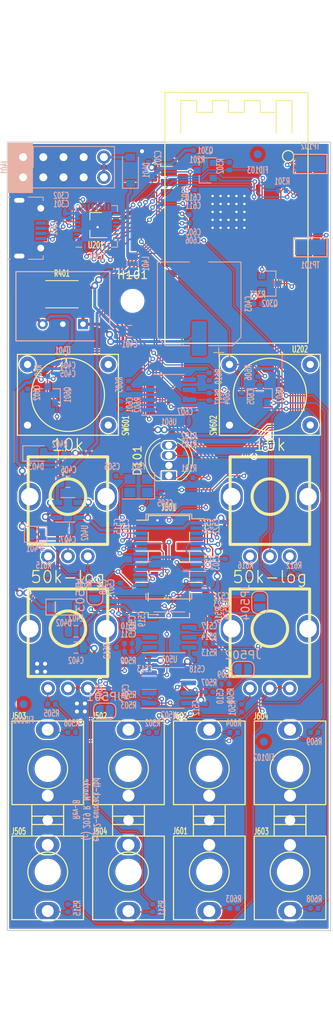
<source format=kicad_pcb>
(kicad_pcb (version 20171130) (host pcbnew "(5.1.5)-3")
  (title_block (title "CTAG TBD Eurorack Audio Module") (date 2020-03-18) (rev B) (company "(c) Robert Manzke 2020") (comment 1 https://creativecommons.org/licenses/by-nc-sa/4.0/) (comment 2 "Licensed under CC BY-NC-SA 4.0"))
  (layers (0 F.Cu signal) (31 B.Cu signal) (34 B.Paste user) (35 F.Paste user) (36 B.SilkS user) (37 F.SilkS user) (38 B.Mask user) (39 F.Mask user) (44 Edge.Cuts user))
  (net 0 "")
  (net 1 GND)
  (net 2 +3V3)
  (net 3 /ESP-main/EN)
  (net 4 +12V)
  (net 5 -12V)
  (net 6 +3.3VA)
  (net 7 /CODEC/RIN)
  (net 8 /CODEC/VMID)
  (net 9 /CODEC/LIN)
  (net 10 /CODEC/ROUT)
  (net 11 /CODEC/LOUT)
  (net 12 /GATE_CV/CV0)
  (net 13 /GATE_CV/TRG0)
  (net 14 /GATE_CV/CV1)
  (net 15 /GATE_CV/TRG1)
  (net 16 /ESP-main/IO26)
  (net 17 /GATE_CV/CV2)
  (net 18 /GATE_CV/CV3)
  (net 19 /ESP-main/IO23)
  (net 20 /ESP-main/IO19)
  (net 21 /ESP-main/IO5)
  (net 22 /USB/D+)
  (net 23 /USB/D-)
  (net 24 /CODEC/RHPOUT)
  (net 25 /CODEC/MICBIAS)
  (net 26 /CODEC/LHPOUT)
  (net 27 /CODEC/MICIN)
  (net 28 /USB/RTS)
  (net 29 /ESP-main/IO0)
  (net 30 /USB/DTR)
  (net 31 /ESP-main/IO14)
  (net 32 /ESP-main/IO15)
  (net 33 /ESP-main/IO18)
  (net 34 /ESP-main/RXD)
  (net 35 /ESP-main/IO25)
  (net 36 /CODEC/ADCDAT)
  (net 37 /ESP-main/IO12)
  (net 38 /ESP-main/IO13)
  (net 39 /ESP-main/IO4)
  (net 40 /CODEC/BCLK)
  (net 41 /ESP-main/TXD)
  (net 42 /CODEC/DACDAT)
  (net 43 "Net-(C403-Pad1)")
  (net 44 "Net-(C501-Pad2)")
  (net 45 "Net-(C505-Pad1)")
  (net 46 "Net-(C506-Pad1)")
  (net 47 "Net-(C509-Pad2)")
  (net 48 "Net-(C511-Pad2)")
  (net 49 "Net-(C511-Pad1)")
  (net 50 "Net-(C516-Pad1)")
  (net 51 "Net-(C517-Pad2)")
  (net 52 "Net-(C517-Pad1)")
  (net 53 "Net-(C524-Pad1)")
  (net 54 "Net-(C601-Pad2)")
  (net 55 "Net-(C604-Pad2)")
  (net 56 "Net-(CV601-Pad3)")
  (net 57 "Net-(CV601-Pad1)")
  (net 58 "Net-(CV602-Pad3)")
  (net 59 "Net-(CV602-Pad1)")
  (net 60 "Net-(D101-Pad4)")
  (net 61 "Net-(D101-Pad3)")
  (net 62 "Net-(D101-Pad1)")
  (net 63 "Net-(D401-Pad2)")
  (net 64 "Net-(D401-Pad1)")
  (net 65 "Net-(D402-Pad2)")
  (net 66 "Net-(D402-Pad1)")
  (net 67 "Net-(D403-Pad2)")
  (net 68 "Net-(J301-Pad1)")
  (net 69 "Net-(J502-Pad1)")
  (net 70 "Net-(J503-Pad1)")
  (net 71 "Net-(J504-Pad1)")
  (net 72 "Net-(J505-Pad1)")
  (net 73 "Net-(J601-Pad1)")
  (net 74 "Net-(J602-Pad1)")
  (net 75 "Net-(J603-Pad1)")
  (net 76 "Net-(J604-Pad1)")
  (net 77 "Net-(Q301-Pad1)")
  (net 78 "Net-(Q302-Pad1)")
  (net 79 "Net-(Q601-Pad1)")
  (net 80 "Net-(Q602-Pad1)")
  (net 81 "Net-(R301-Pad2)")
  (net 82 "Net-(R501-Pad2)")
  (net 83 "Net-(R501-Pad1)")
  (net 84 "Net-(R503-Pad2)")
  (net 85 "Net-(R505-Pad2)")
  (net 86 "Net-(R505-Pad1)")
  (net 87 "Net-(R507-Pad2)")
  (net 88 "Net-(R605-Pad2)")
  (net 89 "Net-(R610-Pad2)")
  (module Jumper:SolderJumper-2_P1.3mm_Open_RoundedPad1.0x1.5mm (layer B.Cu) (at 118.596 93.934 270)
    (fp_text reference JP504 (at 0 1.8 90) (layer B.SilkS) (effects (justify mirror)))
    (fp_text value ~)
    (pad 2 smd custom (at 0.65 0 270) (size 1 0.5) (layers B.Cu B.Mask) (net 53 "Net-(C524-Pad1)") (options (clearance outline) (anchor rect)) (primitives (gr_circle (center 0 -0.25) (end 0.5 -0.25) (width 0)) (gr_circle (center 0 0.25) (end 0.5 0.25) (width 0)) (gr_poly (pts (xy 0 0.75) (xy -0.5 0.75) (xy -0.5 -0.75) (xy 0 -0.75)) (width 0))))
    (pad 1 smd custom (at -0.65 0 270) (size 1 0.5) (layers B.Cu B.Mask) (net 11 /CODEC/LOUT) (options (clearance outline) (anchor rect)) (primitives (gr_circle (center 0 -0.25) (end 0.5 -0.25) (width 0)) (gr_circle (center 0 0.25) (end 0.5 0.25) (width 0)) (gr_poly (pts (xy 0 0.75) (xy 0.5 0.75) (xy 0.5 -0.75) (xy 0 -0.75)) (width 0))))
  )
  (module Jumper:SolderJumper-2_P1.3mm_Open_RoundedPad1.0x1.5mm (layer B.Cu) (at 97.846 92.834 270)
    (fp_text reference JP503 (at 0 1.8 270) (layer B.SilkS) (effects (justify mirror)))
    (fp_text value ~)
    (pad 2 smd custom (at 0.65 0 270) (size 1 0.5) (layers B.Cu B.Mask) (net 50 "Net-(C516-Pad1)") (options (clearance outline) (anchor rect)) (primitives (gr_circle (center 0 -0.25) (end 0.5 -0.25) (width 0)) (gr_circle (center 0 0.25) (end 0.5 0.25) (width 0)) (gr_poly (pts (xy 0 0.75) (xy -0.5 0.75) (xy -0.5 -0.75) (xy 0 -0.75)) (width 0))))
    (pad 1 smd custom (at -0.65 0 270) (size 1 0.5) (layers B.Cu B.Mask) (net 10 /CODEC/ROUT) (options (clearance outline) (anchor rect)) (primitives (gr_circle (center 0 -0.25) (end 0.5 -0.25) (width 0)) (gr_circle (center 0 0.25) (end 0.5 0.25) (width 0)) (gr_poly (pts (xy 0 0.75) (xy 0.5 0.75) (xy 0.5 -0.75) (xy 0 -0.75)) (width 0))))
  )
  (module Jumper:SolderJumper-2_P1.3mm_Open_RoundedPad1.0x1.5mm (layer B.Cu) (at 116.496 102.334 180)
    (fp_text reference JP502 (at 0 1.8) (layer B.SilkS) (effects (justify mirror)))
    (fp_text value ~)
    (pad 2 smd custom (at 0.65 0 180) (size 1 0.5) (layers B.Cu B.Mask) (net 9 /CODEC/LIN) (options (clearance outline) (anchor rect)) (primitives (gr_circle (center 0 -0.25) (end 0.5 -0.25) (width 0)) (gr_circle (center 0 0.25) (end 0.5 0.25) (width 0)) (gr_poly (pts (xy 0 0.75) (xy -0.5 0.75) (xy -0.5 -0.75) (xy 0 -0.75)) (width 0))))
    (pad 1 smd custom (at -0.65 0 180) (size 1 0.5) (layers B.Cu B.Mask) (net 47 "Net-(C509-Pad2)") (options (clearance outline) (anchor rect)) (primitives (gr_circle (center 0 -0.25) (end 0.5 -0.25) (width 0)) (gr_circle (center 0 0.25) (end 0.5 0.25) (width 0)) (gr_poly (pts (xy 0 0.75) (xy 0.5 0.75) (xy 0.5 -0.75) (xy 0 -0.75)) (width 0))))
  )
  (module Jumper:SolderJumper-2_P1.3mm_Open_RoundedPad1.0x1.5mm (layer B.Cu) (at 99.096 107.584 180)
    (fp_text reference JP501 (at 0 1.8) (layer B.SilkS) (effects (justify mirror)))
    (fp_text value ~)
    (pad 2 smd custom (at 0.65 0 180) (size 1 0.5) (layers B.Cu B.Mask) (net 7 /CODEC/RIN) (options (clearance outline) (anchor rect)) (primitives (gr_circle (center 0 -0.25) (end 0.5 -0.25) (width 0)) (gr_circle (center 0 0.25) (end 0.5 0.25) (width 0)) (gr_poly (pts (xy 0 0.75) (xy -0.5 0.75) (xy -0.5 -0.75) (xy 0 -0.75)) (width 0))))
    (pad 1 smd custom (at -0.65 0 180) (size 1 0.5) (layers B.Cu B.Mask) (net 44 "Net-(C501-Pad2)") (options (clearance outline) (anchor rect)) (primitives (gr_circle (center 0 -0.25) (end 0.5 -0.25) (width 0)) (gr_circle (center 0 0.25) (end 0.5 0.25) (width 0)) (gr_poly (pts (xy 0 0.75) (xy 0.5 0.75) (xy 0.5 -0.75) (xy 0 -0.75)) (width 0))))
  )
  (module LED_THT:LED_D5.0mm-4_RGB (layer F.Cu) (at 107.17 78 90)
    (fp_text reference D101 (at 1.905 -3.96 90) (layer F.SilkS))
    (fp_text value WP154A4SUREQBFZGW)
    (pad 4 thru_hole oval (at 3.81 0 90) (size 1.07 1.8) (drill 0.9) (layers *.Cu *.Mask) (net 60 "Net-(D101-Pad4)"))
    (pad 3 thru_hole oval (at 2.54 0 90) (size 1.07 1.8) (drill 0.9) (layers *.Cu *.Mask) (net 61 "Net-(D101-Pad3)"))
    (pad 2 thru_hole oval (at 1.27 0 90) (size 1.07 1.8) (drill 0.9) (layers *.Cu *.Mask) (net 1 GND))
    (pad 1 thru_hole rect (at 0 0 90) (size 1.07 1.8) (drill 0.9) (layers *.Cu *.Mask) (net 62 "Net-(D101-Pad1)"))
  )
  (module esp32-eurorack-audio:THONK-SONG-HUEI-R0904N-L-25-KQ_RED (layer F.Cu) (at 94.47 97.234)
    (fp_text reference RV502 hide)
    (fp_text value 50k-log (at 0 -6.5) (layer F.SilkS) (effects (font (size 1.5 1.5))))
    (pad "" thru_hole oval (at 4.8 0) (size 2.8 3.5) (drill 2.2) (layers *.Cu *.Mask))
    (pad "" thru_hole oval (at -4.8 0) (size 2.8 3.5) (drill 2.2) (layers *.Cu *.Mask))
    (pad 3 thru_hole circle (at 2.5 7.5) (size 1.75 1.75) (drill 1) (layers *.Cu *.Mask) (net 87 "Net-(R507-Pad2)"))
    (pad 2 thru_hole circle (at 0 7.5) (size 1.75 1.75) (drill 1) (layers *.Cu *.Mask) (net 87 "Net-(R507-Pad2)"))
    (pad 1 thru_hole circle (at -2.5 7.5) (size 1.75 1.75) (drill 1) (layers *.Cu *.Mask) (net 86 "Net-(R505-Pad1)"))
  )
  (module esp32-eurorack-audio:THONK-SONG-HUEI-R0904N-L-25-KQ_RED (layer F.Cu) (at 119.87 97.234)
    (fp_text reference RV501 hide)
    (fp_text value 50k-log (at 0 -6.5) (layer F.SilkS) (effects (font (size 1.5 1.5))))
    (pad "" thru_hole oval (at 4.8 0) (size 2.8 3.5) (drill 2.2) (layers *.Cu *.Mask))
    (pad "" thru_hole oval (at -4.8 0) (size 2.8 3.5) (drill 2.2) (layers *.Cu *.Mask))
    (pad 3 thru_hole circle (at 2.5 7.5) (size 1.75 1.75) (drill 1) (layers *.Cu *.Mask) (net 84 "Net-(R503-Pad2)"))
    (pad 2 thru_hole circle (at 0 7.5) (size 1.75 1.75) (drill 1) (layers *.Cu *.Mask) (net 84 "Net-(R503-Pad2)"))
    (pad 1 thru_hole circle (at -2.5 7.5) (size 1.75 1.75) (drill 1) (layers *.Cu *.Mask) (net 83 "Net-(R501-Pad1)"))
  )
  (module esp32-eurorack-audio:THONK-SONG-HUEI-R0904N-L-25-KQ_RED (layer F.Cu) (at 119.87 80.634)
    (fp_text reference CV602 hide)
    (fp_text value 10k (at 0 -6.5) (layer F.SilkS) (effects (font (size 1.5 1.5))))
    (pad "" thru_hole oval (at 4.8 0) (size 2.8 3.5) (drill 2.2) (layers *.Cu *.Mask))
    (pad "" thru_hole oval (at -4.8 0) (size 2.8 3.5) (drill 2.2) (layers *.Cu *.Mask))
    (pad 3 thru_hole circle (at 2.5 7.5) (size 1.75 1.75) (drill 1) (layers *.Cu *.Mask) (net 58 "Net-(CV602-Pad3)"))
    (pad 2 thru_hole circle (at 0 7.5) (size 1.75 1.75) (drill 1) (layers *.Cu *.Mask) (net 18 /GATE_CV/CV3))
    (pad 1 thru_hole circle (at -2.5 7.5) (size 1.75 1.75) (drill 1) (layers *.Cu *.Mask) (net 59 "Net-(CV602-Pad1)"))
  )
  (module esp32-eurorack-audio:THONK-SONG-HUEI-R0904N-L-25-KQ_RED (layer F.Cu) (at 94.47 80.634)
    (fp_text reference CV601 hide)
    (fp_text value 10k (at 0 -6.5) (layer F.SilkS) (effects (font (size 1.5 1.5))))
    (pad "" thru_hole oval (at 4.8 0) (size 2.8 3.5) (drill 2.2) (layers *.Cu *.Mask))
    (pad "" thru_hole oval (at -4.8 0) (size 2.8 3.5) (drill 2.2) (layers *.Cu *.Mask))
    (pad 3 thru_hole circle (at 2.5 7.5) (size 1.75 1.75) (drill 1) (layers *.Cu *.Mask) (net 56 "Net-(CV601-Pad3)"))
    (pad 2 thru_hole circle (at 0 7.5) (size 1.75 1.75) (drill 1) (layers *.Cu *.Mask) (net 17 /GATE_CV/CV2))
    (pad 1 thru_hole circle (at -2.5 7.5) (size 1.75 1.75) (drill 1) (layers *.Cu *.Mask) (net 57 "Net-(CV601-Pad1)"))
  )
  (module Package_SIP:SIP3_11.6x8.5mm (layer B.Cu) (at 96.37246 58.96524 180)
    (fp_text reference U401 (at 2.54 -3.3 180) (layer B.SilkS) (effects (font (size 0.8128 0.508) (thickness 0.127)) (justify mirror)))
    (fp_text value R-78E3.3-1.0)
    (pad 2 thru_hole circle (at 2.54 0) (size 1.3 1.3) (drill 0.7) (layers *.Cu *.Mask) (net 1 GND))
    (pad 1 thru_hole rect (at 0 0 270) (size 1.3 1.3) (drill 0.7) (layers *.Cu *.Mask) (net 43 "Net-(C403-Pad1)"))
    (pad 3 thru_hole circle (at 5.08 0 270) (size 1.3 1.3) (drill 0.7) (layers *.Cu *.Mask) (net 2 +3V3))
  )
  (module MountingHole:MountingHole_2.7mm_M2.5_ISO7380 (layer F.Cu) (at 102.596 56.034)
    (fp_text reference H101 (at 0 -3.25) (layer F.SilkS))
    (fp_text value MountingHole)
    (pad 1 np_thru_hole circle (at 0 0) (size 2.7 2.7) (drill 2.7) (layers *.Cu *.Mask))
  )
  (module Diode_SMD:D_SOD-123 (layer B.Cu) (at 93.962 94.51)
    (fp_text reference D402 (at 0 2) (layer B.SilkS) (effects (font (size 0.8128 0.508) (thickness 0.127)) (justify mirror)))
    (fp_text value ~)
    (pad 2 smd rect (at 1.65 0) (size 0.9 1.2) (layers B.Cu B.Paste B.Mask) (net 65 "Net-(D402-Pad2)"))
    (pad 1 smd rect (at -1.65 0) (size 0.9 1.2) (layers B.Cu B.Paste B.Mask) (net 66 "Net-(D402-Pad1)"))
  )
  (module Diode_SMD:D_SOD-123 (layer B.Cu) (at 102.33384 39.63076 90)
    (fp_text reference D401 (at 0 2 90) (layer B.SilkS) (effects (font (size 0.8128 0.508) (thickness 0.127)) (justify mirror)))
    (fp_text value ~)
    (pad 2 smd rect (at 1.65 0 90) (size 0.9 1.2) (layers B.Cu B.Paste B.Mask) (net 63 "Net-(D401-Pad2)"))
    (pad 1 smd rect (at -1.65 0 90) (size 0.9 1.2) (layers B.Cu B.Paste B.Mask) (net 64 "Net-(D401-Pad1)"))
  )
  (module Package_TO_SOT_SMD:SOT-23 (layer F.Cu) (at 97.99806 46.5167 180)
    (fp_text reference U201 (at 0 -2.5 180) (layer F.SilkS) (effects (font (size 0.8128 0.508) (thickness 0.127))))
    (fp_text value MIC803)
    (pad 3 smd rect (at 1 0 180) (size 0.9 0.8) (layers F.Cu F.Paste F.Mask) (net 2 +3V3))
    (pad 2 smd rect (at -1 0.95 180) (size 0.9 0.8) (layers F.Cu F.Paste F.Mask) (net 3 /ESP-main/EN))
    (pad 1 smd rect (at -1 -0.95 180) (size 0.9 0.8) (layers F.Cu F.Paste F.Mask) (net 1 GND))
  )
  (module TestPoint:TestPoint_Keystone_5019_Minature (layer B.Cu) (at 124.95 38.834 180)
    (fp_text reference TP102 (at 0 2.25) (layer B.SilkS) (effects (font (size 0.8128 0.508) (thickness 0.127)) (justify mirror)))
    (fp_text value ~)
    (pad 1 smd rect (at 0 0 180) (size 3.8 2) (layers B.Cu B.Paste B.Mask) (net 19 /ESP-main/IO23))
  )
  (module TestPoint:TestPoint_Keystone_5019_Minature (layer B.Cu) (at 124.95 49.298)
    (fp_text reference TP101 (at 0 2.25) (layer B.SilkS) (effects (font (size 0.8128 0.508) (thickness 0.127)) (justify mirror)))
    (fp_text value ~)
    (pad 1 smd rect (at 0 0) (size 3.8 2) (layers B.Cu B.Paste B.Mask) (net 21 /ESP-main/IO5))
  )
  (module Crystal:Crystal_SMD_3225-4Pin_3.2x2.5mm (layer B.Cu) (at 103.36 79.27 180)
    (fp_text reference Y501 (at 0 2.45) (layer B.SilkS) (effects (font (size 0.8128 0.508) (thickness 0.127)) (justify mirror)))
    (fp_text value 11.289600)
    (pad 4 smd rect (at -1.1 0.85 180) (size 1.4 1.2) (layers B.Cu B.Paste B.Mask))
    (pad 3 smd rect (at 1.1 0.85 180) (size 1.4 1.2) (layers B.Cu B.Paste B.Mask) (net 46 "Net-(C506-Pad1)"))
    (pad 2 smd rect (at 1.1 -0.85 180) (size 1.4 1.2) (layers B.Cu B.Paste B.Mask))
    (pad 1 smd rect (at -1.1 -0.85 180) (size 1.4 1.2) (layers B.Cu B.Paste B.Mask) (net 45 "Net-(C505-Pad1)"))
  )
  (module Package_SO:SO-8_3.9x4.9mm_P1.27mm (layer B.Cu) (at 107.17 67.84)
    (fp_text reference U601 (at 0 3.4) (layer B.SilkS) (effects (font (size 0.8128 0.508) (thickness 0.127)) (justify mirror)))
    (fp_text value MCP6002-xSN)
    (pad 8 smd roundrect (at 2.575 1.905) (size 1.75 0.6) (layers B.Cu B.Paste B.Mask) (net 2 +3V3))
    (pad 7 smd roundrect (at 2.575 0.635) (size 1.75 0.6) (layers B.Cu B.Paste B.Mask) (net 14 /GATE_CV/CV1))
    (pad 6 smd roundrect (at 2.575 -0.635) (size 1.75 0.6) (layers B.Cu B.Paste B.Mask) (net 55 "Net-(C604-Pad2)"))
    (pad 5 smd roundrect (at 2.575 -1.905) (size 1.75 0.6) (layers B.Cu B.Paste B.Mask) (net 89 "Net-(R610-Pad2)"))
    (pad 4 smd roundrect (at -2.575 -1.905) (size 1.75 0.6) (layers B.Cu B.Paste B.Mask) (net 1 GND))
    (pad 3 smd roundrect (at -2.575 -0.635) (size 1.75 0.6) (layers B.Cu B.Paste B.Mask) (net 88 "Net-(R605-Pad2)"))
    (pad 2 smd roundrect (at -2.575 0.635) (size 1.75 0.6) (layers B.Cu B.Paste B.Mask) (net 54 "Net-(C601-Pad2)"))
    (pad 1 smd roundrect (at -2.575 1.905) (size 1.75 0.6) (layers B.Cu B.Paste B.Mask) (net 12 /GATE_CV/CV0))
  )
  (module Package_SO:SOIC-8_3.9x4.9mm_P1.27mm (layer B.Cu) (at 107.235 97.685)
    (fp_text reference U503 (at 0 3.4) (layer B.SilkS) (effects (font (size 0.8128 0.508) (thickness 0.127)) (justify mirror)))
    (fp_text value TL072)
    (pad 8 smd roundrect (at 2.475 1.905) (size 1.95 0.6) (layers B.Cu B.Paste B.Mask) (net 4 +12V))
    (pad 7 smd roundrect (at 2.475 0.635) (size 1.95 0.6) (layers B.Cu B.Paste B.Mask) (net 51 "Net-(C517-Pad2)"))
    (pad 6 smd roundrect (at 2.475 -0.635) (size 1.95 0.6) (layers B.Cu B.Paste B.Mask) (net 52 "Net-(C517-Pad1)"))
    (pad 5 smd roundrect (at 2.475 -1.905) (size 1.95 0.6) (layers B.Cu B.Paste B.Mask) (net 1 GND))
    (pad 4 smd roundrect (at -2.475 -1.905) (size 1.95 0.6) (layers B.Cu B.Paste B.Mask) (net 5 -12V))
    (pad 3 smd roundrect (at -2.475 -0.635) (size 1.95 0.6) (layers B.Cu B.Paste B.Mask) (net 1 GND))
    (pad 2 smd roundrect (at -2.475 0.635) (size 1.95 0.6) (layers B.Cu B.Paste B.Mask) (net 49 "Net-(C511-Pad1)"))
    (pad 1 smd roundrect (at -2.475 1.905) (size 1.95 0.6) (layers B.Cu B.Paste B.Mask) (net 48 "Net-(C511-Pad2)"))
  )
  (module Package_SO:SOIC-8_3.9x4.9mm_P1.27mm (layer B.Cu) (at 107.17 104.67)
    (fp_text reference U502 (at 0 3.4) (layer B.SilkS) (effects (font (size 0.8128 0.508) (thickness 0.127)) (justify mirror)))
    (fp_text value TL072)
    (pad 8 smd roundrect (at 2.475 1.905) (size 1.95 0.6) (layers B.Cu B.Paste B.Mask) (net 4 +12V))
    (pad 7 smd roundrect (at 2.475 0.635) (size 1.95 0.6) (layers B.Cu B.Paste B.Mask) (net 87 "Net-(R507-Pad2)"))
    (pad 6 smd roundrect (at 2.475 -0.635) (size 1.95 0.6) (layers B.Cu B.Paste B.Mask) (net 85 "Net-(R505-Pad2)"))
    (pad 5 smd roundrect (at 2.475 -1.905) (size 1.95 0.6) (layers B.Cu B.Paste B.Mask) (net 1 GND))
    (pad 4 smd roundrect (at -2.475 -1.905) (size 1.95 0.6) (layers B.Cu B.Paste B.Mask) (net 5 -12V))
    (pad 3 smd roundrect (at -2.475 -0.635) (size 1.95 0.6) (layers B.Cu B.Paste B.Mask) (net 1 GND))
    (pad 2 smd roundrect (at -2.475 0.635) (size 1.95 0.6) (layers B.Cu B.Paste B.Mask) (net 82 "Net-(R501-Pad2)"))
    (pad 1 smd roundrect (at -2.475 1.905) (size 1.95 0.6) (layers B.Cu B.Paste B.Mask) (net 84 "Net-(R503-Pad2)"))
  )
  (module Package_SO:SSOP-28_5.3x10.2mm_P0.65mm (layer B.Cu) (at 107.17 88.16 180)
    (fp_text reference U501 (at 0 6.25) (layer B.SilkS) (effects (font (size 0.8128 0.508) (thickness 0.127)) (justify mirror)))
    (fp_text value WM8731)
    (pad 28 smd rect (at 3.6 4.225 180) (size 1.75 0.45) (layers B.Cu B.Paste B.Mask) (net 1 GND))
    (pad 27 smd rect (at 3.6 3.575 180) (size 1.75 0.45) (layers B.Cu B.Paste B.Mask) (net 6 +3.3VA))
    (pad 26 smd rect (at 3.6 2.925 180) (size 1.75 0.45) (layers B.Cu B.Paste B.Mask) (net 46 "Net-(C506-Pad1)"))
    (pad 25 smd rect (at 3.6 2.275 180) (size 1.75 0.45) (layers B.Cu B.Paste B.Mask) (net 45 "Net-(C505-Pad1)"))
    (pad 24 smd rect (at 3.6 1.625 180) (size 1.75 0.45) (layers B.Cu B.Paste B.Mask) (net 37 /ESP-main/IO12))
    (pad 23 smd rect (at 3.6 0.975 180) (size 1.75 0.45) (layers B.Cu B.Paste B.Mask) (net 38 /ESP-main/IO13))
    (pad 22 smd rect (at 3.6 0.325 180) (size 1.75 0.45) (layers B.Cu B.Paste B.Mask) (net 39 /ESP-main/IO4))
    (pad 21 smd rect (at 3.6 -0.325 180) (size 1.75 0.45) (layers B.Cu B.Paste B.Mask) (net 6 +3.3VA))
    (pad 20 smd rect (at 3.6 -0.975 180) (size 1.75 0.45) (layers B.Cu B.Paste B.Mask) (net 9 /CODEC/LIN))
    (pad 19 smd rect (at 3.6 -1.625 180) (size 1.75 0.45) (layers B.Cu B.Paste B.Mask) (net 7 /CODEC/RIN))
    (pad 18 smd rect (at 3.6 -2.275 180) (size 1.75 0.45) (layers B.Cu B.Paste B.Mask) (net 27 /CODEC/MICIN))
    (pad 17 smd rect (at 3.6 -2.925 180) (size 1.75 0.45) (layers B.Cu B.Paste B.Mask) (net 25 /CODEC/MICBIAS))
    (pad 16 smd rect (at 3.6 -3.575 180) (size 1.75 0.45) (layers B.Cu B.Paste B.Mask) (net 8 /CODEC/VMID))
    (pad 15 smd rect (at 3.6 -4.225 180) (size 1.75 0.45) (layers B.Cu B.Paste B.Mask) (net 1 GND))
    (pad 14 smd rect (at -3.6 -4.225 180) (size 1.75 0.45) (layers B.Cu B.Paste B.Mask) (net 6 +3.3VA))
    (pad 13 smd rect (at -3.6 -3.575 180) (size 1.75 0.45) (layers B.Cu B.Paste B.Mask) (net 10 /CODEC/ROUT))
    (pad 12 smd rect (at -3.6 -2.925 180) (size 1.75 0.45) (layers B.Cu B.Paste B.Mask) (net 11 /CODEC/LOUT))
    (pad 11 smd rect (at -3.6 -2.275 180) (size 1.75 0.45) (layers B.Cu B.Paste B.Mask) (net 1 GND))
    (pad 10 smd rect (at -3.6 -1.625 180) (size 1.75 0.45) (layers B.Cu B.Paste B.Mask) (net 24 /CODEC/RHPOUT))
    (pad 9 smd rect (at -3.6 -0.975 180) (size 1.75 0.45) (layers B.Cu B.Paste B.Mask) (net 26 /CODEC/LHPOUT))
    (pad 8 smd rect (at -3.6 -0.325 180) (size 1.75 0.45) (layers B.Cu B.Paste B.Mask) (net 6 +3.3VA))
    (pad 7 smd rect (at -3.6 0.325 180) (size 1.75 0.45) (layers B.Cu B.Paste B.Mask) (net 20 /ESP-main/IO19))
    (pad 6 smd rect (at -3.6 0.975 180) (size 1.75 0.45) (layers B.Cu B.Paste B.Mask) (net 36 /CODEC/ADCDAT))
    (pad 5 smd rect (at -3.6 1.625 180) (size 1.75 0.45) (layers B.Cu B.Paste B.Mask) (net 20 /ESP-main/IO19))
    (pad 4 smd rect (at -3.6 2.275 180) (size 1.75 0.45) (layers B.Cu B.Paste B.Mask) (net 42 /CODEC/DACDAT))
    (pad 3 smd rect (at -3.6 2.925 180) (size 1.75 0.45) (layers B.Cu B.Paste B.Mask) (net 40 /CODEC/BCLK))
    (pad 2 smd rect (at -3.6 3.575 180) (size 1.75 0.45) (layers B.Cu B.Paste B.Mask))
    (pad 1 smd rect (at -3.6 4.225 180) (size 1.75 0.45) (layers B.Cu B.Paste B.Mask) (net 6 +3.3VA))
  )
  (module Package_TO_SOT_SMD:TSOT-23-5 (layer B.Cu) (at 94.47 82.318)
    (fp_text reference U402 (at 2.12598 2.88798 90) (layer B.SilkS) (effects (font (size 0.8128 0.508) (thickness 0.127)) (justify mirror)))
    (fp_text value ADP7118)
    (pad 5 smd rect (at 1.31 0.95) (size 1.22 0.65) (layers B.Cu B.Paste B.Mask) (net 6 +3.3VA))
    (pad 4 smd rect (at 1.31 -0.95) (size 1.22 0.65) (layers B.Cu B.Paste B.Mask) (net 6 +3.3VA))
    (pad 3 smd rect (at -1.31 -0.95) (size 1.22 0.65) (layers B.Cu B.Paste B.Mask) (net 4 +12V))
    (pad 2 smd rect (at -1.31 0) (size 1.22 0.65) (layers B.Cu B.Paste B.Mask) (net 1 GND))
    (pad 1 smd rect (at -1.31 0.95) (size 1.22 0.65) (layers B.Cu B.Paste B.Mask) (net 4 +12V))
  )
  (module Package_DFN_QFN:QFN-28-1EP_5x5mm_P0.5mm_EP3.35x3.35mm (layer B.Cu) (at 98.0895 46.67672)
    (fp_text reference U301 (at 0 3.8) (layer B.SilkS) (effects (font (size 0.8128 0.508) (thickness 0.127)) (justify mirror)))
    (fp_text value CP2102N-A01-GQFN28)
    (pad 28 smd roundrect (at -1.5 2.45) (size 0.25 0.8) (layers B.Cu B.Paste B.Mask) (net 30 /USB/DTR))
    (pad 27 smd roundrect (at -1 2.45) (size 0.25 0.8) (layers B.Cu B.Paste B.Mask))
    (pad 26 smd roundrect (at -0.5 2.45) (size 0.25 0.8) (layers B.Cu B.Paste B.Mask) (net 81 "Net-(R301-Pad2)"))
    (pad 25 smd roundrect (at 0 2.45) (size 0.25 0.8) (layers B.Cu B.Paste B.Mask) (net 41 /ESP-main/TXD))
    (pad 24 smd roundrect (at 0.5 2.45) (size 0.25 0.8) (layers B.Cu B.Paste B.Mask) (net 28 /USB/RTS))
    (pad 23 smd roundrect (at 1 2.45) (size 0.25 0.8) (layers B.Cu B.Paste B.Mask))
    (pad 22 smd roundrect (at 1.5 2.45) (size 0.25 0.8) (layers B.Cu B.Paste B.Mask))
    (pad 21 smd roundrect (at 2.45 1.5) (size 0.8 0.25) (layers B.Cu B.Paste B.Mask))
    (pad 20 smd roundrect (at 2.45 1) (size 0.8 0.25) (layers B.Cu B.Paste B.Mask))
    (pad 19 smd roundrect (at 2.45 0.5) (size 0.8 0.25) (layers B.Cu B.Paste B.Mask))
    (pad 18 smd roundrect (at 2.45 0) (size 0.8 0.25) (layers B.Cu B.Paste B.Mask))
    (pad 17 smd roundrect (at 2.45 -0.5) (size 0.8 0.25) (layers B.Cu B.Paste B.Mask))
    (pad 16 smd roundrect (at 2.45 -1) (size 0.8 0.25) (layers B.Cu B.Paste B.Mask))
    (pad 15 smd roundrect (at 2.45 -1.5) (size 0.8 0.25) (layers B.Cu B.Paste B.Mask))
    (pad 14 smd roundrect (at 1.5 -2.45) (size 0.25 0.8) (layers B.Cu B.Paste B.Mask))
    (pad 13 smd roundrect (at 1 -2.45) (size 0.25 0.8) (layers B.Cu B.Paste B.Mask))
    (pad 12 smd roundrect (at 0.5 -2.45) (size 0.25 0.8) (layers B.Cu B.Paste B.Mask))
    (pad 11 smd roundrect (at 0 -2.45) (size 0.25 0.8) (layers B.Cu B.Paste B.Mask))
    (pad 10 smd roundrect (at -0.5 -2.45) (size 0.25 0.8) (layers B.Cu B.Paste B.Mask))
    (pad 9 smd roundrect (at -1 -2.45) (size 0.25 0.8) (layers B.Cu B.Paste B.Mask))
    (pad 8 smd roundrect (at -1.5 -2.45) (size 0.25 0.8) (layers B.Cu B.Paste B.Mask) (net 68 "Net-(J301-Pad1)"))
    (pad 7 smd roundrect (at -2.45 -1.5) (size 0.8 0.25) (layers B.Cu B.Paste B.Mask) (net 2 +3V3))
    (pad 6 smd roundrect (at -2.45 -1) (size 0.8 0.25) (layers B.Cu B.Paste B.Mask) (net 2 +3V3))
    (pad 5 smd roundrect (at -2.45 -0.5) (size 0.8 0.25) (layers B.Cu B.Paste B.Mask) (net 23 /USB/D-))
    (pad 4 smd roundrect (at -2.45 0) (size 0.8 0.25) (layers B.Cu B.Paste B.Mask) (net 22 /USB/D+))
    (pad 3 smd roundrect (at -2.45 0.5) (size 0.8 0.25) (layers B.Cu B.Paste B.Mask) (net 1 GND))
    (pad 2 smd roundrect (at -2.45 1) (size 0.8 0.25) (layers B.Cu B.Paste B.Mask))
    (pad 1 smd roundrect (at -2.45 1.5) (size 0.8 0.25) (layers B.Cu B.Paste B.Mask))
    (pad 29 smd roundrect (at 0 0) (size 3.35 3.35) (layers B.Cu B.Mask) (roundrect_rratio 0.074627) (net 1 GND))
  )
  (module esp32:ESP32-WROVER (layer F.Cu) (at 107.17 37.36)
    (fp_text reference U202 (at 16.49476 24.7523 180) (layer F.SilkS) (effects (font (size 0.8128 0.508) (thickness 0.127))))
    (fp_text value ESP32-WROVER hide)
    (pad 1 smd rect (at 0 0) (size 2 0.9) (layers F.Cu F.Paste F.Mask) (net 1 GND))
    (pad 2 smd rect (at 0 1.27) (size 2 0.9) (layers F.Cu F.Paste F.Mask) (net 2 +3V3))
    (pad 3 smd rect (at 0 2.54) (size 2 0.9) (layers F.Cu F.Paste F.Mask) (net 3 /ESP-main/EN))
    (pad 4 smd rect (at 0 3.81) (size 2 0.9) (layers F.Cu F.Paste F.Mask) (net 15 /GATE_CV/TRG1))
    (pad 5 smd rect (at 0 5.08) (size 2 0.9) (layers F.Cu F.Paste F.Mask) (net 13 /GATE_CV/TRG0))
    (pad 6 smd rect (at 0 6.35) (size 2 0.9) (layers F.Cu F.Paste F.Mask) (net 17 /GATE_CV/CV2))
    (pad 7 smd rect (at 0 7.62) (size 2 0.9) (layers F.Cu F.Paste F.Mask) (net 18 /GATE_CV/CV3))
    (pad 8 smd rect (at 0 8.89) (size 2 0.9) (layers F.Cu F.Paste F.Mask) (net 12 /GATE_CV/CV0))
    (pad 9 smd rect (at 0 10.16) (size 2 0.9) (layers F.Cu F.Paste F.Mask) (net 14 /GATE_CV/CV1))
    (pad 10 smd rect (at 0 11.43) (size 2 0.9) (layers F.Cu F.Paste F.Mask) (net 35 /ESP-main/IO25))
    (pad 11 smd rect (at 0 12.7) (size 2 0.9) (layers F.Cu F.Paste F.Mask) (net 16 /ESP-main/IO26))
    (pad 12 smd rect (at 0 13.97) (size 2 0.9) (layers F.Cu F.Paste F.Mask) (net 36 /CODEC/ADCDAT))
    (pad 13 smd rect (at 0 15.24) (size 2 0.9) (layers F.Cu F.Paste F.Mask) (net 31 /ESP-main/IO14))
    (pad 14 smd rect (at 0 16.51) (size 2 0.9) (layers F.Cu F.Paste F.Mask) (net 37 /ESP-main/IO12))
    (pad 15 smd rect (at 0 17.78) (size 2 0.9) (layers F.Cu F.Paste F.Mask) (net 1 GND))
    (pad 16 smd rect (at 0 19.05) (size 2 0.9) (layers F.Cu F.Paste F.Mask) (net 38 /ESP-main/IO13))
    (pad 17 smd rect (at 0 20.32) (size 2 0.9) (layers F.Cu F.Paste F.Mask))
    (pad 18 smd rect (at 0 21.59) (size 2 0.9) (layers F.Cu F.Paste F.Mask))
    (pad 19 smd rect (at 0 22.86) (size 2 0.9) (layers F.Cu F.Paste F.Mask))
    (pad 20 smd rect (at 17 22.86) (size 2 0.9) (layers F.Cu F.Paste F.Mask))
    (pad 21 smd rect (at 17 21.59) (size 2 0.9) (layers F.Cu F.Paste F.Mask))
    (pad 22 smd rect (at 17 20.32) (size 2 0.9) (layers F.Cu F.Paste F.Mask))
    (pad 23 smd rect (at 17 19.05) (size 2 0.9) (layers F.Cu F.Paste F.Mask) (net 32 /ESP-main/IO15))
    (pad 24 smd rect (at 17 17.78) (size 2 0.9) (layers F.Cu F.Paste F.Mask))
    (pad 25 smd rect (at 17 16.51) (size 2 0.9) (layers F.Cu F.Paste F.Mask) (net 29 /ESP-main/IO0))
    (pad 26 smd rect (at 17 15.24) (size 2 0.9) (layers F.Cu F.Paste F.Mask) (net 39 /ESP-main/IO4))
    (pad 27 smd rect (at 17 13.97) (size 2 0.9) (layers F.Cu F.Paste F.Mask))
    (pad 28 smd rect (at 17 12.7) (size 2 0.9) (layers F.Cu F.Paste F.Mask))
    (pad 29 smd rect (at 17 11.43) (size 2 0.9) (layers F.Cu F.Paste F.Mask) (net 21 /ESP-main/IO5))
    (pad 30 smd rect (at 17 10.16) (size 2 0.9) (layers F.Cu F.Paste F.Mask) (net 33 /ESP-main/IO18))
    (pad 31 smd rect (at 17 8.89) (size 2 0.9) (layers F.Cu F.Paste F.Mask) (net 20 /ESP-main/IO19))
    (pad 32 smd rect (at 17 7.62) (size 2 0.9) (layers F.Cu F.Paste F.Mask))
    (pad 33 smd rect (at 17 6.35) (size 2 0.9) (layers F.Cu F.Paste F.Mask) (net 40 /CODEC/BCLK))
    (pad 34 smd rect (at 17 5.08) (size 2 0.9) (layers F.Cu F.Paste F.Mask) (net 34 /ESP-main/RXD))
    (pad 35 smd rect (at 17 3.81) (size 2 0.9) (layers F.Cu F.Paste F.Mask) (net 41 /ESP-main/TXD))
    (pad 36 smd rect (at 17 2.54) (size 2 0.9) (layers F.Cu F.Paste F.Mask) (net 42 /CODEC/DACDAT))
    (pad 37 smd rect (at 17 1.27) (size 2 0.9) (layers F.Cu F.Paste F.Mask) (net 19 /ESP-main/IO23))
    (pad 38 smd rect (at 17 0) (size 2 0.9) (layers F.Cu F.Paste F.Mask) (net 1 GND))
    (pad 39 smd rect (at 7.5 7.5) (size 5 5) (layers F.Cu F.Mask) (net 1 GND))
    (pad 39 thru_hole circle (at 5.5 5.5) (size 0.635 0.635) (drill 0.3) (layers *.Cu F.Mask) (net 1 GND))
    (pad 39 thru_hole circle (at 6.5 5.5) (size 0.635 0.635) (drill 0.3) (layers *.Cu F.Mask) (net 1 GND))
    (pad 39 thru_hole circle (at 7.5 5.5) (size 0.635 0.635) (drill 0.3) (layers *.Cu F.Mask) (net 1 GND))
    (pad 39 thru_hole circle (at 8.5 5.5) (size 0.635 0.635) (drill 0.3) (layers *.Cu F.Mask) (net 1 GND))
    (pad 39 thru_hole circle (at 9.5 5.5) (size 0.635 0.635) (drill 0.3) (layers *.Cu F.Mask) (net 1 GND))
    (pad 39 thru_hole circle (at 5.5 6.5) (size 0.635 0.635) (drill 0.3) (layers *.Cu F.Mask) (net 1 GND))
    (pad 39 thru_hole circle (at 9.5 6.5) (size 0.635 0.635) (drill 0.3) (layers *.Cu F.Mask) (net 1 GND))
    (pad 39 thru_hole circle (at 9.5 7.5) (size 0.635 0.635) (drill 0.3) (layers *.Cu F.Mask) (net 1 GND))
    (pad 39 thru_hole circle (at 9.5 8.5) (size 0.635 0.635) (drill 0.3) (layers *.Cu F.Mask) (net 1 GND))
    (pad 39 thru_hole circle (at 9.5 9.5) (size 0.635 0.635) (drill 0.3) (layers *.Cu F.Mask) (net 1 GND))
    (pad 39 thru_hole circle (at 8.5 9.5) (size 0.635 0.635) (drill 0.3) (layers *.Cu F.Mask) (net 1 GND))
    (pad 39 thru_hole circle (at 7.5 9.5) (size 0.635 0.635) (drill 0.3) (layers *.Cu F.Mask) (net 1 GND))
    (pad 39 thru_hole circle (at 6.5 9.5) (size 0.635 0.635) (drill 0.3) (layers *.Cu F.Mask) (net 1 GND))
    (pad 39 thru_hole circle (at 5.5 9.5) (size 0.635 0.635) (drill 0.3) (layers *.Cu F.Mask) (net 1 GND))
    (pad 39 thru_hole circle (at 5.5 8.5) (size 0.635 0.635) (drill 0.3) (layers *.Cu F.Mask) (net 1 GND))
    (pad 39 thru_hole circle (at 5.5 7.5) (size 0.635 0.635) (drill 0.3) (layers *.Cu F.Mask) (net 1 GND))
    (pad 39 thru_hole circle (at 6.5 6.5) (size 0.635 0.635) (drill 0.3) (layers *.Cu F.Mask) (net 1 GND))
    (pad 39 thru_hole circle (at 6.5 7.5) (size 0.635 0.635) (drill 0.3) (layers *.Cu F.Mask) (net 1 GND))
    (pad 39 thru_hole circle (at 6.5 8.5) (size 0.635 0.635) (drill 0.3) (layers *.Cu F.Mask) (net 1 GND))
    (pad 39 thru_hole circle (at 7.5 8.5) (size 0.635 0.635) (drill 0.3) (layers *.Cu F.Mask) (net 1 GND))
    (pad 39 thru_hole circle (at 8.5 8.5) (size 0.635 0.635) (drill 0.3) (layers *.Cu F.Mask) (net 1 GND))
    (pad 39 thru_hole circle (at 8.5 7.5) (size 0.635 0.635) (drill 0.3) (layers *.Cu F.Mask) (net 1 GND))
    (pad 39 thru_hole circle (at 8.5 6.5) (size 0.635 0.635) (drill 0.3) (layers *.Cu F.Mask) (net 1 GND))
    (pad 39 thru_hole circle (at 7.5 6.5) (size 0.635 0.635) (drill 0.3) (layers *.Cu F.Mask) (net 1 GND))
  )
  (module switches:5GTH935 (layer F.Cu) (at 114.79 64.03)
    (fp_text reference SW602 (at -2.00914 7.65302 90) (layer F.SilkS) (effects (font (size 0.8128 0.508) (thickness 0.127))))
    (fp_text value SW_Push_Dual)
    (pad 4 thru_hole circle (at 10.16 7.62) (size 2 2) (drill 0.9) (layers *.Cu *.Mask))
    (pad 3 thru_hole circle (at 0 7.62) (size 2 2) (drill 0.9) (layers *.Cu *.Mask) (net 1 GND))
    (pad 2 thru_hole circle (at 10.16 0) (size 2 2) (drill 0.9) (layers *.Cu *.Mask))
    (pad 1 thru_hole circle (at 0 0) (size 2 2) (drill 0.9) (layers *.Cu *.Mask) (net 15 /GATE_CV/TRG1))
  )
  (module switches:5GTH935 (layer F.Cu) (at 89.39 64.03)
    (fp_text reference SW601 (at 12.3444 7.67842 90) (layer F.SilkS) (effects (font (size 0.8128 0.508) (thickness 0.127))))
    (fp_text value SW_Push_Dual)
    (pad 4 thru_hole circle (at 10.16 7.62) (size 2 2) (drill 0.9) (layers *.Cu *.Mask))
    (pad 3 thru_hole circle (at 0 7.62) (size 2 2) (drill 0.9) (layers *.Cu *.Mask) (net 1 GND))
    (pad 2 thru_hole circle (at 10.16 0) (size 2 2) (drill 0.9) (layers *.Cu *.Mask))
    (pad 1 thru_hole circle (at 0 0) (size 2 2) (drill 0.9) (layers *.Cu *.Mask) (net 13 /GATE_CV/TRG0))
  )
  (module Resistor_SMD:R_0402_1005Metric (layer B.Cu) (at 116.822 90.446 180)
    (fp_text reference R616 (at 0 1.17) (layer B.SilkS) (effects (font (size 0.8128 0.508) (thickness 0.127)) (justify mirror)))
    (fp_text value 1.5k)
    (pad 2 smd roundrect (at 0.485 0 180) (size 0.59 0.64) (layers B.Cu B.Paste B.Mask) (net 1 GND))
    (pad 1 smd roundrect (at -0.485 0 180) (size 0.59 0.64) (layers B.Cu B.Paste B.Mask) (net 59 "Net-(CV602-Pad1)"))
  )
  (module Resistor_SMD:R_0402_1005Metric (layer B.Cu) (at 91.422 90.446 180)
    (fp_text reference R615 (at 0 1.17) (layer B.SilkS) (effects (font (size 0.8128 0.508) (thickness 0.127)) (justify mirror)))
    (fp_text value 1.5k)
    (pad 2 smd roundrect (at 0.485 0 180) (size 0.59 0.64) (layers B.Cu B.Paste B.Mask) (net 1 GND))
    (pad 1 smd roundrect (at -0.485 0 180) (size 0.59 0.64) (layers B.Cu B.Paste B.Mask) (net 57 "Net-(CV601-Pad1)"))
  )
  (module Resistor_SMD:R_0402_1005Metric (layer B.Cu) (at 122.918 90.446 180)
    (fp_text reference R612 (at 0 1.17) (layer B.SilkS) (effects (font (size 0.8128 0.508) (thickness 0.127)) (justify mirror)))
    (fp_text value 33k)
    (pad 2 smd roundrect (at 0.485 0 180) (size 0.59 0.64) (layers B.Cu B.Paste B.Mask) (net 58 "Net-(CV602-Pad3)"))
    (pad 1 smd roundrect (at -0.485 0 180) (size 0.59 0.64) (layers B.Cu B.Paste B.Mask) (net 2 +3V3))
  )
  (module Resistor_SMD:R_0402_1005Metric (layer B.Cu) (at 96.502 90.446)
    (fp_text reference R611 (at 0 1.17) (layer B.SilkS) (effects (font (size 0.8128 0.508) (thickness 0.127)) (justify mirror)))
    (fp_text value 33k)
    (pad 2 smd roundrect (at 0.485 0) (size 0.59 0.64) (layers B.Cu B.Paste B.Mask) (net 56 "Net-(CV601-Pad3)"))
    (pad 1 smd roundrect (at -0.485 0) (size 0.59 0.64) (layers B.Cu B.Paste B.Mask) (net 2 +3V3))
  )
  (module Resistor_SMD:R_0402_1005Metric (layer B.Cu) (at 112.25 65.554 90)
    (fp_text reference R610 (at 0 1.17 90) (layer B.SilkS) (effects (font (size 0.8128 0.508) (thickness 0.127)) (justify mirror)))
    (fp_text value 100k)
    (pad 2 smd roundrect (at 0.485 0 90) (size 0.59 0.64) (layers B.Cu B.Paste B.Mask) (net 89 "Net-(R610-Pad2)"))
    (pad 1 smd roundrect (at -0.485 0 90) (size 0.59 0.64) (layers B.Cu B.Paste B.Mask) (net 16 /ESP-main/IO26))
  )
  (module Resistor_SMD:R_0402_1005Metric (layer B.Cu) (at 125.458 110.258)
    (fp_text reference R609 (at 0 1.17) (layer B.SilkS) (effects (font (size 0.8128 0.508) (thickness 0.127)) (justify mirror)))
    (fp_text value 100k)
    (pad 2 smd roundrect (at 0.485 0) (size 0.59 0.64) (layers B.Cu B.Paste B.Mask) (net 76 "Net-(J604-Pad1)"))
    (pad 1 smd roundrect (at -0.485 0) (size 0.59 0.64) (layers B.Cu B.Paste B.Mask) (net 80 "Net-(Q602-Pad1)"))
  )
  (module Resistor_SMD:R_0402_1005Metric (layer B.Cu) (at 125.458 132.356 180)
    (fp_text reference R608 (at 0 1.17) (layer B.SilkS) (effects (font (size 0.8128 0.508) (thickness 0.127)) (justify mirror)))
    (fp_text value 100k)
    (pad 2 smd roundrect (at 0.485 0 180) (size 0.59 0.64) (layers B.Cu B.Paste B.Mask) (net 75 "Net-(J603-Pad1)"))
    (pad 1 smd roundrect (at -0.485 0 180) (size 0.59 0.64) (layers B.Cu B.Paste B.Mask) (net 55 "Net-(C604-Pad2)"))
  )
  (module Resistor_SMD:R_0402_1005Metric (layer B.Cu) (at 112.25 68.071 90)
    (fp_text reference R607 (at 0 1.17 90) (layer B.SilkS) (effects (font (size 0.8128 0.508) (thickness 0.127)) (justify mirror)))
    (fp_text value 15k)
    (pad 2 smd roundrect (at 0.485 0 90) (size 0.59 0.64) (layers B.Cu B.Paste B.Mask) (net 55 "Net-(C604-Pad2)"))
    (pad 1 smd roundrect (at -0.485 0 90) (size 0.59 0.64) (layers B.Cu B.Paste B.Mask) (net 14 /GATE_CV/CV1))
  )
  (module Resistor_SMD:R_0402_1005Metric (layer B.Cu) (at 118.346 65.046 270)
    (fp_text reference R606 (at 0 1.17 90) (layer B.SilkS) (effects (font (size 0.8128 0.508) (thickness 0.127)) (justify mirror)))
    (fp_text value 10k)
    (pad 2 smd roundrect (at 0.485 0 270) (size 0.59 0.64) (layers B.Cu B.Paste B.Mask) (net 15 /GATE_CV/TRG1))
    (pad 1 smd roundrect (at -0.485 0 270) (size 0.59 0.64) (layers B.Cu B.Paste B.Mask) (net 2 +3V3))
  )
  (module Resistor_SMD:R_0402_1005Metric (layer B.Cu) (at 102.09 66.57 270)
    (fp_text reference R605 (at 0 1.17 90) (layer B.SilkS) (effects (font (size 0.8128 0.508) (thickness 0.127)) (justify mirror)))
    (fp_text value 100k)
    (pad 2 smd roundrect (at 0.485 0 270) (size 0.59 0.64) (layers B.Cu B.Paste B.Mask) (net 88 "Net-(R605-Pad2)"))
    (pad 1 smd roundrect (at -0.485 0 270) (size 0.59 0.64) (layers B.Cu B.Paste B.Mask) (net 35 /ESP-main/IO25))
  )
  (module Resistor_SMD:R_0402_1005Metric (layer B.Cu) (at 115.321 110.258 180)
    (fp_text reference R604 (at 0 1.17) (layer B.SilkS) (effects (font (size 0.8128 0.508) (thickness 0.127)) (justify mirror)))
    (fp_text value 100k)
    (pad 2 smd roundrect (at 0.485 0 180) (size 0.59 0.64) (layers B.Cu B.Paste B.Mask) (net 74 "Net-(J602-Pad1)"))
    (pad 1 smd roundrect (at -0.485 0 180) (size 0.59 0.64) (layers B.Cu B.Paste B.Mask) (net 79 "Net-(Q601-Pad1)"))
  )
  (module Resistor_SMD:R_0402_1005Metric (layer B.Cu) (at 115.321 132.356 180)
    (fp_text reference R603 (at 0 1.17) (layer B.SilkS) (effects (font (size 0.8128 0.508) (thickness 0.127)) (justify mirror)))
    (fp_text value 100k)
    (pad 2 smd roundrect (at 0.485 0 180) (size 0.59 0.64) (layers B.Cu B.Paste B.Mask) (net 73 "Net-(J601-Pad1)"))
    (pad 1 smd roundrect (at -0.485 0 180) (size 0.59 0.64) (layers B.Cu B.Paste B.Mask) (net 54 "Net-(C601-Pad2)"))
  )
  (module Resistor_SMD:R_0402_1005Metric (layer B.Cu) (at 102.09 69.11 90)
    (fp_text reference R602 (at 0 1.17 90) (layer B.SilkS) (effects (font (size 0.8128 0.508) (thickness 0.127)) (justify mirror)))
    (fp_text value 15k)
    (pad 2 smd roundrect (at 0.485 0 90) (size 0.59 0.64) (layers B.Cu B.Paste B.Mask) (net 54 "Net-(C601-Pad2)"))
    (pad 1 smd roundrect (at -0.485 0 90) (size 0.59 0.64) (layers B.Cu B.Paste B.Mask) (net 12 /GATE_CV/CV0))
  )
  (module Resistor_SMD:R_0402_1005Metric (layer B.Cu) (at 91.93 65.046 270)
    (fp_text reference R601 (at 0 1.17 90) (layer B.SilkS) (effects (font (size 0.8128 0.508) (thickness 0.127)) (justify mirror)))
    (fp_text value 10k)
    (pad 2 smd roundrect (at 0.485 0 270) (size 0.59 0.64) (layers B.Cu B.Paste B.Mask) (net 13 /GATE_CV/TRG0))
    (pad 1 smd roundrect (at -0.485 0 270) (size 0.59 0.64) (layers B.Cu B.Paste B.Mask) (net 2 +3V3))
  )
  (module Resistor_SMD:R_0402_1005Metric (layer B.Cu) (at 112.25 95.526 90)
    (fp_text reference R516 (at 0 1.17 90) (layer B.SilkS) (effects (font (size 0.8128 0.508) (thickness 0.127)) (justify mirror)))
    (fp_text value 39k)
    (pad 2 smd roundrect (at 0.485 0 90) (size 0.59 0.64) (layers B.Cu B.Paste B.Mask) (net 1 GND))
    (pad 1 smd roundrect (at -0.485 0 90) (size 0.59 0.64) (layers B.Cu B.Paste B.Mask) (net 53 "Net-(C524-Pad1)"))
  )
  (module Resistor_SMD:R_0402_1005Metric (layer B.Cu) (at 94.47 132.333 90)
    (fp_text reference R515 (at 0 1.17 90) (layer B.SilkS) (effects (font (size 0.8128 0.508) (thickness 0.127)) (justify mirror)))
    (fp_text value 1k)
    (pad 2 smd roundrect (at 0.485 0 90) (size 0.59 0.64) (layers B.Cu B.Paste B.Mask) (net 51 "Net-(C517-Pad2)"))
    (pad 1 smd roundrect (at -0.485 0 90) (size 0.59 0.64) (layers B.Cu B.Paste B.Mask) (net 72 "Net-(J505-Pad1)"))
  )
  (module Resistor_SMD:R_0402_1005Metric (layer B.Cu) (at 112.227 97.05)
    (fp_text reference R514 (at 0 1.17) (layer B.SilkS) (effects (font (size 0.8128 0.508) (thickness 0.127)) (justify mirror)))
    (fp_text value 5k6)
    (pad 2 smd roundrect (at 0.485 0) (size 0.59 0.64) (layers B.Cu B.Paste B.Mask) (net 53 "Net-(C524-Pad1)"))
    (pad 1 smd roundrect (at -0.485 0) (size 0.59 0.64) (layers B.Cu B.Paste B.Mask) (net 52 "Net-(C517-Pad1)"))
  )
  (module Resistor_SMD:R_0402_1005Metric (layer B.Cu) (at 112.25 99.082)
    (fp_text reference R513 (at 0 1.17) (layer B.SilkS) (effects (font (size 0.8128 0.508) (thickness 0.127)) (justify mirror)))
    (fp_text value 39k)
    (pad 2 smd roundrect (at 0.485 0) (size 0.59 0.64) (layers B.Cu B.Paste B.Mask) (net 52 "Net-(C517-Pad1)"))
    (pad 1 smd roundrect (at -0.485 0) (size 0.59 0.64) (layers B.Cu B.Paste B.Mask) (net 51 "Net-(C517-Pad2)"))
  )
  (module Resistor_SMD:R_0402_1005Metric (layer B.Cu) (at 100.566 100.034 270)
    (fp_text reference R512 (at 0 1.17 90) (layer B.SilkS) (effects (font (size 0.8128 0.508) (thickness 0.127)) (justify mirror)))
    (fp_text value 39k)
    (pad 2 smd roundrect (at 0.485 0 270) (size 0.59 0.64) (layers B.Cu B.Paste B.Mask) (net 1 GND))
    (pad 1 smd roundrect (at -0.485 0 270) (size 0.59 0.64) (layers B.Cu B.Paste B.Mask) (net 50 "Net-(C516-Pad1)"))
  )
  (module Resistor_SMD:R_0402_1005Metric (layer B.Cu) (at 105.138 132.333 90)
    (fp_text reference R511 (at 0 1.17 90) (layer B.SilkS) (effects (font (size 0.8128 0.508) (thickness 0.127)) (justify mirror)))
    (fp_text value 1k)
    (pad 2 smd roundrect (at 0.485 0 90) (size 0.59 0.64) (layers B.Cu B.Paste B.Mask) (net 48 "Net-(C511-Pad2)"))
    (pad 1 smd roundrect (at -0.485 0 90) (size 0.59 0.64) (layers B.Cu B.Paste B.Mask) (net 71 "Net-(J504-Pad1)"))
  )
  (module Resistor_SMD:R_0402_1005Metric (layer B.Cu) (at 102.113 98.066 180)
    (fp_text reference R510 (at 0 1.17) (layer B.SilkS) (effects (font (size 0.8128 0.508) (thickness 0.127)) (justify mirror)))
    (fp_text value 5k6)
    (pad 2 smd roundrect (at 0.485 0 180) (size 0.59 0.64) (layers B.Cu B.Paste B.Mask) (net 50 "Net-(C516-Pad1)"))
    (pad 1 smd roundrect (at -0.485 0 180) (size 0.59 0.64) (layers B.Cu B.Paste B.Mask) (net 49 "Net-(C511-Pad1)"))
  )
  (module Resistor_SMD:R_0402_1005Metric (layer B.Cu) (at 102.067 100.098)
    (fp_text reference R509 (at 0 1.17) (layer B.SilkS) (effects (font (size 0.8128 0.508) (thickness 0.127)) (justify mirror)))
    (fp_text value 39k)
    (pad 2 smd roundrect (at 0.485 0) (size 0.59 0.64) (layers B.Cu B.Paste B.Mask) (net 49 "Net-(C511-Pad1)"))
    (pad 1 smd roundrect (at -0.485 0) (size 0.59 0.64) (layers B.Cu B.Paste B.Mask) (net 48 "Net-(C511-Pad2)"))
  )
  (module Resistor_SMD:R_0402_1005Metric (layer B.Cu) (at 113.774 105.663 90)
    (fp_text reference R508 (at 0 1.17 90) (layer B.SilkS) (effects (font (size 0.8128 0.508) (thickness 0.127)) (justify mirror)))
    (fp_text value 5k6)
    (pad 2 smd roundrect (at 0.485 0 90) (size 0.59 0.64) (layers B.Cu B.Paste B.Mask) (net 47 "Net-(C509-Pad2)"))
    (pad 1 smd roundrect (at -0.485 0 90) (size 0.59 0.64) (layers B.Cu B.Paste B.Mask) (net 1 GND))
  )
  (module Resistor_SMD:R_0402_1005Metric (layer B.Cu) (at 112.227 105.178 180)
    (fp_text reference R507 (at 0 1.17 180) (layer B.SilkS) (effects (font (size 0.8128 0.508) (thickness 0.127)) (justify mirror)))
    (fp_text value 5k6)
    (pad 2 smd roundrect (at 0.485 0 180) (size 0.59 0.64) (layers B.Cu B.Paste B.Mask) (net 87 "Net-(R507-Pad2)"))
    (pad 1 smd roundrect (at -0.485 0 180) (size 0.59 0.64) (layers B.Cu B.Paste B.Mask) (net 47 "Net-(C509-Pad2)"))
  )
  (module Resistor_SMD:R_0402_1005Metric (layer B.Cu) (at 94.955 110.258 180)
    (fp_text reference R506 (at 0 1.17) (layer B.SilkS) (effects (font (size 0.8128 0.508) (thickness 0.127)) (justify mirror)))
    (fp_text value 22k)
    (pad 2 smd roundrect (at 0.485 0 180) (size 0.59 0.64) (layers B.Cu B.Paste B.Mask) (net 70 "Net-(J503-Pad1)"))
    (pad 1 smd roundrect (at -0.485 0 180) (size 0.59 0.64) (layers B.Cu B.Paste B.Mask) (net 85 "Net-(R505-Pad2)"))
  )
  (module Resistor_SMD:R_0402_1005Metric (layer B.Cu) (at 92.415 106.702)
    (fp_text reference R505 (at 0 1.17 180) (layer B.SilkS) (effects (font (size 0.8128 0.508) (thickness 0.127)) (justify mirror)))
    (fp_text value 3k3)
    (pad 2 smd roundrect (at 0.485 0) (size 0.59 0.64) (layers B.Cu B.Paste B.Mask) (net 85 "Net-(R505-Pad2)"))
    (pad 1 smd roundrect (at -0.485 0) (size 0.59 0.64) (layers B.Cu B.Paste B.Mask) (net 86 "Net-(R505-Pad1)"))
  )
  (module Resistor_SMD:R_0402_1005Metric (layer B.Cu) (at 102.09 106.702 180)
    (fp_text reference R504 (at 0 1.17) (layer B.SilkS) (effects (font (size 0.8128 0.508) (thickness 0.127)) (justify mirror)))
    (fp_text value 5k6)
    (pad 2 smd roundrect (at 0.485 0 180) (size 0.59 0.64) (layers B.Cu B.Paste B.Mask) (net 44 "Net-(C501-Pad2)"))
    (pad 1 smd roundrect (at -0.485 0 180) (size 0.59 0.64) (layers B.Cu B.Paste B.Mask) (net 1 GND))
  )
  (module Resistor_SMD:R_0402_1005Metric (layer B.Cu) (at 102.113 105.686)
    (fp_text reference R503 (at 0 1.17) (layer B.SilkS) (effects (font (size 0.8128 0.508) (thickness 0.127)) (justify mirror)))
    (fp_text value 5k6)
    (pad 2 smd roundrect (at 0.485 0) (size 0.59 0.64) (layers B.Cu B.Paste B.Mask) (net 84 "Net-(R503-Pad2)"))
    (pad 1 smd roundrect (at -0.485 0) (size 0.59 0.64) (layers B.Cu B.Paste B.Mask) (net 44 "Net-(C501-Pad2)"))
  )
  (module Resistor_SMD:R_0402_1005Metric (layer B.Cu) (at 105.138 110.258 180)
    (fp_text reference R502 (at 0 1.17) (layer B.SilkS) (effects (font (size 0.8128 0.508) (thickness 0.127)) (justify mirror)))
    (fp_text value 22k)
    (pad 2 smd roundrect (at 0.485 0 180) (size 0.59 0.64) (layers B.Cu B.Paste B.Mask) (net 69 "Net-(J502-Pad1)"))
    (pad 1 smd roundrect (at -0.485 0 180) (size 0.59 0.64) (layers B.Cu B.Paste B.Mask) (net 82 "Net-(R501-Pad2)"))
  )
  (module Resistor_SMD:R_0402_1005Metric (layer B.Cu) (at 116.314 107.21 270)
    (fp_text reference R501 (at 0 1.17 90) (layer B.SilkS) (effects (font (size 0.8128 0.508) (thickness 0.127)) (justify mirror)))
    (fp_text value 3k3)
    (pad 2 smd roundrect (at 0.485 0 270) (size 0.59 0.64) (layers B.Cu B.Paste B.Mask) (net 82 "Net-(R501-Pad2)"))
    (pad 1 smd roundrect (at -0.485 0 270) (size 0.59 0.64) (layers B.Cu B.Paste B.Mask) (net 83 "Net-(R501-Pad1)"))
  )
  (module Resistor_SMD:R_0402_1005Metric (layer B.Cu) (at 93.454 75.206 180)
    (fp_text reference R402 (at 0 1.17) (layer B.SilkS) (effects (font (size 0.8128 0.508) (thickness 0.127)) (justify mirror)))
    (fp_text value 2k2)
    (pad 2 smd roundrect (at 0.485 0 180) (size 0.59 0.64) (layers B.Cu B.Paste B.Mask) (net 67 "Net-(D403-Pad2)"))
    (pad 1 smd roundrect (at -0.485 0 180) (size 0.59 0.64) (layers B.Cu B.Paste B.Mask) (net 2 +3V3))
  )
  (module Resistor_SMD:R_2512_6332Metric (layer F.Cu) (at 93.71816 55.2035)
    (fp_text reference R401 (at 0 -2.62) (layer F.SilkS) (effects (font (size 0.8128 0.508) (thickness 0.127))))
    (fp_text value 10)
    (pad 2 smd roundrect (at 2.9 0) (size 1.35 3.35) (layers F.Cu F.Paste F.Mask) (roundrect_rratio 0.185185) (net 4 +12V))
    (pad 1 smd roundrect (at -2.9 0) (size 1.35 3.35) (layers F.Cu F.Paste F.Mask) (roundrect_rratio 0.185185) (net 43 "Net-(C403-Pad1)"))
  )
  (module Resistor_SMD:R_0402_1005Metric (layer B.Cu) (at 118.346 56.41 180)
    (fp_text reference R303 (at 0 1.17) (layer B.SilkS) (effects (font (size 0.8128 0.508) (thickness 0.127)) (justify mirror)))
    (fp_text value 10k)
    (pad 2 smd roundrect (at 0.485 0 180) (size 0.59 0.64) (layers B.Cu B.Paste B.Mask) (net 28 /USB/RTS))
    (pad 1 smd roundrect (at -0.485 0 180) (size 0.59 0.64) (layers B.Cu B.Paste B.Mask) (net 78 "Net-(Q302-Pad1)"))
  )
  (module Resistor_SMD:R_0402_1005Metric (layer B.Cu) (at 114.79 39.115 270)
    (fp_text reference R302 (at 0 1.17 90) (layer B.SilkS) (effects (font (size 0.8128 0.508) (thickness 0.127)) (justify mirror)))
    (fp_text value 10k)
    (pad 2 smd roundrect (at 0.485 0 270) (size 0.59 0.64) (layers B.Cu B.Paste B.Mask) (net 30 /USB/DTR))
    (pad 1 smd roundrect (at -0.485 0 270) (size 0.59 0.64) (layers B.Cu B.Paste B.Mask) (net 77 "Net-(Q301-Pad1)"))
  )
  (module Resistor_SMD:R_0402_1005Metric (layer B.Cu) (at 121.417 42.186 180)
    (fp_text reference R301 (at 0 1.17) (layer B.SilkS) (effects (font (size 0.8128 0.508) (thickness 0.127)) (justify mirror)))
    (fp_text value 470R)
    (pad 2 smd roundrect (at 0.485 0 180) (size 0.59 0.64) (layers B.Cu B.Paste B.Mask) (net 81 "Net-(R301-Pad2)"))
    (pad 1 smd roundrect (at -0.485 0 180) (size 0.59 0.64) (layers B.Cu B.Paste B.Mask) (net 34 /ESP-main/RXD))
  )
  (module Resistor_SMD:R_0402_1005Metric (layer B.Cu) (at 110.73108 37.12124)
    (fp_text reference R201 (at 0 1.17) (layer B.SilkS) (effects (font (size 0.8128 0.508) (thickness 0.127)) (justify mirror)))
    (fp_text value 10k)
    (pad 2 smd roundrect (at 0.485 0) (size 0.59 0.64) (layers B.Cu B.Paste B.Mask) (net 3 /ESP-main/EN))
    (pad 1 smd roundrect (at -0.485 0) (size 0.59 0.64) (layers B.Cu B.Paste B.Mask) (net 2 +3V3))
  )
  (module Resistor_SMD:R_0402_1005Metric (layer B.Cu) (at 109.71 75.206 180)
    (fp_text reference R103 (at 0 1.17) (layer B.SilkS) (effects (font (size 0.8128 0.508) (thickness 0.127)) (justify mirror)))
    (fp_text value 680)
    (pad 2 smd roundrect (at 0.485 0 180) (size 0.59 0.64) (layers B.Cu B.Paste B.Mask) (net 61 "Net-(D101-Pad3)"))
    (pad 1 smd roundrect (at -0.485 0 180) (size 0.59 0.64) (layers B.Cu B.Paste B.Mask) (net 33 /ESP-main/IO18))
  )
  (module Resistor_SMD:R_0402_1005Metric (layer B.Cu) (at 109.71 74.19 180)
    (fp_text reference R102 (at 0 1.17) (layer B.SilkS) (effects (font (size 0.8128 0.508) (thickness 0.127)) (justify mirror)))
    (fp_text value 680)
    (pad 2 smd roundrect (at 0.485 0 180) (size 0.59 0.64) (layers B.Cu B.Paste B.Mask) (net 60 "Net-(D101-Pad4)"))
    (pad 1 smd roundrect (at -0.485 0 180) (size 0.59 0.64) (layers B.Cu B.Paste B.Mask) (net 32 /ESP-main/IO15))
  )
  (module Resistor_SMD:R_0402_1005Metric (layer B.Cu) (at 109.71 78.254 180)
    (fp_text reference R101 (at 0 1.17) (layer B.SilkS) (effects (font (size 0.8128 0.508) (thickness 0.127)) (justify mirror)))
    (fp_text value 680)
    (pad 2 smd roundrect (at 0.485 0 180) (size 0.59 0.64) (layers B.Cu B.Paste B.Mask) (net 62 "Net-(D101-Pad1)"))
    (pad 1 smd roundrect (at -0.485 0 180) (size 0.59 0.64) (layers B.Cu B.Paste B.Mask) (net 31 /ESP-main/IO14))
  )
  (module Package_TO_SOT_SMD:SOT-23 (layer B.Cu) (at 118.6 67.84 90)
    (fp_text reference Q602 (at 0 2.5 90) (layer B.SilkS) (effects (font (size 0.8128 0.508) (thickness 0.127)) (justify mirror)))
    (fp_text value SS8050)
    (pad 3 smd rect (at 1 0 90) (size 0.9 0.8) (layers B.Cu B.Paste B.Mask) (net 15 /GATE_CV/TRG1))
    (pad 2 smd rect (at -1 -0.95 90) (size 0.9 0.8) (layers B.Cu B.Paste B.Mask) (net 1 GND))
    (pad 1 smd rect (at -1 0.95 90) (size 0.9 0.8) (layers B.Cu B.Paste B.Mask) (net 80 "Net-(Q602-Pad1)"))
  )
  (module Package_TO_SOT_SMD:SOT-23 (layer B.Cu) (at 91.93 67.84 90)
    (fp_text reference Q601 (at 0 2.5 90) (layer B.SilkS) (effects (font (size 0.8128 0.508) (thickness 0.127)) (justify mirror)))
    (fp_text value SS8050)
    (pad 3 smd rect (at 1 0 90) (size 0.9 0.8) (layers B.Cu B.Paste B.Mask) (net 13 /GATE_CV/TRG0))
    (pad 2 smd rect (at -1 -0.95 90) (size 0.9 0.8) (layers B.Cu B.Paste B.Mask) (net 1 GND))
    (pad 1 smd rect (at -1 0.95 90) (size 0.9 0.8) (layers B.Cu B.Paste B.Mask) (net 79 "Net-(Q601-Pad1)"))
  )
  (module Package_TO_SOT_SMD:SOT-23 (layer B.Cu) (at 119.87 53.87)
    (fp_text reference Q302 (at 0 2.5) (layer B.SilkS) (effects (font (size 0.8128 0.508) (thickness 0.127)) (justify mirror)))
    (fp_text value SS8050-G)
    (pad 3 smd rect (at 1 0) (size 0.9 0.8) (layers B.Cu B.Paste B.Mask) (net 29 /ESP-main/IO0))
    (pad 2 smd rect (at -1 -0.95) (size 0.9 0.8) (layers B.Cu B.Paste B.Mask) (net 30 /USB/DTR))
    (pad 1 smd rect (at -1 0.95) (size 0.9 0.8) (layers B.Cu B.Paste B.Mask) (net 78 "Net-(Q302-Pad1)"))
  )
  (module Package_TO_SOT_SMD:SOT-23 (layer B.Cu) (at 111.742 39.646 180)
    (fp_text reference Q301 (at 0 2.5) (layer B.SilkS) (effects (font (size 0.8128 0.508) (thickness 0.127)) (justify mirror)))
    (fp_text value SS8050-G)
    (pad 3 smd rect (at 1 0 180) (size 0.9 0.8) (layers B.Cu B.Paste B.Mask) (net 3 /ESP-main/EN))
    (pad 2 smd rect (at -1 -0.95 180) (size 0.9 0.8) (layers B.Cu B.Paste B.Mask) (net 28 /USB/RTS))
    (pad 1 smd rect (at -1 0.95 180) (size 0.9 0.8) (layers B.Cu B.Paste B.Mask) (net 77 "Net-(Q301-Pad1)"))
  )
  (module Capacitor_SMD:C_0805_2012Metric (layer B.Cu) (at 95.486 97.558 180)
    (fp_text reference L402 (at 0 1.65) (layer B.SilkS) (effects (font (size 0.8128 0.508) (thickness 0.127)) (justify mirror)))
    (fp_text value 600)
    (pad 2 smd roundrect (at 0.9375 0 180) (size 0.975 1.4) (layers B.Cu B.Paste B.Mask) (net 65 "Net-(D402-Pad2)"))
    (pad 1 smd roundrect (at -0.9375 0 180) (size 0.975 1.4) (layers B.Cu B.Paste B.Mask) (net 5 -12V))
  )
  (module Capacitor_SMD:C_0805_2012Metric (layer B.Cu) (at 102.596 51.3715 90)
    (fp_text reference L401 (at 0 1.65 90) (layer B.SilkS) (effects (font (size 0.8128 0.508) (thickness 0.127)) (justify mirror)))
    (fp_text value 600)
    (pad 2 smd roundrect (at 0.9375 0 90) (size 0.975 1.4) (layers B.Cu B.Paste B.Mask) (net 64 "Net-(D401-Pad1)"))
    (pad 1 smd roundrect (at -0.9375 0 90) (size 0.975 1.4) (layers B.Cu B.Paste B.Mask) (net 4 +12V))
  )
  (module Jumper:SolderJumper-2_P1.3mm_Open_TrianglePad1.0x1.5mm (layer B.Cu) (at 90.406 85.366)
    (fp_text reference JP401 (at 0 1.8) (layer B.SilkS) (effects (font (size 0.8128 0.508) (thickness 0.127)) (justify mirror)))
    (fp_text value Jumper_2_Open)
    (pad 1 smd custom (at -0.725 0) (size 0.3 0.3) (layers B.Cu B.Mask) (net 2 +3V3) (options (clearance outline) (anchor rect)) (primitives (gr_poly (pts (xy -0.5 0.75) (xy 0.5 0.75) (xy 1 0) (xy 0.5 -0.75) (xy -0.5 -0.75)) (width 0))))
    (pad 2 smd custom (at 0.725 0) (size 0.3 0.3) (layers B.Cu B.Mask) (net 6 +3.3VA) (options (clearance outline) (anchor rect)) (primitives (gr_poly (pts (xy -0.65 0.75) (xy 0.5 0.75) (xy 0.5 -0.75) (xy -0.65 -0.75) (xy -0.15 0)) (width 0))))
  )
  (module connectors:THONKICONN (layer F.Cu) (at 122.41 114.83)
    (fp_text reference J604 (at -3.67284 -6.604 180) (layer F.SilkS) (effects (font (size 0.8128 0.508) (thickness 0.127))))
    (fp_text value TRG1)
    (pad 1 thru_hole oval (at 0 -4.92) (size 3 2.3) (drill 1.5) (layers *.Cu *.Mask) (net 76 "Net-(J604-Pad1)"))
    (pad 2 thru_hole oval (at 0 3.38) (size 3 2.3) (drill 1.5) (layers *.Cu *.Mask) (net 1 GND))
    (pad 3 thru_hole oval (at 0 6.48) (size 3 2.3) (drill 1.3) (layers *.Cu *.Mask) (net 1 GND))
    (pad "" np_thru_hole circle (at 0 0) (size 3 3) (drill 3) (layers *.Cu *.Mask))
  )
  (module connectors:THONKICONN (layer F.Cu) (at 122.41 127.784 180)
    (fp_text reference J603 (at 3.6068 5.09524 180) (layer F.SilkS) (effects (font (size 0.8128 0.508) (thickness 0.127))))
    (fp_text value CV1IN)
    (pad 1 thru_hole oval (at 0 -4.92 180) (size 3 2.3) (drill 1.5) (layers *.Cu *.Mask) (net 75 "Net-(J603-Pad1)"))
    (pad 2 thru_hole oval (at 0 3.38 180) (size 3 2.3) (drill 1.5) (layers *.Cu *.Mask) (net 1 GND))
    (pad 3 thru_hole oval (at 0 6.48 180) (size 3 2.3) (drill 1.3) (layers *.Cu *.Mask) (net 1 GND))
    (pad "" np_thru_hole circle (at 0 0 180) (size 3 3) (drill 3) (layers *.Cu *.Mask))
  )
  (module connectors:THONKICONN (layer F.Cu) (at 112.25 114.83)
    (fp_text reference J602 (at -3.67284 -6.6294 180) (layer F.SilkS) (effects (font (size 0.8128 0.508) (thickness 0.127))))
    (fp_text value TRG0)
    (pad 1 thru_hole oval (at 0 -4.92) (size 3 2.3) (drill 1.5) (layers *.Cu *.Mask) (net 74 "Net-(J602-Pad1)"))
    (pad 2 thru_hole oval (at 0 3.38) (size 3 2.3) (drill 1.5) (layers *.Cu *.Mask) (net 1 GND))
    (pad 3 thru_hole oval (at 0 6.48) (size 3 2.3) (drill 1.3) (layers *.Cu *.Mask) (net 1 GND))
    (pad "" np_thru_hole circle (at 0 0) (size 3 3) (drill 3) (layers *.Cu *.Mask))
  )
  (module connectors:THONKICONN (layer F.Cu) (at 112.25 127.784 180)
    (fp_text reference J601 (at 3.65506 5.14604 180) (layer F.SilkS) (effects (font (size 0.8128 0.508) (thickness 0.127))))
    (fp_text value CV0IN)
    (pad 1 thru_hole oval (at 0 -4.92 180) (size 3 2.3) (drill 1.5) (layers *.Cu *.Mask) (net 73 "Net-(J601-Pad1)"))
    (pad 2 thru_hole oval (at 0 3.38 180) (size 3 2.3) (drill 1.5) (layers *.Cu *.Mask) (net 1 GND))
    (pad 3 thru_hole oval (at 0 6.48 180) (size 3 2.3) (drill 1.3) (layers *.Cu *.Mask) (net 1 GND))
    (pad "" np_thru_hole circle (at 0 0 180) (size 3 3) (drill 3) (layers *.Cu *.Mask))
  )
  (module connectors:THONKICONN (layer F.Cu) (at 91.93 127.784 180)
    (fp_text reference J505 (at 3.64998 5.09524 180) (layer F.SilkS) (effects (font (size 0.8128 0.508) (thickness 0.127))))
    (fp_text value LOUT)
    (pad 1 thru_hole oval (at 0 -4.92 180) (size 3 2.3) (drill 1.5) (layers *.Cu *.Mask) (net 72 "Net-(J505-Pad1)"))
    (pad 2 thru_hole oval (at 0 3.38 180) (size 3 2.3) (drill 1.5) (layers *.Cu *.Mask))
    (pad 3 thru_hole oval (at 0 6.48 180) (size 3 2.3) (drill 1.3) (layers *.Cu *.Mask) (net 1 GND))
    (pad "" np_thru_hole circle (at 0 0 180) (size 3 3) (drill 3) (layers *.Cu *.Mask))
  )
  (module connectors:THONKICONN (layer F.Cu) (at 102.09 127.784 180)
    (fp_text reference J504 (at 3.60172 5.09524 180) (layer F.SilkS) (effects (font (size 0.8128 0.508) (thickness 0.127))))
    (fp_text value ROUT)
    (pad 1 thru_hole oval (at 0 -4.92 180) (size 3 2.3) (drill 1.5) (layers *.Cu *.Mask) (net 71 "Net-(J504-Pad1)"))
    (pad 2 thru_hole oval (at 0 3.38 180) (size 3 2.3) (drill 1.5) (layers *.Cu *.Mask))
    (pad 3 thru_hole oval (at 0 6.48 180) (size 3 2.3) (drill 1.3) (layers *.Cu *.Mask) (net 1 GND))
    (pad "" np_thru_hole circle (at 0 0 180) (size 3 3) (drill 3) (layers *.Cu *.Mask))
  )
  (module connectors:THONKICONN (layer F.Cu) (at 91.93 114.83)
    (fp_text reference J503 (at -3.65506 -6.63194 180) (layer F.SilkS) (effects (font (size 0.8128 0.508) (thickness 0.127))))
    (fp_text value LIN)
    (pad 1 thru_hole oval (at 0 -4.92) (size 3 2.3) (drill 1.5) (layers *.Cu *.Mask) (net 70 "Net-(J503-Pad1)"))
    (pad 2 thru_hole oval (at 0 3.38) (size 3 2.3) (drill 1.5) (layers *.Cu *.Mask) (net 1 GND))
    (pad 3 thru_hole oval (at 0 6.48) (size 3 2.3) (drill 1.3) (layers *.Cu *.Mask) (net 1 GND))
    (pad "" np_thru_hole circle (at 0 0) (size 3 3) (drill 3) (layers *.Cu *.Mask))
  )
  (module connectors:THONKICONN (layer F.Cu) (at 102.09 114.83)
    (fp_text reference J502 (at -3.63728 -6.63194 180) (layer F.SilkS) (effects (font (size 0.8128 0.508) (thickness 0.127))))
    (fp_text value RIN)
    (pad 1 thru_hole oval (at 0 -4.92) (size 3 2.3) (drill 1.5) (layers *.Cu *.Mask) (net 69 "Net-(J502-Pad1)"))
    (pad 2 thru_hole oval (at 0 3.38) (size 3 2.3) (drill 1.5) (layers *.Cu *.Mask) (net 1 GND))
    (pad 3 thru_hole oval (at 0 6.48) (size 3 2.3) (drill 1.3) (layers *.Cu *.Mask) (net 1 GND))
    (pad "" np_thru_hole circle (at 0 0) (size 3 3) (drill 3) (layers *.Cu *.Mask))
  )
  (module Connector_PinHeader_2.54mm:PinHeader_2x05_P2.54mm_Vertical_SMD (layer F.Cu) (at 107.17 89.43)
    (fp_text reference J501 (at 0 -7.41) (layer F.SilkS) (effects (font (size 0.8128 0.508) (thickness 0.127))))
    (fp_text value AUEXT)
    (pad 10 smd rect (at 2.525 5.08) (size 3.15 1) (layers F.Cu F.Paste F.Mask) (net 10 /CODEC/ROUT))
    (pad 9 smd rect (at -2.525 5.08) (size 3.15 1) (layers F.Cu F.Paste F.Mask) (net 7 /CODEC/RIN))
    (pad 8 smd rect (at 2.525 2.54) (size 3.15 1) (layers F.Cu F.Paste F.Mask) (net 11 /CODEC/LOUT))
    (pad 7 smd rect (at -2.525 2.54) (size 3.15 1) (layers F.Cu F.Paste F.Mask) (net 9 /CODEC/LIN))
    (pad 6 smd rect (at 2.525 0) (size 3.15 1) (layers F.Cu F.Paste F.Mask) (net 24 /CODEC/RHPOUT))
    (pad 5 smd rect (at -2.525 0) (size 3.15 1) (layers F.Cu F.Paste F.Mask) (net 25 /CODEC/MICBIAS))
    (pad 4 smd rect (at 2.525 -2.54) (size 3.15 1) (layers F.Cu F.Paste F.Mask) (net 26 /CODEC/LHPOUT))
    (pad 3 smd rect (at -2.525 -2.54) (size 3.15 1) (layers F.Cu F.Paste F.Mask) (net 27 /CODEC/MICIN))
    (pad 2 smd rect (at 2.525 -5.08) (size 3.15 1) (layers F.Cu F.Paste F.Mask) (net 1 GND))
    (pad 1 smd rect (at -2.525 -5.08) (size 3.15 1) (layers F.Cu F.Paste F.Mask) (net 1 GND))
  )
  (module Connector_PinHeader_2.54mm:PinHeader_2x05_P2.54mm_Vertical (layer B.Cu) (at 88.83374 37.97468 270)
    (fp_text reference J401 (at 1.27 2.33 90) (layer B.SilkS) (effects (font (size 0.8128 0.508) (thickness 0.127)) (justify mirror)))
    (fp_text value PWR)
    (pad 10 thru_hole oval (at 2.54 -10.16 270) (size 1.7 1.7) (drill 1) (layers *.Cu *.Mask) (net 63 "Net-(D401-Pad2)"))
    (pad 9 thru_hole oval (at 0 -10.16 270) (size 1.7 1.7) (drill 1) (layers *.Cu *.Mask) (net 63 "Net-(D401-Pad2)"))
    (pad 8 thru_hole oval (at 2.54 -7.62 270) (size 1.7 1.7) (drill 1) (layers *.Cu *.Mask) (net 1 GND))
    (pad 7 thru_hole oval (at 0 -7.62 270) (size 1.7 1.7) (drill 1) (layers *.Cu *.Mask) (net 1 GND))
    (pad 6 thru_hole oval (at 2.54 -5.08 270) (size 1.7 1.7) (drill 1) (layers *.Cu *.Mask) (net 1 GND))
    (pad 5 thru_hole oval (at 0 -5.08 270) (size 1.7 1.7) (drill 1) (layers *.Cu *.Mask) (net 1 GND))
    (pad 4 thru_hole oval (at 2.54 -2.54 270) (size 1.7 1.7) (drill 1) (layers *.Cu *.Mask) (net 1 GND))
    (pad 3 thru_hole oval (at 0 -2.54 270) (size 1.7 1.7) (drill 1) (layers *.Cu *.Mask) (net 1 GND))
    (pad 2 thru_hole oval (at 2.54 0 270) (size 1.7 1.7) (drill 1) (layers *.Cu *.Mask) (net 66 "Net-(D402-Pad1)"))
    (pad 1 thru_hole rect (at 0 0 270) (size 1.7 1.7) (drill 1) (layers *.Cu *.Mask) (net 66 "Net-(D402-Pad1)"))
  )
  (module Connector_USB:USB_Micro-B_Molex-105017-0001 (layer B.Cu) (at 89.5932 46.90532 90)
    (fp_text reference J301 (at 0 3.1125 90) (layer B.SilkS) (effects (font (size 0.8128 0.508) (thickness 0.127)) (justify mirror)))
    (fp_text value USB_B_Micro)
    (pad 6 smd rect (at -2.9 -1.2375 90) (size 1.2 1.9) (layers B.Cu B.Mask) (net 1 GND))
    (pad 6 smd rect (at 2.9 -1.2375 90) (size 1.2 1.9) (layers B.Cu B.Mask) (net 1 GND))
    (pad 6 thru_hole oval (at 3.5 -1.2375 90) (size 1.2 1.9) (drill oval 0.6 1.3) (layers *.Cu *.Mask) (net 1 GND))
    (pad 6 thru_hole oval (at -3.5 -1.2375 270) (size 1.2 1.9) (drill oval 0.6 1.3) (layers *.Cu *.Mask) (net 1 GND))
    (pad 6 smd rect (at -1 -1.2375 90) (size 1.5 1.9) (layers B.Cu B.Paste B.Mask) (net 1 GND))
    (pad 6 thru_hole circle (at 2.5 1.4625 90) (size 1.45 1.45) (drill 0.85) (layers *.Cu *.Mask) (net 1 GND))
    (pad 3 smd rect (at 0 1.4625 90) (size 0.4 1.35) (layers B.Cu B.Paste B.Mask) (net 22 /USB/D+))
    (pad 4 smd rect (at 0.65 1.4625 90) (size 0.4 1.35) (layers B.Cu B.Paste B.Mask))
    (pad 5 smd rect (at 1.3 1.4625 90) (size 0.4 1.35) (layers B.Cu B.Paste B.Mask) (net 1 GND))
    (pad 1 smd rect (at -1.3 1.4625 90) (size 0.4 1.35) (layers B.Cu B.Paste B.Mask) (net 68 "Net-(J301-Pad1)"))
    (pad 2 smd rect (at -0.65 1.4625 90) (size 0.4 1.35) (layers B.Cu B.Paste B.Mask) (net 23 /USB/D-))
    (pad 6 thru_hole circle (at -2.5 1.4625 90) (size 1.45 1.45) (drill 0.85) (layers *.Cu *.Mask) (net 1 GND))
    (pad 6 smd rect (at 1 -1.2375 90) (size 1.5 1.9) (layers B.Cu B.Paste B.Mask) (net 1 GND))
  )
  (module Fiducial:Fiducial_1mm_Mask2mm (layer B.Cu) (at 118.346 37.614)
    (fp_text reference FID103 (at 0 2) (layer B.SilkS) (effects (font (size 0.8128 0.508) (thickness 0.127)) (justify mirror)))
    (fp_text value Fiducial)
    (pad "" smd circle (at 0 0) (size 1 1) (layers B.Cu B.Mask) (clearance 0.5))
  )
  (module Fiducial:Fiducial_1mm_Mask2mm (layer B.Cu) (at 119.11562 111.40862)
    (fp_text reference FID102 (at 0 2) (layer B.SilkS) (effects (font (size 0.8128 0.508) (thickness 0.127)) (justify mirror)))
    (fp_text value Fiducial)
    (pad "" smd circle (at 0 0) (size 1 1) (layers B.Cu B.Mask) (clearance 0.5))
  )
  (module Fiducial:Fiducial_1mm_Mask2mm (layer B.Cu) (at 88.882 106.702)
    (fp_text reference FID101 (at 0 2) (layer B.SilkS) (effects (font (size 0.8128 0.508) (thickness 0.127)) (justify mirror)))
    (fp_text value Fiducial)
    (pad "" smd circle (at 0 0) (size 1 1) (layers B.Cu B.Mask) (clearance 0.5))
  )
  (module LED_SMD:LED_0805_2012Metric (layer B.Cu) (at 90.4845 75.206)
    (fp_text reference D403 (at 0 1.65) (layer B.SilkS) (effects (font (size 0.8128 0.508) (thickness 0.127)) (justify mirror)))
    (fp_text value LED)
    (pad 2 smd roundrect (at 0.9375 0) (size 0.975 1.4) (layers B.Cu B.Paste B.Mask) (net 67 "Net-(D403-Pad2)"))
    (pad 1 smd roundrect (at -0.9375 0) (size 0.975 1.4) (layers B.Cu B.Paste B.Mask) (net 1 GND))
  )
  (module Capacitor_SMD:C_0402_1005Metric (layer B.Cu) (at 110.218 45.234 180)
    (fp_text reference C611 (at 0 1.17) (layer B.SilkS) (effects (font (size 0.8128 0.508) (thickness 0.127)) (justify mirror)))
    (fp_text value 100n)
    (pad 2 smd roundrect (at 0.485 0 180) (size 0.59 0.64) (layers B.Cu B.Paste B.Mask) (net 18 /GATE_CV/CV3))
    (pad 1 smd roundrect (at -0.485 0 180) (size 0.59 0.64) (layers B.Cu B.Paste B.Mask) (net 1 GND))
  )
  (module Capacitor_SMD:C_0402_1005Metric (layer B.Cu) (at 110.218 44.218 180)
    (fp_text reference C610 (at 0 1.17) (layer B.SilkS) (effects (font (size 0.8128 0.508) (thickness 0.127)) (justify mirror)))
    (fp_text value 100n)
    (pad 2 smd roundrect (at 0.485 0 180) (size 0.59 0.64) (layers B.Cu B.Paste B.Mask) (net 17 /GATE_CV/CV2))
    (pad 1 smd roundrect (at -0.485 0 180) (size 0.59 0.64) (layers B.Cu B.Paste B.Mask) (net 1 GND))
  )
  (module Capacitor_SMD:C_0402_1005Metric (layer B.Cu) (at 109.202 71.142 180)
    (fp_text reference C607 (at 0 1.17) (layer B.SilkS) (effects (font (size 0.8128 0.508) (thickness 0.127)) (justify mirror)))
    (fp_text value 100n)
    (pad 2 smd roundrect (at 0.485 0 180) (size 0.59 0.64) (layers B.Cu B.Paste B.Mask) (net 1 GND))
    (pad 1 smd roundrect (at -0.485 0 180) (size 0.59 0.64) (layers B.Cu B.Paste B.Mask) (net 2 +3V3))
  )
  (module Capacitor_SMD:C_0402_1005Metric (layer B.Cu) (at 110.218 47.266)
    (fp_text reference C606 (at 0 1.17) (layer B.SilkS) (effects (font (size 0.8128 0.508) (thickness 0.127)) (justify mirror)))
    (fp_text value 100n)
    (pad 2 smd roundrect (at 0.485 0) (size 0.59 0.64) (layers B.Cu B.Paste B.Mask) (net 1 GND))
    (pad 1 smd roundrect (at -0.485 0) (size 0.59 0.64) (layers B.Cu B.Paste B.Mask) (net 14 /GATE_CV/CV1))
  )
  (module Capacitor_SMD:C_0402_1005Metric (layer B.Cu) (at 116.314 68.094 90)
    (fp_text reference C605 (at 0 1.17 90) (layer B.SilkS) (effects (font (size 0.8128 0.508) (thickness 0.127)) (justify mirror)))
    (fp_text value 100n)
    (pad 2 smd roundrect (at 0.485 0 90) (size 0.59 0.64) (layers B.Cu B.Paste B.Mask) (net 15 /GATE_CV/TRG1))
    (pad 1 smd roundrect (at -0.485 0 90) (size 0.59 0.64) (layers B.Cu B.Paste B.Mask) (net 1 GND))
  )
  (module Capacitor_SMD:C_0402_1005Metric (layer B.Cu) (at 113.266 68.094 90)
    (fp_text reference C604 (at 0 1.17 90) (layer B.SilkS) (effects (font (size 0.8128 0.508) (thickness 0.127)) (justify mirror)))
    (fp_text value 10n)
    (pad 2 smd roundrect (at 0.485 0 90) (size 0.59 0.64) (layers B.Cu B.Paste B.Mask) (net 55 "Net-(C604-Pad2)"))
    (pad 1 smd roundrect (at -0.485 0 90) (size 0.59 0.64) (layers B.Cu B.Paste B.Mask) (net 14 /GATE_CV/CV1))
  )
  (module Capacitor_SMD:C_0402_1005Metric (layer B.Cu) (at 110.218 46.25)
    (fp_text reference C603 (at 0 1.17 180) (layer B.SilkS) (effects (font (size 0.8128 0.508) (thickness 0.127)) (justify mirror)))
    (fp_text value 100n)
    (pad 2 smd roundrect (at 0.485 0) (size 0.59 0.64) (layers B.Cu B.Paste B.Mask) (net 1 GND))
    (pad 1 smd roundrect (at -0.485 0) (size 0.59 0.64) (layers B.Cu B.Paste B.Mask) (net 12 /GATE_CV/CV0))
  )
  (module Capacitor_SMD:C_0402_1005Metric (layer B.Cu) (at 89.39 67.586 90)
    (fp_text reference C602 (at 0 1.17 90) (layer B.SilkS) (effects (font (size 0.8128 0.508) (thickness 0.127)) (justify mirror)))
    (fp_text value 100n)
    (pad 2 smd roundrect (at 0.485 0 90) (size 0.59 0.64) (layers B.Cu B.Paste B.Mask) (net 13 /GATE_CV/TRG0))
    (pad 1 smd roundrect (at -0.485 0 90) (size 0.59 0.64) (layers B.Cu B.Paste B.Mask) (net 1 GND))
  )
  (module Capacitor_SMD:C_0402_1005Metric (layer B.Cu) (at 101.074 69.11 90)
    (fp_text reference C601 (at 0 1.17 90) (layer B.SilkS) (effects (font (size 0.8128 0.508) (thickness 0.127)) (justify mirror)))
    (fp_text value 10n)
    (pad 2 smd roundrect (at 0.485 0 90) (size 0.59 0.64) (layers B.Cu B.Paste B.Mask) (net 54 "Net-(C601-Pad2)"))
    (pad 1 smd roundrect (at -0.485 0 90) (size 0.59 0.64) (layers B.Cu B.Paste B.Mask) (net 12 /GATE_CV/CV0))
  )
  (module Capacitor_SMD:C_0402_1005Metric (layer B.Cu) (at 113.266 95.119 90)
    (fp_text reference C524 (at 0 1.17 90) (layer B.SilkS) (effects (font (size 0.8128 0.508) (thickness 0.127)) (justify mirror)))
    (fp_text value 10u)
    (pad 2 smd roundrect (at 0.485 0 90) (size 0.59 0.64) (layers B.Cu B.Paste B.Mask) (net 11 /CODEC/LOUT))
    (pad 1 smd roundrect (at -0.485 0 90) (size 0.59 0.64) (layers B.Cu B.Paste B.Mask) (net 53 "Net-(C524-Pad1)"))
  )
  (module Capacitor_SMD:C_0402_1005Metric (layer B.Cu) (at 113.774 92.986)
    (fp_text reference C523 (at 0 1.17) (layer B.SilkS) (effects (font (size 0.8128 0.508) (thickness 0.127)) (justify mirror)))
    (fp_text value 100n)
    (pad 2 smd roundrect (at 0.485 0) (size 0.59 0.64) (layers B.Cu B.Paste B.Mask) (net 1 GND))
    (pad 1 smd roundrect (at -0.485 0) (size 0.59 0.64) (layers B.Cu B.Paste B.Mask) (net 6 +3.3VA))
  )
  (module Capacitor_SMD:C_0402_1005Metric (layer B.Cu) (at 114.282 84.35 270)
    (fp_text reference C522 (at 0 1.17 90) (layer B.SilkS) (effects (font (size 0.8128 0.508) (thickness 0.127)) (justify mirror)))
    (fp_text value 100n)
    (pad 2 smd roundrect (at 0.485 0 270) (size 0.59 0.64) (layers B.Cu B.Paste B.Mask) (net 1 GND))
    (pad 1 smd roundrect (at -0.485 0 270) (size 0.59 0.64) (layers B.Cu B.Paste B.Mask) (net 6 +3.3VA))
  )
  (module Capacitor_SMD:C_0402_1005Metric (layer B.Cu) (at 113.774 91.97)
    (fp_text reference C521 (at 0 1.17) (layer B.SilkS) (effects (font (size 0.8128 0.508) (thickness 0.127)) (justify mirror)))
    (fp_text value 10u)
    (pad 2 smd roundrect (at 0.485 0) (size 0.59 0.64) (layers B.Cu B.Paste B.Mask) (net 1 GND))
    (pad 1 smd roundrect (at -0.485 0) (size 0.59 0.64) (layers B.Cu B.Paste B.Mask) (net 6 +3.3VA))
  )
  (module Capacitor_SMD:C_0402_1005Metric (layer B.Cu) (at 113.266 84.35 270)
    (fp_text reference C520 (at 0 1.17 90) (layer B.SilkS) (effects (font (size 0.8128 0.508) (thickness 0.127)) (justify mirror)))
    (fp_text value 10u)
    (pad 2 smd roundrect (at 0.485 0 270) (size 0.59 0.64) (layers B.Cu B.Paste B.Mask) (net 1 GND))
    (pad 1 smd roundrect (at -0.485 0 270) (size 0.59 0.64) (layers B.Cu B.Paste B.Mask) (net 6 +3.3VA))
  )
  (module Capacitor_SMD:C_0402_1005Metric (layer B.Cu) (at 102.598 96.011 90)
    (fp_text reference C519 (at 0 1.17 90) (layer B.SilkS) (effects (font (size 0.8128 0.508) (thickness 0.127)) (justify mirror)))
    (fp_text value 100n)
    (pad 2 smd roundrect (at 0.485 0 90) (size 0.59 0.64) (layers B.Cu B.Paste B.Mask) (net 5 -12V))
    (pad 1 smd roundrect (at -0.485 0 90) (size 0.59 0.64) (layers B.Cu B.Paste B.Mask) (net 1 GND))
  )
  (module Capacitor_SMD:C_0402_1005Metric (layer B.Cu) (at 110.726 101.137)
    (fp_text reference C518 (at 0 1.17) (layer B.SilkS) (effects (font (size 0.8128 0.508) (thickness 0.127)) (justify mirror)))
    (fp_text value 100n)
    (pad 2 smd roundrect (at 0.485 0) (size 0.59 0.64) (layers B.Cu B.Paste B.Mask) (net 1 GND))
    (pad 1 smd roundrect (at -0.485 0) (size 0.59 0.64) (layers B.Cu B.Paste B.Mask) (net 4 +12V))
  )
  (module Capacitor_SMD:C_0402_1005Metric (layer B.Cu) (at 112.25 98.066 180)
    (fp_text reference C517 (at 0 1.17) (layer B.SilkS) (effects (font (size 0.8128 0.508) (thickness 0.127)) (justify mirror)))
    (fp_text value 18p)
    (pad 2 smd roundrect (at 0.485 0 180) (size 0.59 0.64) (layers B.Cu B.Paste B.Mask) (net 51 "Net-(C517-Pad2)"))
    (pad 1 smd roundrect (at -0.485 0 180) (size 0.59 0.64) (layers B.Cu B.Paste B.Mask) (net 52 "Net-(C517-Pad1)"))
  )
  (module Capacitor_SMD:C_0402_1005Metric (layer B.Cu) (at 101.396 96.519 90)
    (fp_text reference C516 (at 0 1.17 90) (layer B.SilkS) (effects (font (size 0.8128 0.508) (thickness 0.127)) (justify mirror)))
    (fp_text value 10u)
    (pad 2 smd roundrect (at 0.485 0 90) (size 0.59 0.64) (layers B.Cu B.Paste B.Mask) (net 10 /CODEC/ROUT))
    (pad 1 smd roundrect (at -0.485 0 90) (size 0.59 0.64) (layers B.Cu B.Paste B.Mask) (net 50 "Net-(C516-Pad1)"))
  )
  (module Capacitor_SMD:C_0402_1005Metric (layer B.Cu) (at 99.55 84.35 90)
    (fp_text reference C515 (at 0 1.17 90) (layer B.SilkS) (effects (font (size 0.8128 0.508) (thickness 0.127)) (justify mirror)))
    (fp_text value 100n)
    (pad 2 smd roundrect (at 0.485 0 90) (size 0.59 0.64) (layers B.Cu B.Paste B.Mask) (net 1 GND))
    (pad 1 smd roundrect (at -0.485 0 90) (size 0.59 0.64) (layers B.Cu B.Paste B.Mask) (net 6 +3.3VA))
  )
  (module Capacitor_SMD:C_0402_1005Metric (layer B.Cu) (at 100.566 84.35 90)
    (fp_text reference C514 (at 0 1.17 90) (layer B.SilkS) (effects (font (size 0.8128 0.508) (thickness 0.127)) (justify mirror)))
    (fp_text value 10u)
    (pad 2 smd roundrect (at 0.485 0 90) (size 0.59 0.64) (layers B.Cu B.Paste B.Mask) (net 1 GND))
    (pad 1 smd roundrect (at -0.485 0 90) (size 0.59 0.64) (layers B.Cu B.Paste B.Mask) (net 6 +3.3VA))
  )
  (module Capacitor_SMD:C_0402_1005Metric (layer B.Cu) (at 104.145 101.114)
    (fp_text reference C513 (at 0 1.17) (layer B.SilkS) (effects (font (size 0.8128 0.508) (thickness 0.127)) (justify mirror)))
    (fp_text value 100n)
    (pad 2 smd roundrect (at 0.485 0) (size 0.59 0.64) (layers B.Cu B.Paste B.Mask) (net 5 -12V))
    (pad 1 smd roundrect (at -0.485 0) (size 0.59 0.64) (layers B.Cu B.Paste B.Mask) (net 1 GND))
  )
  (module Capacitor_SMD:C_0402_1005Metric (layer B.Cu) (at 111.742 107.187 270)
    (fp_text reference C512 (at 0 1.17 90) (layer B.SilkS) (effects (font (size 0.8128 0.508) (thickness 0.127)) (justify mirror)))
    (fp_text value 100n)
    (pad 2 smd roundrect (at 0.485 0 270) (size 0.59 0.64) (layers B.Cu B.Paste B.Mask) (net 1 GND))
    (pad 1 smd roundrect (at -0.485 0 270) (size 0.59 0.64) (layers B.Cu B.Paste B.Mask) (net 4 +12V))
  )
  (module Capacitor_SMD:C_0402_1005Metric (layer B.Cu) (at 102.067 99.082 180)
    (fp_text reference C511 (at 0 1.17) (layer B.SilkS) (effects (font (size 0.8128 0.508) (thickness 0.127)) (justify mirror)))
    (fp_text value 18p)
    (pad 2 smd roundrect (at 0.485 0 180) (size 0.59 0.64) (layers B.Cu B.Paste B.Mask) (net 48 "Net-(C511-Pad2)"))
    (pad 1 smd roundrect (at -0.485 0 180) (size 0.59 0.64) (layers B.Cu B.Paste B.Mask) (net 49 "Net-(C511-Pad1)"))
  )
  (module Capacitor_SMD:C_0402_1005Metric (layer B.Cu) (at 114.79 105.709 270)
    (fp_text reference C510 (at 0 1.17 90) (layer B.SilkS) (effects (font (size 0.8128 0.508) (thickness 0.127)) (justify mirror)))
    (fp_text value 220p)
    (pad 2 smd roundrect (at 0.485 0 270) (size 0.59 0.64) (layers B.Cu B.Paste B.Mask) (net 1 GND))
    (pad 1 smd roundrect (at -0.485 0 270) (size 0.59 0.64) (layers B.Cu B.Paste B.Mask) (net 47 "Net-(C509-Pad2)"))
  )
  (module Capacitor_SMD:C_0402_1005Metric (layer B.Cu) (at 114.259 104.162 180)
    (fp_text reference C509 (at 0 1.17) (layer B.SilkS) (effects (font (size 0.8128 0.508) (thickness 0.127)) (justify mirror)))
    (fp_text value 10u)
    (pad 2 smd roundrect (at 0.485 0 180) (size 0.59 0.64) (layers B.Cu B.Paste B.Mask) (net 47 "Net-(C509-Pad2)"))
    (pad 1 smd roundrect (at -0.485 0 180) (size 0.59 0.64) (layers B.Cu B.Paste B.Mask) (net 9 /CODEC/LIN))
  )
  (module Capacitor_SMD:C_0402_1005Metric (layer B.Cu) (at 100.058 91.97 270)
    (fp_text reference C508 (at 0 1.17 90) (layer B.SilkS) (effects (font (size 0.8128 0.508) (thickness 0.127)) (justify mirror)))
    (fp_text value 100n)
    (pad 2 smd roundrect (at 0.485 0 270) (size 0.59 0.64) (layers B.Cu B.Paste B.Mask) (net 1 GND))
    (pad 1 smd roundrect (at -0.485 0 270) (size 0.59 0.64) (layers B.Cu B.Paste B.Mask) (net 8 /CODEC/VMID))
  )
  (module Capacitor_SMD:C_0402_1005Metric (layer B.Cu) (at 101.074 91.97 270)
    (fp_text reference C507 (at 0 1.17 90) (layer B.SilkS) (effects (font (size 0.8128 0.508) (thickness 0.127)) (justify mirror)))
    (fp_text value 10u)
    (pad 2 smd roundrect (at 0.485 0 270) (size 0.59 0.64) (layers B.Cu B.Paste B.Mask) (net 1 GND))
    (pad 1 smd roundrect (at -0.485 0 270) (size 0.59 0.64) (layers B.Cu B.Paste B.Mask) (net 8 /CODEC/VMID))
  )
  (module Capacitor_SMD:C_0402_1005Metric (layer B.Cu) (at 100.035 78.034 180)
    (fp_text reference C506 (at 0 1.17) (layer B.SilkS) (effects (font (size 0.8128 0.508) (thickness 0.127)) (justify mirror)))
    (fp_text value 18p)
    (pad 2 smd roundrect (at 0.485 0 180) (size 0.59 0.64) (layers B.Cu B.Paste B.Mask) (net 1 GND))
    (pad 1 smd roundrect (at -0.485 0 180) (size 0.59 0.64) (layers B.Cu B.Paste B.Mask) (net 46 "Net-(C506-Pad1)"))
  )
  (module Capacitor_SMD:C_0402_1005Metric (layer B.Cu) (at 106.685 80.286)
    (fp_text reference C505 (at 0 1.17) (layer B.SilkS) (effects (font (size 0.8128 0.508) (thickness 0.127)) (justify mirror)))
    (fp_text value 18p)
    (pad 2 smd roundrect (at 0.485 0) (size 0.59 0.64) (layers B.Cu B.Paste B.Mask) (net 1 GND))
    (pad 1 smd roundrect (at -0.485 0) (size 0.59 0.64) (layers B.Cu B.Paste B.Mask) (net 45 "Net-(C505-Pad1)"))
  )
  (module Capacitor_SMD:C_0402_1005Metric (layer B.Cu) (at 100.566 105.178 90)
    (fp_text reference C504 (at 0 1.17 90) (layer B.SilkS) (effects (font (size 0.8128 0.508) (thickness 0.127)) (justify mirror)))
    (fp_text value 220p)
    (pad 2 smd roundrect (at 0.485 0 90) (size 0.59 0.64) (layers B.Cu B.Paste B.Mask) (net 1 GND))
    (pad 1 smd roundrect (at -0.485 0 90) (size 0.59 0.64) (layers B.Cu B.Paste B.Mask) (net 44 "Net-(C501-Pad2)"))
  )
  (module Capacitor_SMD:C_0402_1005Metric (layer B.Cu) (at 114.282 88.922 270)
    (fp_text reference C503 (at 0 1.17 90) (layer B.SilkS) (effects (font (size 0.8128 0.508) (thickness 0.127)) (justify mirror)))
    (fp_text value 100n)
    (pad 2 smd roundrect (at 0.485 0 270) (size 0.59 0.64) (layers B.Cu B.Paste B.Mask) (net 1 GND))
    (pad 1 smd roundrect (at -0.485 0 270) (size 0.59 0.64) (layers B.Cu B.Paste B.Mask) (net 6 +3.3VA))
  )
  (module Capacitor_SMD:C_0402_1005Metric (layer B.Cu) (at 113.266 88.922 270)
    (fp_text reference C502 (at 0 1.17 90) (layer B.SilkS) (effects (font (size 0.8128 0.508) (thickness 0.127)) (justify mirror)))
    (fp_text value 10u)
    (pad 2 smd roundrect (at 0.485 0 270) (size 0.59 0.64) (layers B.Cu B.Paste B.Mask) (net 1 GND))
    (pad 1 smd roundrect (at -0.485 0 270) (size 0.59 0.64) (layers B.Cu B.Paste B.Mask) (net 6 +3.3VA))
  )
  (module Capacitor_SMD:C_0402_1005Metric (layer B.Cu) (at 99.55 105.201 270)
    (fp_text reference C501 (at 0 1.17 90) (layer B.SilkS) (effects (font (size 0.8128 0.508) (thickness 0.127)) (justify mirror)))
    (fp_text value 10u)
    (pad 2 smd roundrect (at 0.485 0 270) (size 0.59 0.64) (layers B.Cu B.Paste B.Mask) (net 44 "Net-(C501-Pad2)"))
    (pad 1 smd roundrect (at -0.485 0 270) (size 0.59 0.64) (layers B.Cu B.Paste B.Mask) (net 7 /CODEC/RIN))
  )
  (module Capacitor_SMD:C_0402_1005Metric (layer B.Cu) (at 94.47 84.858 180)
    (fp_text reference C407 (at -0.04318 -1.2065) (layer B.SilkS) (effects (font (size 0.8128 0.508) (thickness 0.127)) (justify mirror)))
    (fp_text value 10u)
    (pad 2 smd roundrect (at 0.485 0 180) (size 0.59 0.64) (layers B.Cu B.Paste B.Mask) (net 1 GND))
    (pad 1 smd roundrect (at -0.485 0 180) (size 0.59 0.64) (layers B.Cu B.Paste B.Mask) (net 6 +3.3VA))
  )
  (module Capacitor_SMD:C_0805_2012Metric (layer B.Cu) (at 94.47 78.762)
    (fp_text reference C406 (at 0.09652 -1.48844) (layer B.SilkS) (effects (font (size 0.8128 0.508) (thickness 0.127)) (justify mirror)))
    (fp_text value 10u)
    (pad 2 smd roundrect (at 0.9375 0) (size 0.975 1.4) (layers B.Cu B.Paste B.Mask) (net 1 GND))
    (pad 1 smd roundrect (at -0.9375 0) (size 0.975 1.4) (layers B.Cu B.Paste B.Mask) (net 4 +12V))
  )
  (module Capacitor_SMD:C_0402_1005Metric (layer B.Cu) (at 94.47 64.03)
    (fp_text reference C405 (at 0 1.17) (layer B.SilkS) (effects (font (size 0.8128 0.508) (thickness 0.127)) (justify mirror)))
    (fp_text value 100n)
    (pad 2 smd roundrect (at 0.485 0) (size 0.59 0.64) (layers B.Cu B.Paste B.Mask) (net 1 GND))
    (pad 1 smd roundrect (at -0.485 0) (size 0.59 0.64) (layers B.Cu B.Paste B.Mask) (net 2 +3V3))
  )
  (module Capacitor_SMD:C_0805_2012Metric (layer B.Cu) (at 94.47 62.506)
    (fp_text reference C404 (at 0 1.65) (layer B.SilkS) (effects (font (size 0.8128 0.508) (thickness 0.127)) (justify mirror)))
    (fp_text value 22u)
    (pad 2 smd roundrect (at 0.9375 0) (size 0.975 1.4) (layers B.Cu B.Paste B.Mask) (net 1 GND))
    (pad 1 smd roundrect (at -0.9375 0) (size 0.975 1.4) (layers B.Cu B.Paste B.Mask) (net 2 +3V3))
  )
  (module Capacitor_SMD:CP_Elec_10x12.6 (layer B.Cu) (at 110.98 56.41 90)
    (fp_text reference C403 (at 0 6.2 270) (layer B.SilkS) (effects (font (size 0.8128 0.508) (thickness 0.127)) (justify mirror)))
    (fp_text value 1000u)
    (pad 2 smd roundrect (at 4.35 0 90) (size 4.4 1.9) (layers B.Cu B.Paste B.Mask) (roundrect_rratio 0.131579) (net 1 GND))
    (pad 1 smd roundrect (at -4.35 0 90) (size 4.4 1.9) (layers B.Cu B.Paste B.Mask) (roundrect_rratio 0.131579) (net 43 "Net-(C403-Pad1)"))
  )
  (module Capacitor_SMD:C_0805_2012Metric (layer B.Cu) (at 95.486 99.59)
    (fp_text reference C402 (at 0 1.65) (layer B.SilkS) (effects (font (size 0.8128 0.508) (thickness 0.127)) (justify mirror)))
    (fp_text value 22u)
    (pad 2 smd roundrect (at 0.9375 0) (size 0.975 1.4) (layers B.Cu B.Paste B.Mask) (net 5 -12V))
    (pad 1 smd roundrect (at -0.9375 0) (size 0.975 1.4) (layers B.Cu B.Paste B.Mask) (net 1 GND))
  )
  (module Capacitor_SMD:C_0805_2012Metric (layer B.Cu) (at 102.2585 59.834)
    (fp_text reference C401 (at 0 1.65) (layer B.SilkS) (effects (font (size 0.8128 0.508) (thickness 0.127)) (justify mirror)))
    (fp_text value 22u)
    (pad 2 smd roundrect (at 0.9375 0) (size 0.975 1.4) (layers B.Cu B.Paste B.Mask) (net 1 GND))
    (pad 1 smd roundrect (at -0.9375 0) (size 0.975 1.4) (layers B.Cu B.Paste B.Mask) (net 4 +12V))
  )
  (module Capacitor_SMD:C_0402_1005Metric (layer B.Cu) (at 93.62418 43.98432 180)
    (fp_text reference C302 (at 0 1.17) (layer B.SilkS) (effects (font (size 0.8128 0.508) (thickness 0.127)) (justify mirror)))
    (fp_text value 100n)
    (pad 2 smd roundrect (at 0.485 0 180) (size 0.59 0.64) (layers B.Cu B.Paste B.Mask) (net 1 GND))
    (pad 1 smd roundrect (at -0.485 0 180) (size 0.59 0.64) (layers B.Cu B.Paste B.Mask) (net 2 +3V3))
  )
  (module Capacitor_SMD:C_0402_1005Metric (layer B.Cu) (at 93.63434 45.02826 180)
    (fp_text reference C301 (at 0 1.17) (layer B.SilkS) (effects (font (size 0.8128 0.508) (thickness 0.127)) (justify mirror)))
    (fp_text value 10u)
    (pad 2 smd roundrect (at 0.485 0 180) (size 0.59 0.64) (layers B.Cu B.Paste B.Mask) (net 1 GND))
    (pad 1 smd roundrect (at -0.485 0 180) (size 0.59 0.64) (layers B.Cu B.Paste B.Mask) (net 2 +3V3))
  )
  (module Capacitor_SMD:C_0402_1005Metric (layer B.Cu) (at 110.41358 42.54922 270)
    (fp_text reference C202 (at 0 1.17 90) (layer B.SilkS) (effects (font (size 0.8128 0.508) (thickness 0.127)) (justify mirror)))
    (fp_text value 1u)
    (pad 2 smd roundrect (at 0.485 0 270) (size 0.59 0.64) (layers B.Cu B.Paste B.Mask) (net 1 GND))
    (pad 1 smd roundrect (at -0.485 0 270) (size 0.59 0.64) (layers B.Cu B.Paste B.Mask) (net 3 /ESP-main/EN))
  )
  (module Capacitor_SMD:C_0402_1005Metric (layer B.Cu) (at 104.63 38.122 90)
    (fp_text reference C201 (at 0 1.17 270) (layer B.SilkS) (effects (font (size 0.8128 0.508) (thickness 0.127)) (justify mirror)))
    (fp_text value 10u)
    (pad 2 smd roundrect (at 0.485 0 90) (size 0.59 0.64) (layers B.Cu B.Paste B.Mask) (net 1 GND))
    (pad 1 smd roundrect (at -0.485 0 90) (size 0.59 0.64) (layers B.Cu B.Paste B.Mask) (net 2 +3V3))
  )
  (gr_circle (center 102.596 56.034) (end 103.796 56.434) (layer F.SilkS) (width 0.15))
  (gr_text "esp32-eurorack-tbd\n(c) 2019 R. Manzke\nRev-B" (at 96.80172 119.94556 270) (layer B.SilkS) (effects (font (size 0.8128 0.508) (thickness 0.127)) (justify mirror)))
  (gr_poly (pts (xy 86.85 36.09) (xy 90.025 36.09) (xy 90.025 42.44) (xy 86.85 42.44)) (layer B.SilkS) (width 0.1))
  (gr_line (start 86.85 36.09) (end 86.85 135.15) (layer Edge.Cuts) (width 0.15))
  (gr_line (start 127.49 36.09) (end 86.85 36.09) (layer Edge.Cuts) (width 0.15))
  (gr_line (start 127.49 135.15) (end 127.49 36.09) (layer Edge.Cuts) (width 0.15))
  (gr_line (start 86.85 135.15) (end 127.49 135.15) (layer Edge.Cuts) (width 0.15))
  (segment (start 110.703 44.218) (end 110.703 45.234) (width 0.381) (layer B.Cu) (net 1))
  (segment (start 110.703 45.234) (end 110.703 46.25) (width 0.381) (layer B.Cu) (net 1))
  (segment (start 110.703 46.25) (end 110.703 47.266) (width 0.381) (layer B.Cu) (net 1))
  (segment (start 112.264 47.266) (end 112.67 46.86) (width 0.381) (layer B.Cu) (net 1))
  (segment (start 110.703 47.266) (end 112.264 47.266) (width 0.381) (layer B.Cu) (net 1))
  (segment (start 110.703 51.783) (end 110.98 52.06) (width 0.381) (layer B.Cu) (net 1))
  (segment (start 110.703 47.266) (end 110.703 51.783) (width 0.381) (layer B.Cu) (net 1))
  (segment (start 95.4075 63.5775) (end 94.955 64.03) (width 0.381) (layer B.Cu) (net 1))
  (segment (start 95.4075 62.506) (end 95.4075 63.5775) (width 0.381) (layer B.Cu) (net 1))
  (segment (start 90.98 68.79) (end 90.98 68.84) (width 0.381) (layer B.Cu) (net 1))
  (segment (start 91.761 68.009) (end 90.98 68.79) (width 0.381) (layer B.Cu) (net 1))
  (segment (start 92.182502 68.009) (end 91.761 68.009) (width 0.381) (layer B.Cu) (net 1))
  (segment (start 94.955 64.03) (end 94.955 65.236502) (width 0.381) (layer B.Cu) (net 1))
  (segment (start 94.955 65.236502) (end 92.182502 68.009) (width 0.381) (layer B.Cu) (net 1))
  (segment (start 90.98 70.06) (end 89.39 71.65) (width 0.381) (layer B.Cu) (net 1))
  (segment (start 90.98 68.84) (end 90.98 70.06) (width 0.381) (layer B.Cu) (net 1))
  (segment (start 89.39 75.049) (end 89.547 75.206) (width 0.381) (layer B.Cu) (net 1))
  (segment (start 89.39 71.65) (end 89.39 75.049) (width 0.381) (layer B.Cu) (net 1))
  (segment (start 94.151 82.318) (end 93.16 82.318) (width 0.381) (layer B.Cu) (net 1))
  (segment (start 94.319168 84.523832) (end 93.985 84.858) (width 0.381) (layer B.Cu) (net 1))
  (segment (start 94.151 82.318) (end 94.319168 82.486168) (width 0.381) (layer B.Cu) (net 1))
  (segment (start 94.319168 82.486168) (end 94.319168 84.523832) (width 0.381) (layer B.Cu) (net 1))
  (segment (start 98.003 82.318) (end 99.55 83.865) (width 0.381) (layer B.Cu) (net 1))
  (segment (start 93.16 82.318) (end 98.003 82.318) (width 0.381) (layer B.Cu) (net 1))
  (segment (start 99.55 83.865) (end 100.566 83.865) (width 0.381) (layer B.Cu) (net 1))
  (segment (start 107.17 80.706) (end 107.17 80.286) (width 0.381) (layer B.Cu) (net 1))
  (segment (start 107.17 80.985) (end 107.17 80.706) (width 0.381) (layer B.Cu) (net 1))
  (segment (start 103.57 83.935) (end 104.22 83.935) (width 0.381) (layer B.Cu) (net 1))
  (segment (start 114.702 84.835) (end 114.282 84.835) (width 0.381) (layer B.Cu) (net 1))
  (segment (start 115.4885 84.0485) (end 114.702 84.835) (width 0.381) (layer B.Cu) (net 1))
  (segment (start 114.282 84.835) (end 113.266 84.835) (width 0.381) (layer B.Cu) (net 1))
  (segment (start 104.595 65.935) (end 103.972 65.935) (width 0.381) (layer B.Cu) (net 1))
  (segment (start 110.98 52.06) (end 114.7712 55.8512) (width 0.381) (layer B.Cu) (net 1))
  (segment (start 114.7712 55.8512) (end 114.7712 57.8136) (width 0.381) (layer B.Cu) (net 1))
  (segment (start 117.65 60.6924) (end 117.65 68.84) (width 0.381) (layer B.Cu) (net 1))
  (segment (start 114.7712 57.8136) (end 117.65 60.6924) (width 0.381) (layer B.Cu) (net 1))
  (segment (start 116.575 68.84) (end 116.314 68.579) (width 0.381) (layer B.Cu) (net 1))
  (segment (start 117.65 68.84) (end 116.575 68.84) (width 0.381) (layer B.Cu) (net 1))
  (segment (start 116.314 70.126) (end 114.79 71.65) (width 0.381) (layer B.Cu) (net 1))
  (segment (start 116.314 68.579) (end 116.314 70.126) (width 0.381) (layer B.Cu) (net 1))
  (segment (start 115.321 90.446) (end 114.282 89.407) (width 0.381) (layer B.Cu) (net 1))
  (segment (start 116.337 90.446) (end 115.321 90.446) (width 0.381) (layer B.Cu) (net 1))
  (segment (start 114.282 89.407) (end 113.266 89.407) (width 0.381) (layer B.Cu) (net 1))
  (segment (start 112.238 90.435) (end 110.77 90.435) (width 0.381) (layer B.Cu) (net 1))
  (segment (start 113.266 89.407) (end 112.238 90.435) (width 0.381) (layer B.Cu) (net 1))
  (segment (start 115.4885 88.665874) (end 115.4885 84.0485) (width 0.381) (layer B.Cu) (net 1))
  (segment (start 116.337 90.446) (end 116.337 89.514374) (width 0.381) (layer B.Cu) (net 1))
  (segment (start 116.337 89.514374) (end 115.4885 88.665874) (width 0.381) (layer B.Cu) (net 1))
  (segment (start 114.593168 91.173832) (end 115.321 90.446) (width 0.381) (layer B.Cu) (net 1))
  (segment (start 114.259 91.97) (end 114.593168 91.635832) (width 0.381) (layer B.Cu) (net 1))
  (segment (start 114.593168 91.635832) (end 114.593168 91.173832) (width 0.381) (layer B.Cu) (net 1))
  (segment (start 114.259 92.986) (end 114.259 91.97) (width 0.381) (layer B.Cu) (net 1))
  (segment (start 110.449 95.041) (end 109.71 95.78) (width 0.381) (layer B.Cu) (net 1))
  (segment (start 112.25 95.041) (end 110.449 95.041) (width 0.381) (layer B.Cu) (net 1))
  (segment (start 109.33929 96.15071) (end 107.87345 96.15071) (width 0.381) (layer B.Cu) (net 1))
  (segment (start 109.71 95.78) (end 109.33929 96.15071) (width 0.381) (layer B.Cu) (net 1))
  (segment (start 107.87345 96.15071) (end 107.67038 96.35378) (width 0.381) (layer B.Cu) (net 1))
  (segment (start 107.67038 100.79038) (end 109.645 102.765) (width 0.381) (layer B.Cu) (net 1))
  (segment (start 107.67038 96.35378) (end 107.67038 100.79038) (width 0.381) (layer B.Cu) (net 1))
  (segment (start 111.211 101.199) (end 111.211 101.137) (width 0.381) (layer B.Cu) (net 1))
  (segment (start 109.645 102.765) (end 111.211 101.199) (width 0.381) (layer B.Cu) (net 1))
  (segment (start 101.074 92.455) (end 100.058 92.455) (width 0.381) (layer B.Cu) (net 1))
  (segment (start 106.97416 97.05) (end 104.76 97.05) (width 0.381) (layer B.Cu) (net 1))
  (segment (start 107.67038 96.35378) (end 106.97416 97.05) (width 0.381) (layer B.Cu) (net 1))
  (segment (start 103.152 97.05) (end 102.598 96.496) (width 0.381) (layer B.Cu) (net 1))
  (segment (start 104.76 97.05) (end 103.152 97.05) (width 0.381) (layer B.Cu) (net 1))
  (segment (start 106.7763 104.035) (end 104.695 104.035) (width 0.381) (layer B.Cu) (net 1))
  (segment (start 103.325832 101.448168) (end 103.66 101.114) (width 0.381) (layer B.Cu) (net 1))
  (segment (start 103.325832 103.067914) (end 103.325832 101.448168) (width 0.381) (layer B.Cu) (net 1))
  (segment (start 103.922208 103.66429) (end 103.325832 103.067914) (width 0.381) (layer B.Cu) (net 1))
  (segment (start 104.695 104.035) (end 104.32429 103.66429) (width 0.381) (layer B.Cu) (net 1))
  (segment (start 104.32429 103.66429) (end 103.922208 103.66429) (width 0.381) (layer B.Cu) (net 1))
  (segment (start 102.034914 104.358832) (end 103.325832 103.067914) (width 0.381) (layer B.Cu) (net 1))
  (segment (start 100.566 104.693) (end 100.900168 104.358832) (width 0.381) (layer B.Cu) (net 1))
  (segment (start 100.900168 104.358832) (end 102.034914 104.358832) (width 0.381) (layer B.Cu) (net 1))
  (segment (start 113.82 106.194) (end 113.774 106.148) (width 0.381) (layer B.Cu) (net 1))
  (segment (start 114.79 106.194) (end 113.82 106.194) (width 0.381) (layer B.Cu) (net 1))
  (segment (start 107.80119 107.52115) (end 107.80119 117.22395) (width 0.381) (layer B.Cu) (net 1))
  (segment (start 107.80119 107.52115) (end 107.95204 107.672) (width 0.381) (layer B.Cu) (net 1))
  (segment (start 108.78724 118.21) (end 112.25 118.21) (width 0.381) (layer B.Cu) (net 1))
  (segment (start 107.80119 117.22395) (end 108.78724 118.21) (width 0.381) (layer B.Cu) (net 1))
  (segment (start 106.81514 118.21) (end 102.09 118.21) (width 0.381) (layer B.Cu) (net 1))
  (segment (start 107.80119 117.22395) (end 106.81514 118.21) (width 0.381) (layer B.Cu) (net 1))
  (segment (start 102.09 118.21) (end 102.09 121.31) (width 0.381) (layer B.Cu) (net 1))
  (segment (start 112.25 118.21) (end 112.25 121.304) (width 0.381) (layer B.Cu) (net 1))
  (segment (start 114.131 118.21) (end 122.41 118.21) (width 0.381) (layer F.Cu) (net 1))
  (segment (start 112.25 118.21) (end 114.131 118.21) (width 0.381) (layer F.Cu) (net 1))
  (segment (start 102.09 118.21) (end 91.93 118.21) (width 0.381) (layer F.Cu) (net 1))
  (segment (start 112.25 121.304) (end 112.25 124.404) (width 0.381) (layer B.Cu) (net 1))
  (segment (start 122.41 118.21) (end 122.41 121.31) (width 0.381) (layer B.Cu) (net 1))
  (segment (start 122.41 121.31) (end 122.41 124.404) (width 0.381) (layer B.Cu) (net 1))
  (segment (start 124.17 37.36) (end 119.289 37.36) (width 0.381) (layer F.Cu) (net 1))
  (segment (start 119.289 37.36) (end 114.67 41.979) (width 0.381) (layer F.Cu) (net 1))
  (segment (start 87.513688 80.554796) (end 87.54342 80.584528) (width 0.381) (layer B.Cu) (net 1))
  (segment (start 87.469758 80.65819) (end 87.469758 86.978758) (width 0.381) (layer B.Cu) (net 1))
  (segment (start 90.602832 90.111832) (end 90.937 90.446) (width 0.381) (layer B.Cu) (net 1))
  (segment (start 87.54342 80.584528) (end 87.469758 80.65819) (width 0.381) (layer B.Cu) (net 1))
  (segment (start 87.469758 86.978758) (end 90.602832 90.111832) (width 0.381) (layer B.Cu) (net 1))
  (segment (start 114.67 47.741) (end 114.67 44.86) (width 0.381) (layer F.Cu) (net 1))
  (segment (start 114.67 49.021) (end 114.67 47.741) (width 0.381) (layer F.Cu) (net 1))
  (segment (start 107.17 55.14) (end 108.551 55.14) (width 0.381) (layer F.Cu) (net 1))
  (segment (start 108.551 55.14) (end 114.67 49.021) (width 0.381) (layer F.Cu) (net 1))
  (segment (start 91.93 118.21) (end 91.93 121.31) (width 0.381) (layer B.Cu) (net 1))
  (segment (start 90.159 68.84) (end 90.98 68.84) (width 0.1524) (layer B.Cu) (net 1))
  (segment (start 89.39 68.071) (end 90.159 68.84) (width 0.1524) (layer B.Cu) (net 1))
  (segment (start 102.310198 83.938802) (end 102.314 83.935) (width 0.381) (layer B.Cu) (net 1))
  (segment (start 102.314 83.935) (end 103.57 83.935) (width 0.381) (layer B.Cu) (net 1))
  (segment (start 101.059802 83.938802) (end 102.310198 83.938802) (width 0.381) (layer B.Cu) (net 1))
  (segment (start 100.986 83.865) (end 101.059802 83.938802) (width 0.381) (layer B.Cu) (net 1))
  (segment (start 100.566 83.865) (end 100.986 83.865) (width 0.381) (layer B.Cu) (net 1))
  (segment (start 109.695 84.35) (end 104.645 84.35) (width 0.381) (layer F.Cu) (net 1))
  (via (at 105.7349 83.61086) (size 0.6) (drill 0.3) (layers F.Cu B.Cu) (net 1))
  (segment (start 104.645 84.35) (end 104.99576 84.35) (width 0.381) (layer F.Cu) (net 1))
  (segment (start 104.99576 84.35) (end 105.7349 83.61086) (width 0.381) (layer F.Cu) (net 1))
  (segment (start 105.246941 83.310861) (end 105.04554 83.10946) (width 0.381) (layer B.Cu) (net 1))
  (segment (start 105.434901 83.310861) (end 105.246941 83.310861) (width 0.381) (layer B.Cu) (net 1))
  (segment (start 105.7349 83.61086) (end 105.434901 83.310861) (width 0.381) (layer B.Cu) (net 1))
  (segment (start 104.22 83.935) (end 105.04554 83.10946) (width 0.381) (layer B.Cu) (net 1))
  (segment (start 105.04554 83.10946) (end 107.17 80.985) (width 0.381) (layer B.Cu) (net 1))
  (segment (start 107.95204 107.672) (end 107.776779 107.496739) (width 0.381) (layer B.Cu) (net 1))
  (segment (start 107.776779 107.496739) (end 103.369739 107.496739) (width 0.381) (layer B.Cu) (net 1))
  (segment (start 103.369739 107.496739) (end 102.909168 107.036168) (width 0.381) (layer B.Cu) (net 1))
  (segment (start 102.909168 107.036168) (end 102.575 106.702) (width 0.381) (layer B.Cu) (net 1))
  (segment (start 107.967841 105.226541) (end 107.967841 107.354499) (width 0.381) (layer B.Cu) (net 1))
  (segment (start 106.7763 104.035) (end 107.967841 105.226541) (width 0.381) (layer B.Cu) (net 1))
  (segment (start 107.967841 107.354499) (end 107.80119 107.52115) (width 0.381) (layer B.Cu) (net 1))
  (segment (start 107.95204 107.672) (end 108.381592 107.242448) (width 0.381) (layer B.Cu) (net 1))
  (segment (start 108.381592 107.242448) (end 111.268902 107.242448) (width 0.381) (layer B.Cu) (net 1))
  (segment (start 111.268902 107.242448) (end 111.364286 107.337832) (width 0.381) (layer B.Cu) (net 1))
  (segment (start 111.407832 107.337832) (end 111.742 107.672) (width 0.381) (layer B.Cu) (net 1))
  (segment (start 111.742 107.672) (end 112.076168 107.337832) (width 0.381) (layer B.Cu) (net 1))
  (segment (start 113.354 106.148) (end 113.774 106.148) (width 0.381) (layer B.Cu) (net 1))
  (segment (start 113.309546 106.148) (end 113.354 106.148) (width 0.381) (layer B.Cu) (net 1))
  (segment (start 112.119714 107.337832) (end 113.309546 106.148) (width 0.381) (layer B.Cu) (net 1))
  (segment (start 112.076168 107.337832) (end 112.119714 107.337832) (width 0.381) (layer B.Cu) (net 1))
  (segment (start 111.364286 107.337832) (end 111.407832 107.337832) (width 0.381) (layer B.Cu) (net 1))
  (segment (start 101.494 92.455) (end 101.074 92.455) (width 0.381) (layer B.Cu) (net 1))
  (segment (start 103.57 92.385) (end 103.5 92.455) (width 0.381) (layer B.Cu) (net 1))
  (segment (start 103.5 92.455) (end 101.494 92.455) (width 0.381) (layer B.Cu) (net 1))
  (segment (start 106.864194 104.035) (end 106.7763 104.035) (width 0.381) (layer B.Cu) (net 1))
  (segment (start 108.134194 102.765) (end 106.864194 104.035) (width 0.381) (layer B.Cu) (net 1))
  (segment (start 109.645 102.765) (end 108.134194 102.765) (width 0.381) (layer B.Cu) (net 1))
  (segment (start 105.57 65.935) (end 104.595 65.935) (width 0.381) (layer B.Cu) (net 1))
  (segment (start 108.717 71.142) (end 108.382832 70.807832) (width 0.381) (layer B.Cu) (net 1))
  (segment (start 108.382832 70.807832) (end 108.382832 68.747832) (width 0.381) (layer B.Cu) (net 1))
  (segment (start 108.382832 68.747832) (end 105.57 65.935) (width 0.381) (layer B.Cu) (net 1))
  (segment (start 107.498187 90.435) (end 105.548187 92.385) (width 0.381) (layer B.Cu) (net 1))
  (segment (start 105.548187 92.385) (end 104.826 92.385) (width 0.381) (layer B.Cu) (net 1))
  (segment (start 104.826 92.385) (end 103.57 92.385) (width 0.381) (layer B.Cu) (net 1))
  (segment (start 110.77 90.435) (end 107.498187 90.435) (width 0.381) (layer B.Cu) (net 1))
  (segment (start 94.63764 81.83136) (end 94.151 82.318) (width 0.381) (layer B.Cu) (net 1))
  (segment (start 95.4075 78.762) (end 94.63764 79.53186) (width 0.381) (layer B.Cu) (net 1))
  (segment (start 94.63764 79.53186) (end 94.63764 81.83136) (width 0.381) (layer B.Cu) (net 1))
  (segment (start 89.3557 49.40532) (end 88.3557 50.40532) (width 0.381) (layer B.Cu) (net 1))
  (segment (start 91.0557 49.40532) (end 89.3557 49.40532) (width 0.381) (layer B.Cu) (net 1))
  (segment (start 88.3557 49.80532) (end 88.3557 47.90532) (width 0.381) (layer B.Cu) (net 1))
  (segment (start 88.3557 47.90532) (end 88.3557 45.90532) (width 0.381) (layer B.Cu) (net 1))
  (segment (start 88.3557 44.00532) (end 88.3557 45.90532) (width 0.381) (layer B.Cu) (net 1))
  (segment (start 91.0557 44.40532) (end 91.0557 45.60532) (width 0.381) (layer B.Cu) (net 1))
  (segment (start 88.6557 45.60532) (end 88.3557 45.90532) (width 0.381) (layer B.Cu) (net 1))
  (segment (start 91.0557 45.60532) (end 88.6557 45.60532) (width 0.381) (layer B.Cu) (net 1))
  (segment (start 92.71818 44.40532) (end 93.13918 43.98432) (width 0.381) (layer B.Cu) (net 1))
  (segment (start 91.0557 44.40532) (end 92.71818 44.40532) (width 0.381) (layer B.Cu) (net 1))
  (segment (start 93.13918 45.0181) (end 93.14934 45.02826) (width 0.381) (layer B.Cu) (net 1))
  (segment (start 93.13918 43.98432) (end 93.13918 45.0181) (width 0.381) (layer B.Cu) (net 1))
  (segment (start 93.13918 41.28924) (end 93.91374 40.51468) (width 0.381) (layer B.Cu) (net 1))
  (segment (start 93.13918 43.98432) (end 93.13918 41.28924) (width 0.381) (layer B.Cu) (net 1))
  (segment (start 91.37374 40.51468) (end 93.91374 40.51468) (width 0.381) (layer B.Cu) (net 1))
  (segment (start 93.91374 40.51468) (end 96.45374 40.51468) (width 0.381) (layer B.Cu) (net 1))
  (segment (start 91.37374 37.97468) (end 91.37374 40.51468) (width 0.381) (layer B.Cu) (net 1))
  (segment (start 91.37374 37.97468) (end 96.45374 37.97468) (width 0.381) (layer B.Cu) (net 1))
  (segment (start 96.45374 37.97468) (end 96.45374 40.51468) (width 0.381) (layer B.Cu) (net 1))
  (segment (start 110.703 47.266) (end 110.703 47.686) (width 0.381) (layer B.Cu) (net 1))
  (segment (start 88.4831 43.40532) (end 88.3557 43.40532) (width 0.381) (layer B.Cu) (net 1))
  (segment (start 91.37374 40.51468) (end 88.4831 43.40532) (width 0.381) (layer B.Cu) (net 1))
  (segment (start 93.18984 50.15652) (end 91.2442 52.10216) (width 0.381) (layer B.Cu) (net 1))
  (segment (start 91.2442 52.10216) (end 89.4408 52.10216) (width 0.381) (layer B.Cu) (net 1))
  (segment (start 89.4408 52.10216) (end 88.05904 53.48392) (width 0.381) (layer B.Cu) (net 1))
  (segment (start 88.05904 60.18698) (end 88.67626 60.8042) (width 0.381) (layer B.Cu) (net 1))
  (segment (start 91.9935 60.8042) (end 93.83246 58.96524) (width 0.381) (layer B.Cu) (net 1))
  (segment (start 88.67626 60.8042) (end 91.9935 60.8042) (width 0.381) (layer B.Cu) (net 1))
  (segment (start 87.4723 80.513408) (end 87.54342 80.584528) (width 0.381) (layer B.Cu) (net 1))
  (segment (start 88.05904 60.18698) (end 87.4723 60.77372) (width 0.381) (layer B.Cu) (net 1))
  (segment (start 87.4723 60.77372) (end 87.4723 80.513408) (width 0.381) (layer B.Cu) (net 1))
  (segment (start 106.9033 37.0933) (end 107.17 37.36) (width 0.381) (layer F.Cu) (net 1))
  (segment (start 109.8002 37.36) (end 114.67 42.2298) (width 0.381) (layer F.Cu) (net 1))
  (segment (start 107.17 37.36) (end 109.8002 37.36) (width 0.381) (layer F.Cu) (net 1))
  (segment (start 114.67 41.979) (end 114.67 42.2298) (width 0.381) (layer F.Cu) (net 1))
  (segment (start 114.67 42.2298) (end 114.67 44.86) (width 0.381) (layer F.Cu) (net 1))
  (segment (start 97.5895 47.17672) (end 98.0895 46.67672) (width 0.381) (layer B.Cu) (net 1))
  (segment (start 95.6395 47.17672) (end 97.5895 47.17672) (width 0.381) (layer B.Cu) (net 1))
  (segment (start 93.18984 47.24568) (end 93.18984 50.15652) (width 0.381) (layer B.Cu) (net 1))
  (segment (start 95.995 62.506) (end 97.46212 61.03888) (width 0.381) (layer B.Cu) (net 1))
  (segment (start 95.4075 62.506) (end 95.995 62.506) (width 0.381) (layer B.Cu) (net 1))
  (segment (start 97.46212 58.137678) (end 96.483742 57.1593) (width 0.381) (layer B.Cu) (net 1))
  (segment (start 97.46212 61.03888) (end 97.46212 58.137678) (width 0.381) (layer B.Cu) (net 1))
  (segment (start 88.18858 57.1593) (end 88.05904 57.28884) (width 0.381) (layer B.Cu) (net 1))
  (segment (start 96.483742 57.1593) (end 88.18858 57.1593) (width 0.381) (layer B.Cu) (net 1))
  (segment (start 88.05904 53.48392) (end 88.05904 57.28884) (width 0.381) (layer B.Cu) (net 1))
  (segment (start 88.05904 57.28884) (end 88.05904 60.18698) (width 0.381) (layer B.Cu) (net 1))
  (via (at 98.20634 46.78086) (size 0.6) (drill 0.3) (layers F.Cu B.Cu) (net 1))
  (segment (start 98.99806 47.4667) (end 98.89218 47.4667) (width 0.381) (layer F.Cu) (net 1))
  (segment (start 98.89218 47.4667) (end 98.20634 46.78086) (width 0.381) (layer F.Cu) (net 1))
  (segment (start 110.703 43.32364) (end 110.41358 43.03422) (width 0.1524) (layer B.Cu) (net 1))
  (segment (start 110.703 44.218) (end 110.703 43.32364) (width 0.1524) (layer B.Cu) (net 1))
  (segment (start 93.14934 45.02826) (end 93.14934 45.44826) (width 0.381) (layer B.Cu) (net 1))
  (segment (start 93.18984 45.48876) (end 93.18984 47.24568) (width 0.381) (layer B.Cu) (net 1))
  (segment (start 93.14934 45.44826) (end 93.18984 45.48876) (width 0.381) (layer B.Cu) (net 1))
  (segment (start 95.6395 47.17672) (end 95.089208 47.17672) (width 0.381) (layer B.Cu) (net 1))
  (segment (start 95.089208 47.17672) (end 94.699927 47.566001) (width 0.381) (layer B.Cu) (net 1))
  (segment (start 93.510161 47.566001) (end 93.18984 47.24568) (width 0.381) (layer B.Cu) (net 1))
  (segment (start 94.699927 47.566001) (end 93.510161 47.566001) (width 0.381) (layer B.Cu) (net 1))
  (segment (start 115.4885 83.9265) (end 115.4885 84.0485) (width 0.381) (layer B.Cu) (net 1))
  (segment (start 112.182168 80.620168) (end 115.4885 83.9265) (width 0.381) (layer B.Cu) (net 1))
  (segment (start 107.17 80.286) (end 107.504168 80.620168) (width 0.381) (layer B.Cu) (net 1))
  (segment (start 107.504168 80.620168) (end 112.182168 80.620168) (width 0.381) (layer B.Cu) (net 1))
  (segment (start 92.169 82.318) (end 93.16 82.318) (width 0.381) (layer B.Cu) (net 1))
  (segment (start 87.54342 81.38142) (end 88.48 82.318) (width 0.381) (layer B.Cu) (net 1))
  (segment (start 90.800846 82.318) (end 92.169 82.318) (width 0.381) (layer B.Cu) (net 1))
  (segment (start 87.54342 80.584528) (end 87.54342 81.38142) (width 0.381) (layer B.Cu) (net 1))
  (segment (start 88.48 82.318) (end 88.539154 82.318) (width 0.381) (layer B.Cu) (net 1))
  (segment (start 88.539154 82.318) (end 89.055154 82.834) (width 0.381) (layer B.Cu) (net 1))
  (segment (start 89.055154 82.834) (end 90.284846 82.834) (width 0.381) (layer B.Cu) (net 1))
  (segment (start 90.284846 82.834) (end 90.800846 82.318) (width 0.381) (layer B.Cu) (net 1))
  (segment (start 99.0868 100.434) (end 100.566 100.434) (width 0.381) (layer B.Cu) (net 1))
  (segment (start 95.104737 100.146237) (end 94.5485 99.59) (width 0.381) (layer B.Cu) (net 1))
  (segment (start 100.566 104.298) (end 98.996 102.728) (width 0.381) (layer B.Cu) (net 1))
  (segment (start 100.566 104.693) (end 100.566 104.298) (width 0.381) (layer B.Cu) (net 1))
  (segment (start 98.996 102.728) (end 98.996 100.434) (width 0.381) (layer B.Cu) (net 1))
  (segment (start 98.996 100.434) (end 98.79709 100.63291) (width 0.381) (layer B.Cu) (net 1))
  (segment (start 98.79709 100.63291) (end 95.59141 100.63291) (width 0.381) (layer B.Cu) (net 1))
  (segment (start 95.59141 100.63291) (end 95.104737 100.146237) (width 0.381) (layer B.Cu) (net 1))
  (segment (start 112.25 94.646) (end 112.25 95.041) (width 0.381) (layer B.Cu) (net 1))
  (segment (start 112.58109 93.64891) (end 112.25 93.98) (width 0.381) (layer B.Cu) (net 1))
  (segment (start 114.259 92.986) (end 113.924832 93.320168) (width 0.381) (layer B.Cu) (net 1))
  (segment (start 113.924832 93.320168) (end 113.924832 93.363714) (width 0.381) (layer B.Cu) (net 1))
  (segment (start 113.924832 93.363714) (end 113.639636 93.64891) (width 0.381) (layer B.Cu) (net 1))
  (segment (start 112.25 93.98) (end 112.25 94.646) (width 0.381) (layer B.Cu) (net 1))
  (segment (start 113.639636 93.64891) (end 112.58109 93.64891) (width 0.381) (layer B.Cu) (net 1))
  (segment (start 97.802479 36.625941) (end 103.187941 36.625941) (width 0.381) (layer F.Cu) (net 1))
  (segment (start 103.187941 36.625941) (end 103.351501 36.789501) (width 0.381) (layer F.Cu) (net 1))
  (segment (start 103.351501 36.789501) (end 103.796 37.234) (width 0.381) (layer F.Cu) (net 1))
  (segment (start 96.45374 37.97468) (end 97.802479 36.625941) (width 0.381) (layer F.Cu) (net 1))
  (segment (start 103.922 37.36) (end 103.796 37.234) (width 0.381) (layer F.Cu) (net 1))
  (via (at 103.796 37.234) (size 0.889) (drill 0.508) (layers F.Cu B.Cu) (net 1))
  (segment (start 104.722 36.96) (end 104.722 37.36) (width 0.381) (layer F.Cu) (net 1))
  (segment (start 107.17 37.36) (end 104.722 37.36) (width 0.381) (layer F.Cu) (net 1))
  (segment (start 104.722 37.36) (end 103.922 37.36) (width 0.381) (layer F.Cu) (net 1))
  (segment (start 104.227 37.234) (end 104.63 37.637) (width 0.381) (layer B.Cu) (net 1))
  (segment (start 103.796 37.234) (end 104.227 37.234) (width 0.381) (layer B.Cu) (net 1))
  (segment (start 104.47 36.96) (end 104.396 37.034) (width 0.381) (layer F.Cu) (net 1))
  (segment (start 104.722 36.96) (end 104.47 36.96) (width 0.381) (layer F.Cu) (net 1))
  (segment (start 104.596 36.634) (end 104.196 36.634) (width 0.381) (layer F.Cu) (net 1))
  (segment (start 104.196 36.634) (end 104.387941 36.625941) (width 0.381) (layer F.Cu) (net 1))
  (segment (start 103.187941 36.625941) (end 104.196 36.634) (width 0.381) (layer F.Cu) (net 1))
  (segment (start 104.387941 36.625941) (end 104.596 36.634) (width 0.381) (layer F.Cu) (net 1))
  (segment (start 104.596 36.634) (end 104.722 36.96) (width 0.381) (layer F.Cu) (net 1))
  (segment (start 104.122 36.96) (end 103.996 36.834) (width 0.381) (layer F.Cu) (net 1))
  (segment (start 104.722 36.96) (end 104.122 36.96) (width 0.381) (layer F.Cu) (net 1))
  (via (at 90.596 101.634) (size 0.889) (drill 0.508) (layers F.Cu B.Cu) (net 1))
  (via (at 91.596 101.634) (size 0.889) (drill 0.508) (layers F.Cu B.Cu) (net 1))
  (via (at 90.596 102.634) (size 0.889) (drill 0.508) (layers F.Cu B.Cu) (net 1))
  (via (at 91.596 102.634) (size 0.889) (drill 0.508) (layers F.Cu B.Cu) (net 1))
  (via (at 95.596 106.634) (size 0.889) (drill 0.508) (layers F.Cu B.Cu) (net 1))
  (via (at 96.596 106.634) (size 0.889) (drill 0.508) (layers F.Cu B.Cu) (net 1))
  (via (at 95.596 107.634) (size 0.889) (drill 0.508) (layers F.Cu B.Cu) (net 1))
  (via (at 96.596 107.634) (size 0.889) (drill 0.508) (layers F.Cu B.Cu) (net 1))
  (segment (start 95.963737 78.205763) (end 99.024237 78.205763) (width 0.381) (layer B.Cu) (net 1))
  (segment (start 105.008599 72.021401) (end 105.008599 71.856047) (width 0.381) (layer B.Cu) (net 1))
  (segment (start 95.4075 78.762) (end 95.963737 78.205763) (width 0.381) (layer B.Cu) (net 1))
  (segment (start 105.722646 71.142) (end 108.322 71.142) (width 0.381) (layer B.Cu) (net 1))
  (segment (start 108.322 71.142) (end 108.717 71.142) (width 0.381) (layer B.Cu) (net 1))
  (segment (start 105.008599 71.856047) (end 105.722646 71.142) (width 0.381) (layer B.Cu) (net 1))
  (segment (start 99.596 77.434) (end 105.008599 72.021401) (width 0.381) (layer B.Cu) (net 1))
  (segment (start 99.596 77.634) (end 99.596 77.434) (width 0.381) (layer B.Cu) (net 1))
  (segment (start 99.024237 78.205763) (end 99.596 77.634) (width 0.381) (layer B.Cu) (net 1))
  (segment (start 104.595 65.935) (end 103.96468 65.935) (width 0.381) (layer B.Cu) (net 1))
  (segment (start 93.454 64.561) (end 93.985 64.03) (width 0.381) (layer B.Cu) (net 2))
  (segment (start 91.93 64.561) (end 93.454 64.561) (width 0.381) (layer B.Cu) (net 2))
  (segment (start 93.985 62.9585) (end 93.5325 62.506) (width 0.381) (layer B.Cu) (net 2))
  (segment (start 93.985 64.03) (end 93.985 62.9585) (width 0.381) (layer B.Cu) (net 2))
  (segment (start 105.789 38.63) (end 107.17 38.63) (width 0.381) (layer F.Cu) (net 2))
  (segment (start 105.50884 38.91016) (end 105.789 38.63) (width 0.381) (layer F.Cu) (net 2))
  (via (at 105.00592 39.27516) (size 0.889) (drill 0.508) (layers F.Cu B.Cu) (net 2))
  (segment (start 105.50884 38.91016) (end 105.37092 38.91016) (width 0.381) (layer F.Cu) (net 2))
  (segment (start 105.37092 38.91016) (end 105.00592 39.27516) (width 0.381) (layer F.Cu) (net 2))
  (segment (start 105.00592 38.98292) (end 104.63 38.607) (width 0.381) (layer B.Cu) (net 2))
  (segment (start 105.00592 39.27516) (end 105.00592 38.98292) (width 0.381) (layer B.Cu) (net 2))
  (segment (start 105.450419 38.830661) (end 107.517979 38.830661) (width 0.381) (layer B.Cu) (net 2))
  (segment (start 105.00592 39.27516) (end 105.450419 38.830661) (width 0.381) (layer B.Cu) (net 2))
  (segment (start 109.21964 37.129) (end 110.218 37.129) (width 0.381) (layer B.Cu) (net 2))
  (segment (start 107.517979 38.830661) (end 109.21964 37.129) (width 0.381) (layer B.Cu) (net 2))
  (segment (start 91.51 64.561) (end 89.77786 66.29314) (width 0.381) (layer B.Cu) (net 2))
  (segment (start 91.93 64.561) (end 91.51 64.561) (width 0.381) (layer B.Cu) (net 2))
  (segment (start 88.047099 67.430355) (end 88.047099 76.268479) (width 0.381) (layer B.Cu) (net 2))
  (segment (start 89.184314 66.29314) (end 88.047099 67.430355) (width 0.381) (layer B.Cu) (net 2))
  (segment (start 89.77786 66.29314) (end 89.184314 66.29314) (width 0.381) (layer B.Cu) (net 2))
  (segment (start 88.047099 76.268479) (end 88.4502 76.67158) (width 0.381) (layer B.Cu) (net 2))
  (segment (start 93.939 75.626) (end 93.939 75.206) (width 0.381) (layer B.Cu) (net 2))
  (segment (start 92.89342 76.67158) (end 93.939 75.626) (width 0.381) (layer B.Cu) (net 2))
  (segment (start 109.687 71.562) (end 109.687 71.142) (width 0.381) (layer B.Cu) (net 2))
  (segment (start 109.08592 72.16308) (end 109.687 71.562) (width 0.381) (layer B.Cu) (net 2))
  (segment (start 109.687 69.803) (end 109.745 69.745) (width 0.381) (layer B.Cu) (net 2))
  (segment (start 109.687 71.142) (end 109.687 69.803) (width 0.381) (layer B.Cu) (net 2))
  (segment (start 88.4502 76.67158) (end 89.02424 76.67158) (width 0.381) (layer B.Cu) (net 2))
  (segment (start 89.02424 76.67158) (end 92.89342 76.67158) (width 0.381) (layer B.Cu) (net 2))
  (via (at 95.42505 75.159559) (size 0.889) (drill 0.508) (layers F.Cu B.Cu) (net 2))
  (segment (start 93.939 75.206) (end 95.378609 75.206) (width 0.381) (layer B.Cu) (net 2))
  (segment (start 95.378609 75.206) (end 95.42505 75.159559) (width 0.381) (layer B.Cu) (net 2))
  (segment (start 109.915741 72.992901) (end 117.196871 72.992901) (width 0.381) (layer B.Cu) (net 2))
  (segment (start 109.08592 72.16308) (end 109.915741 72.992901) (width 0.381) (layer B.Cu) (net 2))
  (segment (start 94.10918 45.0181) (end 94.11934 45.02826) (width 0.381) (layer B.Cu) (net 2))
  (segment (start 94.10918 43.98432) (end 94.10918 45.0181) (width 0.381) (layer B.Cu) (net 2))
  (segment (start 94.11934 45.02826) (end 95.49104 45.02826) (width 0.381) (layer B.Cu) (net 2))
  (segment (start 95.6395 45.17672) (end 95.6395 45.53228) (width 0.381) (layer B.Cu) (net 2))
  (segment (start 95.6395 45.53228) (end 95.6395 45.67672) (width 0.381) (layer B.Cu) (net 2))
  (segment (start 88.731089 76.769403) (end 88.731089 77.39802) (width 0.381) (layer B.Cu) (net 2))
  (segment (start 89.02424 76.67158) (end 88.828912 76.67158) (width 0.381) (layer B.Cu) (net 2))
  (segment (start 88.828912 76.67158) (end 88.731089 76.769403) (width 0.381) (layer B.Cu) (net 2))
  (via (at 88.731089 84.368339) (size 0.889) (drill 0.508) (layers F.Cu B.Cu) (net 2))
  (via (at 88.731089 77.39802) (size 0.889) (drill 0.508) (layers F.Cu B.Cu) (net 2))
  (segment (start 88.731089 84.416089) (end 88.731089 84.368339) (width 0.381) (layer B.Cu) (net 2))
  (segment (start 89.681 85.366) (end 88.731089 84.416089) (width 0.381) (layer B.Cu) (net 2))
  (segment (start 91.942459 58.315241) (end 91.29246 58.96524) (width 0.381) (layer B.Cu) (net 2))
  (segment (start 92.285361 57.972339) (end 91.942459 58.315241) (width 0.381) (layer B.Cu) (net 2))
  (segment (start 94.515959 57.972339) (end 92.285361 57.972339) (width 0.381) (layer B.Cu) (net 2))
  (segment (start 94.99324 58.44962) (end 94.515959 57.972339) (width 0.381) (layer B.Cu) (net 2))
  (segment (start 93.5325 62.506) (end 94.99324 61.04526) (width 0.381) (layer B.Cu) (net 2))
  (segment (start 94.99324 61.04526) (end 94.99324 58.44962) (width 0.381) (layer B.Cu) (net 2))
  (segment (start 96.99806 45.35262) (end 96.99806 46.5167) (width 0.381) (layer F.Cu) (net 2))
  (segment (start 90.10882 57.88066) (end 90.20788 57.88066) (width 0.381) (layer F.Cu) (net 2))
  (segment (start 96.99806 47.2977) (end 91.6221 52.67366) (width 0.381) (layer F.Cu) (net 2))
  (segment (start 96.99806 46.5167) (end 96.99806 47.2977) (width 0.381) (layer F.Cu) (net 2))
  (segment (start 91.6221 52.67366) (end 90.659496 52.67366) (width 0.381) (layer F.Cu) (net 2))
  (segment (start 90.659496 52.67366) (end 89.80025 53.532906) (width 0.381) (layer F.Cu) (net 2))
  (segment (start 89.80025 53.532906) (end 89.80025 57.57209) (width 0.381) (layer F.Cu) (net 2))
  (segment (start 90.20788 57.88066) (end 91.29246 58.96524) (width 0.381) (layer F.Cu) (net 2))
  (segment (start 89.80025 57.57209) (end 90.10882 57.88066) (width 0.381) (layer F.Cu) (net 2))
  (via (at 95.71714 44.20022) (size 0.6) (drill 0.3) (layers F.Cu B.Cu) (net 2))
  (segment (start 96.99806 45.35262) (end 96.86954 45.35262) (width 0.381) (layer F.Cu) (net 2))
  (segment (start 96.86954 45.35262) (end 95.71714 44.20022) (width 0.381) (layer F.Cu) (net 2))
  (segment (start 95.71714 44.93682) (end 95.55837 45.09559) (width 0.381) (layer B.Cu) (net 2))
  (segment (start 95.71714 44.20022) (end 95.71714 44.93682) (width 0.381) (layer B.Cu) (net 2))
  (segment (start 95.49104 45.02826) (end 95.55837 45.09559) (width 0.381) (layer B.Cu) (net 2))
  (segment (start 95.55837 45.09559) (end 95.6395 45.17672) (width 0.381) (layer B.Cu) (net 2))
  (segment (start 105.50884 40.874382) (end 101.476298 40.874382) (width 0.381) (layer F.Cu) (net 2))
  (segment (start 101.476298 40.874382) (end 96.99806 45.35262) (width 0.381) (layer F.Cu) (net 2))
  (segment (start 105.50884 38.91016) (end 105.50884 40.874382) (width 0.381) (layer F.Cu) (net 2))
  (segment (start 87.996 83.004633) (end 88.731089 83.739722) (width 0.381) (layer F.Cu) (net 2))
  (segment (start 88.731089 78.026637) (end 87.996 78.761726) (width 0.381) (layer F.Cu) (net 2))
  (segment (start 88.731089 83.739722) (end 88.731089 84.368339) (width 0.381) (layer F.Cu) (net 2))
  (segment (start 87.996 81.774846) (end 87.996 83.004633) (width 0.381) (layer F.Cu) (net 2))
  (segment (start 88.731089 77.39802) (end 88.731089 78.026637) (width 0.381) (layer F.Cu) (net 2))
  (segment (start 87.996 78.761726) (end 87.996 79.493154) (width 0.381) (layer F.Cu) (net 2))
  (segment (start 87.92709 79.562064) (end 87.92709 81.705936) (width 0.381) (layer F.Cu) (net 2))
  (segment (start 87.996 79.493154) (end 87.92709 79.562064) (width 0.381) (layer F.Cu) (net 2))
  (segment (start 87.92709 81.705936) (end 87.996 81.774846) (width 0.381) (layer F.Cu) (net 2))
  (segment (start 95.42505 75.159559) (end 100.070441 75.159559) (width 0.381) (layer F.Cu) (net 2))
  (segment (start 102.996 72.234) (end 105.796 72.234) (width 0.381) (layer F.Cu) (net 2))
  (segment (start 100.070441 75.159559) (end 102.996 72.234) (width 0.381) (layer F.Cu) (net 2))
  (via (at 105.796 72.234) (size 0.889) (drill 0.508) (layers F.Cu B.Cu) (net 2))
  (via (at 106.596 72.234) (size 0.889) (drill 0.508) (layers F.Cu B.Cu) (net 2))
  (segment (start 105.796 72.234) (end 106.596 72.234) (width 0.381) (layer B.Cu) (net 2))
  (segment (start 106.596 72.234) (end 105.796 72.234) (width 0.381) (layer F.Cu) (net 2))
  (segment (start 109.015 72.234) (end 109.08592 72.16308) (width 0.381) (layer B.Cu) (net 2))
  (segment (start 105.796 72.234) (end 109.015 72.234) (width 0.381) (layer B.Cu) (net 2))
  (segment (start 96.017 90.446) (end 94.458 90.446) (width 0.1524) (layer B.Cu) (net 2))
  (segment (start 94.458 90.446) (end 93.096 89.084) (width 0.1524) (layer B.Cu) (net 2))
  (segment (start 93.096 87.62667) (end 92.30333 86.834) (width 0.1524) (layer B.Cu) (net 2))
  (segment (start 93.096 89.084) (end 93.096 87.62667) (width 0.1524) (layer B.Cu) (net 2))
  (segment (start 89.681 86.216) (end 89.681 85.366) (width 0.1524) (layer B.Cu) (net 2))
  (segment (start 92.30333 86.834) (end 90.299 86.834) (width 0.1524) (layer B.Cu) (net 2))
  (segment (start 90.299 86.834) (end 89.681 86.216) (width 0.1524) (layer B.Cu) (net 2))
  (segment (start 122.85439 90.99461) (end 120.25661 90.99461) (width 0.1524) (layer B.Cu) (net 2))
  (segment (start 123.403 90.446) (end 122.85439 90.99461) (width 0.1524) (layer B.Cu) (net 2))
  (segment (start 118.766399 89.504399) (end 118.766399 85.913601) (width 0.1524) (layer B.Cu) (net 2))
  (segment (start 120.25661 90.99461) (end 118.766399 89.504399) (width 0.1524) (layer B.Cu) (net 2))
  (segment (start 118.766399 85.913601) (end 119.846 84.834) (width 0.1524) (layer B.Cu) (net 2))
  (segment (start 119.846 74.084) (end 117.975886 72.213886) (width 0.1524) (layer B.Cu) (net 2))
  (segment (start 119.846 84.834) (end 119.846 74.084) (width 0.1524) (layer B.Cu) (net 2))
  (segment (start 117.196871 72.992901) (end 117.975886 72.213886) (width 0.381) (layer B.Cu) (net 2))
  (segment (start 120.980056 69.209716) (end 120.980056 64.934316) (width 0.381) (layer B.Cu) (net 2))
  (segment (start 118.766 64.561) (end 118.346 64.561) (width 0.381) (layer B.Cu) (net 2))
  (segment (start 120.980056 64.934316) (end 120.60674 64.561) (width 0.381) (layer B.Cu) (net 2))
  (segment (start 117.975886 72.213886) (end 120.980056 69.209716) (width 0.381) (layer B.Cu) (net 2))
  (segment (start 120.60674 64.561) (end 118.766 64.561) (width 0.381) (layer B.Cu) (net 2))
  (via (at 109.85732 39.83396) (size 0.6) (drill 0.3) (layers F.Cu B.Cu) (net 3))
  (segment (start 110.55404 39.83396) (end 110.742 39.646) (width 0.1524) (layer B.Cu) (net 3))
  (segment (start 109.85732 39.83396) (end 110.55404 39.83396) (width 0.1524) (layer B.Cu) (net 3))
  (segment (start 107.23604 39.83396) (end 107.17 39.9) (width 0.1524) (layer F.Cu) (net 3))
  (segment (start 109.85732 39.83396) (end 107.23604 39.83396) (width 0.1524) (layer F.Cu) (net 3))
  (segment (start 111.21608 39.17192) (end 110.742 39.646) (width 0.1524) (layer B.Cu) (net 3))
  (segment (start 111.21608 37.12124) (end 111.21608 39.17192) (width 0.1524) (layer B.Cu) (net 3))
  (segment (start 98.99806 45.5667) (end 101.077498 45.5667) (width 0.1524) (layer F.Cu) (net 3))
  (segment (start 101.077498 45.5667) (end 102.362197 44.282001) (width 0.1524) (layer F.Cu) (net 3))
  (via (at 102.662196 43.982002) (size 0.6) (drill 0.3) (layers F.Cu B.Cu) (net 3))
  (segment (start 102.362197 44.282001) (end 102.662196 43.982002) (width 0.1524) (layer F.Cu) (net 3))
  (segment (start 106.385974 39.83396) (end 102.662196 43.557738) (width 0.1524) (layer B.Cu) (net 3))
  (segment (start 109.85732 39.83396) (end 106.385974 39.83396) (width 0.1524) (layer B.Cu) (net 3))
  (segment (start 102.662196 43.557738) (end 102.662196 43.982002) (width 0.1524) (layer B.Cu) (net 3))
  (segment (start 109.746078 41.704829) (end 109.446079 42.004828) (width 0.1524) (layer F.Cu) (net 3))
  (segment (start 109.85732 39.83396) (end 109.85732 41.593587) (width 0.1524) (layer F.Cu) (net 3))
  (segment (start 109.505471 42.06422) (end 109.446079 42.004828) (width 0.1524) (layer B.Cu) (net 3))
  (segment (start 109.446079 41.779361) (end 109.446079 42.004828) (width 0.1524) (layer B.Cu) (net 3))
  (segment (start 110.41358 42.06422) (end 109.505471 42.06422) (width 0.1524) (layer B.Cu) (net 3))
  (segment (start 109.85732 41.593587) (end 109.746078 41.704829) (width 0.1524) (layer F.Cu) (net 3))
  (via (at 109.446079 42.004828) (size 0.6) (drill 0.3) (layers F.Cu B.Cu) (net 3))
  (segment (start 109.52444 41.701) (end 109.446079 41.779361) (width 0.1524) (layer B.Cu) (net 3))
  (via (at 91.63282 83.1689) (size 0.889) (drill 0.508) (layers F.Cu B.Cu) (net 4))
  (segment (start 93.16 83.268) (end 91.73192 83.268) (width 0.381) (layer B.Cu) (net 4))
  (segment (start 91.73192 83.268) (end 91.63282 83.1689) (width 0.381) (layer B.Cu) (net 4))
  (segment (start 93.16 79.1345) (end 93.5325 78.762) (width 0.381) (layer B.Cu) (net 4))
  (segment (start 93.16 81.368) (end 93.16 79.1345) (width 0.381) (layer B.Cu) (net 4))
  (segment (start 98.13268 73.8725) (end 98.13268 57.60888) (width 0.381) (layer B.Cu) (net 4))
  (segment (start 94.088737 77.916443) (end 98.13268 73.8725) (width 0.381) (layer B.Cu) (net 4))
  (segment (start 93.5325 78.762) (end 94.088737 78.205763) (width 0.381) (layer B.Cu) (net 4))
  (segment (start 94.088737 78.205763) (end 94.088737 77.916443) (width 0.381) (layer B.Cu) (net 4))
  (segment (start 109.71 100.606) (end 110.241 101.137) (width 0.381) (layer B.Cu) (net 4))
  (segment (start 109.71 99.59) (end 109.71 100.606) (width 0.381) (layer B.Cu) (net 4))
  (segment (start 109.772 106.702) (end 109.645 106.575) (width 0.381) (layer B.Cu) (net 4))
  (segment (start 111.742 106.702) (end 109.772 106.702) (width 0.381) (layer B.Cu) (net 4))
  (via (at 111.20098 106.19146) (size 0.889) (drill 0.508) (layers F.Cu B.Cu) (net 4))
  (segment (start 111.742 106.702) (end 111.71152 106.702) (width 0.381) (layer B.Cu) (net 4))
  (segment (start 111.71152 106.702) (end 111.20098 106.19146) (width 0.381) (layer B.Cu) (net 4))
  (segment (start 111.20098 105.562843) (end 111.234 105.529823) (width 0.381) (layer F.Cu) (net 4))
  (segment (start 111.20098 106.19146) (end 111.20098 105.562843) (width 0.381) (layer F.Cu) (net 4))
  (via (at 109.51188 101.3426) (size 0.889) (drill 0.508) (layers F.Cu B.Cu) (net 4))
  (segment (start 111.234 105.529823) (end 111.234 103.06472) (width 0.381) (layer F.Cu) (net 4))
  (segment (start 111.234 103.06472) (end 109.51188 101.3426) (width 0.381) (layer F.Cu) (net 4))
  (segment (start 110.0354 101.3426) (end 110.241 101.137) (width 0.381) (layer B.Cu) (net 4))
  (segment (start 109.51188 101.3426) (end 110.0354 101.3426) (width 0.381) (layer B.Cu) (net 4))
  (segment (start 96.8239 55.40924) (end 96.61816 55.2035) (width 0.381) (layer F.Cu) (net 4))
  (segment (start 98.396 57.34556) (end 98.13268 57.60888) (width 0.381) (layer B.Cu) (net 4))
  (segment (start 100.328203 59.277763) (end 98.396 57.34556) (width 0.381) (layer B.Cu) (net 4))
  (segment (start 101.321 59.834) (end 100.764763 59.277763) (width 0.381) (layer B.Cu) (net 4))
  (segment (start 100.764763 59.277763) (end 100.328203 59.277763) (width 0.381) (layer B.Cu) (net 4))
  (via (at 98.345447 53.377295) (size 0.889) (drill 0.508) (layers F.Cu B.Cu) (net 4))
  (segment (start 98.789946 52.932796) (end 98.345447 53.377295) (width 0.381) (layer B.Cu) (net 4))
  (segment (start 99.413742 52.309) (end 98.789946 52.932796) (width 0.381) (layer B.Cu) (net 4))
  (segment (start 101.996 52.309) (end 99.413742 52.309) (width 0.381) (layer B.Cu) (net 4))
  (segment (start 108.856558 101.997922) (end 109.067381 101.787099) (width 0.381) (layer F.Cu) (net 4))
  (segment (start 105.717626 101.997922) (end 108.856558 101.997922) (width 0.381) (layer F.Cu) (net 4))
  (segment (start 101.296266 101.857648) (end 105.577352 101.857648) (width 0.381) (layer F.Cu) (net 4))
  (segment (start 101.194094 101.95982) (end 101.296266 101.857648) (width 0.381) (layer F.Cu) (net 4))
  (segment (start 93.63434 101.95982) (end 101.194094 101.95982) (width 0.381) (layer F.Cu) (net 4))
  (segment (start 105.577352 101.857648) (end 105.717626 101.997922) (width 0.381) (layer F.Cu) (net 4))
  (segment (start 93.16291 101.48839) (end 93.63434 101.95982) (width 0.381) (layer F.Cu) (net 4))
  (segment (start 93.16291 84.69899) (end 93.16291 87.524416) (width 0.381) (layer F.Cu) (net 4))
  (segment (start 91.63282 83.1689) (end 93.16291 84.69899) (width 0.381) (layer F.Cu) (net 4))
  (segment (start 93.16291 87.524416) (end 93.187901 87.549407) (width 0.381) (layer F.Cu) (net 4))
  (segment (start 93.187901 87.549407) (end 93.187901 88.718593) (width 0.381) (layer F.Cu) (net 4))
  (segment (start 109.067381 101.787099) (end 109.51188 101.3426) (width 0.381) (layer F.Cu) (net 4))
  (segment (start 93.187901 88.718593) (end 93.16291 88.743584) (width 0.381) (layer F.Cu) (net 4))
  (segment (start 93.16291 88.743584) (end 93.16291 101.48839) (width 0.381) (layer F.Cu) (net 4))
  (segment (start 92.897727 81.400138) (end 92.26911 81.400138) (width 0.381) (layer B.Cu) (net 4))
  (segment (start 92.26911 82.53261) (end 92.26911 82.028755) (width 0.381) (layer F.Cu) (net 4))
  (segment (start 93.127862 81.400138) (end 92.897727 81.400138) (width 0.381) (layer B.Cu) (net 4))
  (segment (start 93.16 81.368) (end 93.127862 81.400138) (width 0.381) (layer B.Cu) (net 4))
  (segment (start 92.26911 82.028755) (end 92.26911 81.400138) (width 0.381) (layer F.Cu) (net 4))
  (segment (start 91.63282 83.1689) (end 92.26911 82.53261) (width 0.381) (layer F.Cu) (net 4))
  (via (at 92.26911 81.400138) (size 0.889) (drill 0.508) (layers F.Cu B.Cu) (net 4))
  (segment (start 98.396 57.34556) (end 97.849336 56.798896) (width 0.381) (layer B.Cu) (net 4))
  (segment (start 97.849336 54.743405) (end 97.849336 54.114788) (width 0.381) (layer B.Cu) (net 4))
  (segment (start 96.61816 55.2035) (end 97.706872 54.114788) (width 0.381) (layer F.Cu) (net 4))
  (segment (start 97.706872 54.114788) (end 97.849336 54.114788) (width 0.381) (layer F.Cu) (net 4))
  (segment (start 97.849336 53.873406) (end 97.849336 54.114788) (width 0.381) (layer F.Cu) (net 4))
  (segment (start 97.849336 56.798896) (end 97.849336 54.743405) (width 0.381) (layer B.Cu) (net 4))
  (segment (start 98.345447 53.377295) (end 97.849336 53.873406) (width 0.381) (layer B.Cu) (net 4))
  (segment (start 98.345447 53.377295) (end 97.849336 53.873406) (width 0.381) (layer F.Cu) (net 4))
  (segment (start 97.849336 53.873406) (end 97.849336 54.114788) (width 0.381) (layer B.Cu) (net 4))
  (via (at 97.849336 54.114788) (size 0.889) (drill 0.508) (layers F.Cu B.Cu) (net 4))
  (segment (start 96.4235 99.59) (end 96.4235 97.558) (width 0.381) (layer B.Cu) (net 5))
  (segment (start 104.506 95.526) (end 104.76 95.78) (width 0.381) (layer B.Cu) (net 5))
  (segment (start 102.598 95.526) (end 104.506 95.526) (width 0.381) (layer B.Cu) (net 5))
  (via (at 97.77708 99.6789) (size 0.889) (drill 0.508) (layers F.Cu B.Cu) (net 5))
  (segment (start 96.4235 99.59) (end 97.68818 99.59) (width 0.381) (layer B.Cu) (net 5))
  (segment (start 97.68818 99.59) (end 97.77708 99.6789) (width 0.381) (layer B.Cu) (net 5))
  (segment (start 97.77708 99.6789) (end 97.77708 100.98192) (width 0.381) (layer F.Cu) (net 5))
  (via (at 106.09558 101.21052) (size 0.889) (drill 0.508) (layers F.Cu B.Cu) (net 5))
  (segment (start 98.00568 101.21052) (end 106.09558 101.21052) (width 0.381) (layer F.Cu) (net 5))
  (segment (start 97.77708 100.98192) (end 98.00568 101.21052) (width 0.381) (layer F.Cu) (net 5))
  (segment (start 104.72652 101.21052) (end 104.63 101.114) (width 0.381) (layer B.Cu) (net 5))
  (segment (start 106.09558 101.21052) (end 104.72652 101.21052) (width 0.381) (layer B.Cu) (net 5))
  (segment (start 104.695 101.179) (end 104.63 101.114) (width 0.381) (layer B.Cu) (net 5))
  (segment (start 104.695 102.765) (end 104.695 101.179) (width 0.381) (layer B.Cu) (net 5))
  (segment (start 96.4235 96.758) (end 98.740402 94.441098) (width 0.381) (layer B.Cu) (net 5))
  (segment (start 101.513098 94.441098) (end 102.263832 95.191832) (width 0.381) (layer B.Cu) (net 5))
  (segment (start 102.263832 95.191832) (end 102.598 95.526) (width 0.381) (layer B.Cu) (net 5))
  (segment (start 96.4235 97.558) (end 96.4235 96.758) (width 0.381) (layer B.Cu) (net 5))
  (segment (start 98.740402 94.441098) (end 101.513098 94.441098) (width 0.381) (layer B.Cu) (net 5))
  (segment (start 94.955 85.278) (end 94.955 84.858) (width 0.381) (layer B.Cu) (net 6))
  (segment (start 94.29629 85.93671) (end 94.955 85.278) (width 0.381) (layer B.Cu) (net 6))
  (segment (start 91.131 85.366) (end 91.70171 85.93671) (width 0.381) (layer B.Cu) (net 6))
  (segment (start 91.70171 85.93671) (end 94.29629 85.93671) (width 0.381) (layer B.Cu) (net 6))
  (segment (start 94.955 84.093) (end 95.78 83.268) (width 0.381) (layer B.Cu) (net 6))
  (segment (start 94.955 84.858) (end 94.955 84.093) (width 0.381) (layer B.Cu) (net 6))
  (via (at 96.9719 83.29844) (size 0.889) (drill 0.508) (layers F.Cu B.Cu) (net 6))
  (segment (start 95.78 83.268) (end 96.94146 83.268) (width 0.381) (layer B.Cu) (net 6))
  (segment (start 96.94146 83.268) (end 96.9719 83.29844) (width 0.381) (layer B.Cu) (net 6))
  (via (at 97.04048 81.32486) (size 0.889) (drill 0.508) (layers F.Cu B.Cu) (net 6))
  (segment (start 96.9719 83.29844) (end 96.9719 81.39344) (width 0.381) (layer F.Cu) (net 6))
  (segment (start 96.9719 81.39344) (end 97.04048 81.32486) (width 0.381) (layer F.Cu) (net 6))
  (segment (start 95.82314 81.32486) (end 95.78 81.368) (width 0.381) (layer B.Cu) (net 6))
  (segment (start 97.04048 81.32486) (end 95.82314 81.32486) (width 0.381) (layer B.Cu) (net 6))
  (segment (start 98.50846 84.835) (end 99.55 84.835) (width 0.381) (layer B.Cu) (net 6))
  (segment (start 96.9719 83.29844) (end 98.50846 84.835) (width 0.381) (layer B.Cu) (net 6))
  (segment (start 99.55 84.835) (end 100.566 84.835) (width 0.381) (layer B.Cu) (net 6))
  (segment (start 100.816 84.585) (end 103.57 84.585) (width 0.381) (layer B.Cu) (net 6))
  (segment (start 100.566 84.835) (end 100.816 84.585) (width 0.381) (layer B.Cu) (net 6))
  (segment (start 109.702778 83.935) (end 110.77 83.935) (width 0.381) (layer B.Cu) (net 6))
  (segment (start 103.57 84.585) (end 109.052778 84.585) (width 0.381) (layer B.Cu) (net 6))
  (segment (start 109.052778 84.585) (end 109.702778 83.935) (width 0.381) (layer B.Cu) (net 6))
  (segment (start 113.196 83.935) (end 113.266 83.865) (width 0.381) (layer B.Cu) (net 6))
  (segment (start 110.77 83.935) (end 113.196 83.935) (width 0.381) (layer B.Cu) (net 6))
  (segment (start 113.266 83.865) (end 114.282 83.865) (width 0.381) (layer B.Cu) (net 6))
  (segment (start 113.218 88.485) (end 113.266 88.437) (width 0.381) (layer B.Cu) (net 6))
  (segment (start 110.77 88.485) (end 113.218 88.485) (width 0.381) (layer B.Cu) (net 6))
  (segment (start 113.266 88.437) (end 114.282 88.437) (width 0.381) (layer B.Cu) (net 6))
  (segment (start 112.874 92.385) (end 113.289 91.97) (width 0.381) (layer B.Cu) (net 6))
  (segment (start 110.77 92.385) (end 112.874 92.385) (width 0.381) (layer B.Cu) (net 6))
  (segment (start 113.289 91.97) (end 113.289 92.986) (width 0.381) (layer B.Cu) (net 6))
  (via (at 113.24568 90.63395) (size 0.889) (drill 0.508) (layers F.Cu B.Cu) (net 6))
  (segment (start 113.289 91.97) (end 113.289 90.67727) (width 0.381) (layer B.Cu) (net 6))
  (segment (start 113.289 90.67727) (end 113.24568 90.63395) (width 0.381) (layer B.Cu) (net 6))
  (segment (start 104.826 88.485) (end 103.57 88.485) (width 0.381) (layer B.Cu) (net 6))
  (segment (start 108.462662 88.245092) (end 105.065908 88.245092) (width 0.381) (layer B.Cu) (net 6))
  (segment (start 108.70257 88.485) (end 108.462662 88.245092) (width 0.381) (layer B.Cu) (net 6))
  (segment (start 105.065908 88.245092) (end 104.826 88.485) (width 0.381) (layer B.Cu) (net 6))
  (segment (start 110.77 88.485) (end 108.70257 88.485) (width 0.381) (layer B.Cu) (net 6))
  (segment (start 113.266 83.865) (end 113.720768 83.410232) (width 0.381) (layer B.Cu) (net 6))
  (segment (start 113.720768 83.410232) (end 113.720768 83.317937) (width 0.381) (layer B.Cu) (net 6))
  (via (at 113.720768 83.317937) (size 0.889) (drill 0.508) (layers F.Cu B.Cu) (net 6))
  (via (at 113.358644 87.520318) (size 0.889) (drill 0.508) (layers F.Cu B.Cu) (net 6))
  (segment (start 113.24568 90.63395) (end 113.24568 87.633282) (width 0.381) (layer F.Cu) (net 6))
  (segment (start 113.266 87.612962) (end 113.358644 87.520318) (width 0.381) (layer B.Cu) (net 6))
  (segment (start 113.266 88.437) (end 113.266 87.612962) (width 0.381) (layer B.Cu) (net 6))
  (segment (start 113.24568 87.633282) (end 113.358644 87.520318) (width 0.381) (layer F.Cu) (net 6))
  (segment (start 113.803143 87.075819) (end 113.358644 87.520318) (width 0.381) (layer F.Cu) (net 6))
  (segment (start 114.171861 83.76903) (end 114.171861 86.707101) (width 0.381) (layer F.Cu) (net 6))
  (segment (start 113.720768 83.317937) (end 114.171861 83.76903) (width 0.381) (layer F.Cu) (net 6))
  (segment (start 114.171861 86.707101) (end 113.803143 87.075819) (width 0.381) (layer F.Cu) (net 6))
  (segment (start 99.55 104.4668) (end 99.21218 104.12898) (width 0.1524) (layer B.Cu) (net 7))
  (segment (start 99.55 104.716) (end 99.55 104.4668) (width 0.1524) (layer B.Cu) (net 7))
  (via (at 99.21218 104.12898) (size 0.6) (drill 0.3) (layers F.Cu B.Cu) (net 7))
  (via (at 106.91854 103.02916) (size 0.6) (drill 0.3) (layers F.Cu B.Cu) (net 7))
  (segment (start 100.312 103.02916) (end 106.91854 103.02916) (width 0.1524) (layer F.Cu) (net 7))
  (segment (start 99.21218 104.12898) (end 100.312 103.02916) (width 0.1524) (layer F.Cu) (net 7))
  (via (at 106.90838 97.91614) (size 0.6) (drill 0.3) (layers F.Cu B.Cu) (net 7))
  (segment (start 106.91854 103.02916) (end 106.91854 97.9263) (width 0.1524) (layer B.Cu) (net 7))
  (segment (start 106.91854 97.9263) (end 106.90838 97.91614) (width 0.1524) (layer B.Cu) (net 7))
  (via (at 107.13698 95.56918) (size 0.6) (drill 0.3) (layers F.Cu B.Cu) (net 7))
  (segment (start 106.90838 97.91614) (end 106.90838 95.79778) (width 0.1524) (layer F.Cu) (net 7))
  (segment (start 106.90838 95.79778) (end 107.13698 95.56918) (width 0.1524) (layer F.Cu) (net 7))
  (via (at 106.61628 94.34236) (size 0.6) (drill 0.3) (layers F.Cu B.Cu) (net 7))
  (segment (start 107.13698 94.86306) (end 106.61628 94.34236) (width 0.1524) (layer B.Cu) (net 7))
  (segment (start 107.13698 95.56918) (end 107.13698 94.86306) (width 0.1524) (layer B.Cu) (net 7))
  (segment (start 104.81264 94.34236) (end 104.645 94.51) (width 0.1524) (layer F.Cu) (net 7))
  (segment (start 106.61628 94.34236) (end 104.81264 94.34236) (width 0.1524) (layer F.Cu) (net 7))
  (segment (start 106.977211 93.252789) (end 106.977211 90.428746) (width 0.1524) (layer F.Cu) (net 7))
  (segment (start 103.57 89.785) (end 106.757729 89.785) (width 0.1524) (layer B.Cu) (net 7))
  (segment (start 106.757729 89.785) (end 106.977211 90.004482) (width 0.1524) (layer B.Cu) (net 7))
  (segment (start 106.977211 90.428746) (end 106.977211 90.004482) (width 0.1524) (layer F.Cu) (net 7))
  (segment (start 105.72 94.51) (end 106.977211 93.252789) (width 0.1524) (layer F.Cu) (net 7))
  (segment (start 104.645 94.51) (end 105.72 94.51) (width 0.1524) (layer F.Cu) (net 7))
  (via (at 106.977211 90.004482) (size 0.6) (drill 0.3) (layers F.Cu B.Cu) (net 7))
  (segment (start 98.446 105.82) (end 98.446 107.584) (width 0.1524) (layer B.Cu) (net 7))
  (segment (start 99.55 104.716) (end 98.446 105.82) (width 0.1524) (layer B.Cu) (net 7))
  (segment (start 100.058 91.485) (end 101.074 91.485) (width 0.1524) (layer B.Cu) (net 8))
  (segment (start 102.49645 92.027666) (end 102.789116 91.735) (width 0.1524) (layer B.Cu) (net 8))
  (segment (start 102.789116 91.735) (end 103.57 91.735) (width 0.1524) (layer B.Cu) (net 8))
  (segment (start 101.616666 92.027666) (end 102.49645 92.027666) (width 0.1524) (layer B.Cu) (net 8))
  (segment (start 101.074 91.485) (end 101.616666 92.027666) (width 0.1524) (layer B.Cu) (net 8))
  (via (at 114.4725 102.52878) (size 0.6) (drill 0.3) (layers F.Cu B.Cu) (net 9))
  (segment (start 114.744 104.162) (end 114.744 102.80028) (width 0.1524) (layer B.Cu) (net 9))
  (segment (start 114.744 102.80028) (end 114.4725 102.52878) (width 0.1524) (layer B.Cu) (net 9))
  (segment (start 114.172501 102.228781) (end 114.172501 100.006281) (width 0.1524) (layer F.Cu) (net 9))
  (segment (start 114.4725 102.52878) (end 114.172501 102.228781) (width 0.1524) (layer F.Cu) (net 9))
  (segment (start 114.172501 100.006281) (end 111.88678 97.72056) (width 0.1524) (layer F.Cu) (net 9))
  (segment (start 111.88678 97.72056) (end 111.88678 93.53464) (width 0.1524) (layer F.Cu) (net 9))
  (segment (start 111.88678 93.53464) (end 111.2848 92.93266) (width 0.1524) (layer F.Cu) (net 9))
  (via (at 107.75928 92.93266) (size 0.6) (drill 0.3) (layers F.Cu B.Cu) (net 9))
  (segment (start 111.2848 92.93266) (end 107.75928 92.93266) (width 0.1524) (layer F.Cu) (net 9))
  (segment (start 101.066659 89.754841) (end 100.76666 90.05484) (width 0.1524) (layer B.Cu) (net 9))
  (segment (start 103.57 89.135) (end 101.6865 89.135) (width 0.1524) (layer B.Cu) (net 9))
  (segment (start 104.645 91.97) (end 102.68182 91.97) (width 0.1524) (layer F.Cu) (net 9))
  (segment (start 101.066659 90.354839) (end 100.76666 90.05484) (width 0.1524) (layer F.Cu) (net 9))
  (segment (start 101.6865 89.135) (end 101.066659 89.754841) (width 0.1524) (layer B.Cu) (net 9))
  (segment (start 102.68182 91.97) (end 101.066659 90.354839) (width 0.1524) (layer F.Cu) (net 9))
  (via (at 100.76666 90.05484) (size 0.6) (drill 0.3) (layers F.Cu B.Cu) (net 9))
  (segment (start 100.342396 90.05484) (end 100.76666 90.05484) (width 0.1524) (layer B.Cu) (net 9))
  (segment (start 99.346 91.051236) (end 100.342396 90.05484) (width 0.1524) (layer B.Cu) (net 9))
  (segment (start 99.346 92.834) (end 99.346 91.051236) (width 0.1524) (layer B.Cu) (net 9))
  (segment (start 99.744659 93.232659) (end 99.346 92.834) (width 0.1524) (layer B.Cu) (net 9))
  (segment (start 107.75928 92.93266) (end 107.459281 93.232659) (width 0.1524) (layer B.Cu) (net 9))
  (segment (start 107.459281 93.232659) (end 99.744659 93.232659) (width 0.1524) (layer B.Cu) (net 9))
  (segment (start 115.65122 102.52878) (end 115.846 102.334) (width 0.1524) (layer B.Cu) (net 9))
  (segment (start 114.4725 102.52878) (end 115.65122 102.52878) (width 0.1524) (layer B.Cu) (net 9))
  (via (at 107.61704 94.3957) (size 0.6) (drill 0.3) (layers F.Cu B.Cu) (net 10))
  (segment (start 107.61704 93.86056) (end 107.61704 94.3957) (width 0.1524) (layer B.Cu) (net 10))
  (segment (start 110.77 91.735) (end 109.7426 91.735) (width 0.1524) (layer B.Cu) (net 10))
  (segment (start 109.7426 91.735) (end 107.61704 93.86056) (width 0.1524) (layer B.Cu) (net 10))
  (segment (start 109.5807 94.3957) (end 109.695 94.51) (width 0.1524) (layer F.Cu) (net 10))
  (segment (start 107.61704 94.3957) (end 109.5807 94.3957) (width 0.1524) (layer F.Cu) (net 10))
  (via (at 98.096 91.084) (size 0.6) (drill 0.3) (layers F.Cu B.Cu) (net 10))
  (segment (start 98.096 91.934) (end 97.846 92.184) (width 0.1524) (layer B.Cu) (net 10))
  (segment (start 98.096 91.084) (end 98.096 91.934) (width 0.1524) (layer B.Cu) (net 10))
  (segment (start 98.096 91.084) (end 100.841091 93.829091) (width 0.1524) (layer F.Cu) (net 10))
  (segment (start 107.141779 94.870961) (end 106.717515 94.870961) (width 0.1524) (layer F.Cu) (net 10))
  (segment (start 100.841091 94.907259) (end 100.841091 95.331523) (width 0.1524) (layer F.Cu) (net 10))
  (segment (start 106.256953 95.331523) (end 101.265355 95.331523) (width 0.1524) (layer F.Cu) (net 10))
  (segment (start 100.841091 93.829091) (end 100.841091 94.907259) (width 0.1524) (layer F.Cu) (net 10))
  (segment (start 101.396 96.034) (end 100.841091 95.479091) (width 0.1524) (layer B.Cu) (net 10))
  (via (at 100.841091 95.331523) (size 0.6) (drill 0.3) (layers F.Cu B.Cu) (net 10))
  (segment (start 101.265355 95.331523) (end 100.841091 95.331523) (width 0.1524) (layer F.Cu) (net 10))
  (segment (start 107.61704 94.3957) (end 107.141779 94.870961) (width 0.1524) (layer F.Cu) (net 10))
  (segment (start 106.717515 94.870961) (end 106.256953 95.331523) (width 0.1524) (layer F.Cu) (net 10))
  (segment (start 100.841091 95.479091) (end 100.841091 95.331523) (width 0.1524) (layer B.Cu) (net 10))
  (via (at 109.33408 91.2715) (size 0.6) (drill 0.3) (layers F.Cu B.Cu) (net 11))
  (segment (start 109.695 91.63242) (end 109.33408 91.2715) (width 0.1524) (layer F.Cu) (net 11))
  (segment (start 109.695 91.97) (end 109.695 91.63242) (width 0.1524) (layer F.Cu) (net 11))
  (segment (start 110.5835 91.2715) (end 110.77 91.085) (width 0.1524) (layer B.Cu) (net 11))
  (segment (start 109.33408 91.2715) (end 110.5835 91.2715) (width 0.1524) (layer B.Cu) (net 11))
  (via (at 114.076309 94.120782) (size 0.6) (drill 0.3) (layers F.Cu B.Cu) (net 11))
  (segment (start 111.925527 91.97) (end 113.77631 93.820783) (width 0.1524) (layer F.Cu) (net 11))
  (segment (start 113.266 94.634) (end 113.779218 94.120782) (width 0.1524) (layer B.Cu) (net 11))
  (segment (start 113.779218 94.120782) (end 114.076309 94.120782) (width 0.1524) (layer B.Cu) (net 11))
  (segment (start 113.77631 93.820783) (end 114.076309 94.120782) (width 0.1524) (layer F.Cu) (net 11))
  (segment (start 109.695 91.97) (end 111.925527 91.97) (width 0.1524) (layer F.Cu) (net 11))
  (segment (start 114.913091 93.284) (end 118.596 93.284) (width 0.1524) (layer B.Cu) (net 11))
  (segment (start 114.076309 94.120782) (end 114.913091 93.284) (width 0.1524) (layer B.Cu) (net 11))
  (segment (start 101.074 69.595) (end 102.09 69.595) (width 0.1524) (layer B.Cu) (net 12))
  (segment (start 104.445 69.595) (end 104.595 69.745) (width 0.1524) (layer B.Cu) (net 12))
  (segment (start 102.09 69.595) (end 104.445 69.595) (width 0.1524) (layer B.Cu) (net 12))
  (via (at 108.82354 46.28556) (size 0.6) (drill 0.3) (layers F.Cu B.Cu) (net 12))
  (segment (start 109.733 46.25) (end 108.8591 46.25) (width 0.1524) (layer B.Cu) (net 12))
  (segment (start 108.8591 46.25) (end 108.82354 46.28556) (width 0.1524) (layer B.Cu) (net 12))
  (segment (start 107.20556 46.28556) (end 107.17 46.25) (width 0.1524) (layer F.Cu) (net 12))
  (segment (start 108.82354 46.28556) (end 107.20556 46.28556) (width 0.1524) (layer F.Cu) (net 12))
  (via (at 104.70112 70.90578) (size 0.6) (drill 0.3) (layers F.Cu B.Cu) (net 12))
  (segment (start 104.70112 69.85112) (end 104.595 69.745) (width 0.1524) (layer B.Cu) (net 12))
  (segment (start 104.70112 70.90578) (end 104.70112 69.85112) (width 0.1524) (layer B.Cu) (net 12))
  (segment (start 102.173488 61.483622) (end 102.243488 61.483622) (width 0.1524) (layer F.Cu) (net 12))
  (segment (start 104.088969 70.293629) (end 104.401121 70.605781) (width 0.1524) (layer F.Cu) (net 12))
  (segment (start 104.57638 48.961487) (end 100.036378 53.501489) (width 0.1524) (layer F.Cu) (net 12))
  (segment (start 107.17 46.25) (end 106.62 46.25) (width 0.1524) (layer F.Cu) (net 12))
  (segment (start 99.106378 57.836512) (end 101.796378 60.526512) (width 0.1524) (layer F.Cu) (net 12))
  (segment (start 99.106378 54.551488) (end 99.106378 57.836512) (width 0.1524) (layer F.Cu) (net 12))
  (segment (start 106.62 46.25) (end 104.57638 48.29362) (width 0.1524) (layer F.Cu) (net 12))
  (segment (start 104.57638 48.29362) (end 104.57638 48.961487) (width 0.1524) (layer F.Cu) (net 12))
  (segment (start 101.796378 61.106512) (end 102.173488 61.483622) (width 0.1524) (layer F.Cu) (net 12))
  (segment (start 104.401121 70.605781) (end 104.70112 70.90578) (width 0.1524) (layer F.Cu) (net 12))
  (segment (start 100.036378 53.501489) (end 100.036378 53.621489) (width 0.1524) (layer F.Cu) (net 12))
  (segment (start 104.088969 63.329103) (end 104.088969 70.293629) (width 0.1524) (layer F.Cu) (net 12))
  (segment (start 100.036378 53.621489) (end 99.106378 54.551488) (width 0.1524) (layer F.Cu) (net 12))
  (segment (start 102.243488 61.483622) (end 104.088969 63.329103) (width 0.1524) (layer F.Cu) (net 12))
  (segment (start 101.796378 60.526512) (end 101.796378 61.106512) (width 0.1524) (layer F.Cu) (net 12))
  (segment (start 91.669 67.101) (end 91.93 66.84) (width 0.1524) (layer B.Cu) (net 13))
  (segment (start 89.39 67.101) (end 91.669 67.101) (width 0.1524) (layer B.Cu) (net 13))
  (segment (start 91.93 65.531) (end 91.93 66.84) (width 0.1524) (layer B.Cu) (net 13))
  (via (at 91.1172 65.91976) (size 0.6) (drill 0.3) (layers F.Cu B.Cu) (net 13))
  (segment (start 91.93 65.531) (end 91.50596 65.531) (width 0.1524) (layer B.Cu) (net 13))
  (segment (start 91.50596 65.531) (end 91.1172 65.91976) (width 0.1524) (layer B.Cu) (net 13))
  (segment (start 89.39 64.19256) (end 89.39 64.03) (width 0.1524) (layer F.Cu) (net 13))
  (segment (start 91.1172 65.91976) (end 89.39 64.19256) (width 0.1524) (layer F.Cu) (net 13))
  (via (at 92.62596 65.83848) (size 0.6) (drill 0.3) (layers F.Cu B.Cu) (net 13))
  (segment (start 92.23748 65.83848) (end 91.93 65.531) (width 0.1524) (layer B.Cu) (net 13))
  (segment (start 92.62596 65.83848) (end 92.23748 65.83848) (width 0.1524) (layer B.Cu) (net 13))
  (segment (start 105.941399 43.118601) (end 105.941399 45.815634) (width 0.1524) (layer F.Cu) (net 13))
  (segment (start 107.17 42.44) (end 106.62 42.44) (width 0.1524) (layer F.Cu) (net 13))
  (segment (start 98.801567 54.425232) (end 98.801567 57.962768) (width 0.1524) (layer F.Cu) (net 13))
  (segment (start 104.264976 48.841824) (end 99.731567 53.375233) (width 0.1524) (layer F.Cu) (net 13))
  (segment (start 98.801567 57.962768) (end 100.986378 60.147579) (width 0.1524) (layer F.Cu) (net 13))
  (segment (start 100.986378 60.147579) (end 100.986378 61.643622) (width 0.1524) (layer F.Cu) (net 13))
  (segment (start 99.731567 53.375233) (end 99.731567 53.495233) (width 0.1524) (layer F.Cu) (net 13))
  (segment (start 92.925959 65.538481) (end 92.62596 65.83848) (width 0.1524) (layer F.Cu) (net 13))
  (segment (start 100.986378 61.643622) (end 100.133412 62.496588) (width 0.1524) (layer F.Cu) (net 13))
  (segment (start 106.62 42.44) (end 105.941399 43.118601) (width 0.1524) (layer F.Cu) (net 13))
  (segment (start 104.264976 47.492057) (end 104.264976 48.841824) (width 0.1524) (layer F.Cu) (net 13))
  (segment (start 100.133412 62.496588) (end 95.967852 62.496588) (width 0.1524) (layer F.Cu) (net 13))
  (segment (start 99.731567 53.495233) (end 98.801567 54.425232) (width 0.1524) (layer F.Cu) (net 13))
  (segment (start 95.967852 62.496588) (end 92.925959 65.538481) (width 0.1524) (layer F.Cu) (net 13))
  (segment (start 105.941399 45.815634) (end 104.264976 47.492057) (width 0.1524) (layer F.Cu) (net 13))
  (segment (start 112.169 68.475) (end 112.25 68.556) (width 0.1524) (layer B.Cu) (net 14))
  (segment (start 109.745 68.475) (end 112.169 68.475) (width 0.1524) (layer B.Cu) (net 14))
  (segment (start 112.273 68.579) (end 112.25 68.556) (width 0.1524) (layer B.Cu) (net 14))
  (segment (start 113.266 68.579) (end 112.273 68.579) (width 0.1524) (layer B.Cu) (net 14))
  (segment (start 108.59748 47.52) (end 108.76766 47.34982) (width 0.1524) (layer F.Cu) (net 14))
  (via (at 108.76766 47.34982) (size 0.6) (drill 0.3) (layers F.Cu B.Cu) (net 14))
  (segment (start 107.17 47.52) (end 108.59748 47.52) (width 0.1524) (layer F.Cu) (net 14))
  (segment (start 109.64918 47.34982) (end 109.733 47.266) (width 0.1524) (layer B.Cu) (net 14))
  (segment (start 108.76766 47.34982) (end 109.64918 47.34982) (width 0.1524) (layer B.Cu) (net 14))
  (via (at 104.64778 65.04854) (size 0.6) (drill 0.3) (layers F.Cu B.Cu) (net 14))
  (segment (start 104.64778 65.04854) (end 105.90508 65.04854) (width 0.1524) (layer B.Cu) (net 14))
  (segment (start 109.37429 68.10429) (end 109.745 68.475) (width 0.1524) (layer B.Cu) (net 14))
  (segment (start 105.90508 65.04854) (end 108.96083 68.10429) (width 0.1524) (layer B.Cu) (net 14))
  (segment (start 108.96083 68.10429) (end 109.37429 68.10429) (width 0.1524) (layer B.Cu) (net 14))
  (segment (start 106.62 47.52) (end 106.0176 48.1224) (width 0.1524) (layer F.Cu) (net 14))
  (segment (start 104.617398 64.593894) (end 104.64778 64.624276) (width 0.1524) (layer F.Cu) (net 14))
  (segment (start 99.411189 57.710256) (end 103.751189 62.050256) (width 0.1524) (layer F.Cu) (net 14))
  (segment (start 103.751189 62.050256) (end 103.751189 62.360256) (width 0.1524) (layer F.Cu) (net 14))
  (segment (start 100.341189 53.657745) (end 100.341189 53.747745) (width 0.1524) (layer F.Cu) (net 14))
  (segment (start 100.341189 53.747745) (end 99.411189 54.677744) (width 0.1524) (layer F.Cu) (net 14))
  (segment (start 104.617398 63.226465) (end 104.617398 64.593894) (width 0.1524) (layer F.Cu) (net 14))
  (segment (start 107.17 47.52) (end 106.62 47.52) (width 0.1524) (layer F.Cu) (net 14))
  (segment (start 106.0176 48.1224) (end 105.876534 48.1224) (width 0.1524) (layer F.Cu) (net 14))
  (segment (start 105.876534 48.1224) (end 100.341189 53.657745) (width 0.1524) (layer F.Cu) (net 14))
  (segment (start 99.411189 54.677744) (end 99.411189 57.710256) (width 0.1524) (layer F.Cu) (net 14))
  (segment (start 103.751189 62.360256) (end 104.617398 63.226465) (width 0.1524) (layer F.Cu) (net 14))
  (segment (start 104.64778 64.624276) (end 104.64778 65.04854) (width 0.1524) (layer F.Cu) (net 14))
  (segment (start 118.6 65.785) (end 118.346 65.531) (width 0.1524) (layer B.Cu) (net 15))
  (segment (start 118.6 66.84) (end 118.6 65.785) (width 0.1524) (layer B.Cu) (net 15))
  (segment (start 116.314 65.554) (end 114.79 64.03) (width 0.1524) (layer B.Cu) (net 15))
  (segment (start 116.314 67.609) (end 116.314 65.554) (width 0.1524) (layer B.Cu) (net 15))
  (via (at 119.25532 65.5032) (size 0.6) (drill 0.3) (layers F.Cu B.Cu) (net 15))
  (segment (start 114.79 64.03) (end 117.78212 64.03) (width 0.1524) (layer F.Cu) (net 15))
  (segment (start 117.78212 64.03) (end 119.25532 65.5032) (width 0.1524) (layer F.Cu) (net 15))
  (segment (start 118.3738 65.5032) (end 118.346 65.531) (width 0.1524) (layer B.Cu) (net 15))
  (segment (start 119.25532 65.5032) (end 118.3738 65.5032) (width 0.1524) (layer B.Cu) (net 15))
  (segment (start 105.636588 45.689378) (end 103.702939 47.623027) (width 0.1524) (layer F.Cu) (net 15))
  (segment (start 103.702939 48.181603) (end 103.702939 48.605867) (width 0.1524) (layer F.Cu) (net 15))
  (segment (start 106.62 41.17) (end 105.636588 42.153412) (width 0.1524) (layer F.Cu) (net 15))
  (segment (start 103.702939 47.623027) (end 103.702939 48.181603) (width 0.1524) (layer F.Cu) (net 15))
  (segment (start 114.79 64.03) (end 114.79 59.692928) (width 0.1524) (layer B.Cu) (net 15))
  (segment (start 104.002938 48.905866) (end 103.702939 48.605867) (width 0.1524) (layer B.Cu) (net 15))
  (segment (start 114.79 59.692928) (end 104.002938 48.905866) (width 0.1524) (layer B.Cu) (net 15))
  (segment (start 107.17 41.17) (end 106.62 41.17) (width 0.1524) (layer F.Cu) (net 15))
  (via (at 103.702939 48.605867) (size 0.6) (drill 0.3) (layers F.Cu B.Cu) (net 15))
  (segment (start 105.636588 42.153412) (end 105.636588 45.689378) (width 0.1524) (layer F.Cu) (net 15))
  (segment (start 105.057968 62.436256) (end 105.026966 62.436256) (width 0.1524) (layer F.Cu) (net 16))
  (segment (start 106.771118 64.084) (end 105.554609 62.867491) (width 0.1524) (layer B.Cu) (net 16))
  (segment (start 105.250765 62.571337) (end 105.25461 62.567492) (width 0.1524) (layer F.Cu) (net 16))
  (segment (start 112.25 66.039) (end 112.79861 65.49039) (width 0.1524) (layer B.Cu) (net 16))
  (segment (start 105.158202 62.567492) (end 105.25461 62.567492) (width 0.1524) (layer F.Cu) (net 16))
  (segment (start 112.1169 64.084) (end 106.771118 64.084) (width 0.1524) (layer B.Cu) (net 16))
  (segment (start 105.026966 62.436256) (end 105.158202 62.567492) (width 0.1524) (layer F.Cu) (net 16))
  (segment (start 112.79861 65.49039) (end 112.79861 64.76571) (width 0.1524) (layer B.Cu) (net 16))
  (via (at 105.25461 62.567492) (size 0.6) (drill 0.3) (layers F.Cu B.Cu) (net 16))
  (segment (start 105.250765 62.660055) (end 105.250765 62.571337) (width 0.1524) (layer F.Cu) (net 16))
  (segment (start 112.79861 64.76571) (end 112.1169 64.084) (width 0.1524) (layer B.Cu) (net 16))
  (segment (start 105.554609 62.867491) (end 105.25461 62.567492) (width 0.1524) (layer B.Cu) (net 16))
  (segment (start 105.026966 62.353899) (end 105.026966 62.436256) (width 0.1524) (layer F.Cu) (net 16))
  (segment (start 100.136 57.462933) (end 105.026966 62.353899) (width 0.1524) (layer F.Cu) (net 16))
  (segment (start 100.136 54.824) (end 100.136 57.462933) (width 0.1524) (layer F.Cu) (net 16))
  (segment (start 107.17 50.06) (end 104.9 50.06) (width 0.1524) (layer F.Cu) (net 16))
  (segment (start 104.9 50.06) (end 100.136 54.824) (width 0.1524) (layer F.Cu) (net 16))
  (via (at 108.91752 43.80144) (size 0.6) (drill 0.3) (layers F.Cu B.Cu) (net 17))
  (segment (start 109.733 44.218) (end 109.33408 44.218) (width 0.1524) (layer B.Cu) (net 17))
  (segment (start 109.33408 44.218) (end 108.91752 43.80144) (width 0.1524) (layer B.Cu) (net 17))
  (segment (start 107.26144 43.80144) (end 107.17 43.71) (width 0.1524) (layer F.Cu) (net 17))
  (segment (start 108.91752 43.80144) (end 107.26144 43.80144) (width 0.1524) (layer F.Cu) (net 17))
  (segment (start 105.024554 45.551454) (end 104.724555 45.851453) (width 0.1524) (layer B.Cu) (net 17))
  (segment (start 106.774568 43.80144) (end 105.024554 45.551454) (width 0.1524) (layer B.Cu) (net 17))
  (via (at 104.724555 45.851453) (size 0.6) (drill 0.3) (layers F.Cu B.Cu) (net 17))
  (segment (start 108.91752 43.80144) (end 106.774568 43.80144) (width 0.1524) (layer B.Cu) (net 17))
  (segment (start 100.681567 60.273835) (end 98.496756 58.089024) (width 0.1524) (layer F.Cu) (net 17))
  (segment (start 91.88174 67.51996) (end 91.88174 65.4143) (width 0.1524) (layer F.Cu) (net 17))
  (segment (start 95.104263 62.191777) (end 100.007157 62.191777) (width 0.1524) (layer F.Cu) (net 17))
  (segment (start 94.04328 73.941813) (end 94.04328 69.6815) (width 0.1524) (layer F.Cu) (net 17))
  (segment (start 98.496756 54.298976) (end 99.426756 53.368977) (width 0.1524) (layer F.Cu) (net 17))
  (segment (start 104.424556 46.151452) (end 104.724555 45.851453) (width 0.1524) (layer F.Cu) (net 17))
  (segment (start 99.426756 53.128976) (end 100.406758 52.148974) (width 0.1524) (layer F.Cu) (net 17))
  (segment (start 100.007157 62.191777) (end 100.681567 61.517367) (width 0.1524) (layer F.Cu) (net 17))
  (segment (start 100.406758 50.16925) (end 104.424556 46.151452) (width 0.1524) (layer F.Cu) (net 17))
  (segment (start 94.47 78.532667) (end 93.992469 78.055136) (width 0.1524) (layer F.Cu) (net 17))
  (segment (start 100.681567 61.517367) (end 100.681567 60.273835) (width 0.1524) (layer F.Cu) (net 17))
  (segment (start 93.992469 73.992624) (end 94.04328 73.941813) (width 0.1524) (layer F.Cu) (net 17))
  (segment (start 99.426756 53.368977) (end 99.426756 53.128976) (width 0.1524) (layer F.Cu) (net 17))
  (segment (start 94.04328 69.6815) (end 91.88174 67.51996) (width 0.1524) (layer F.Cu) (net 17))
  (segment (start 100.406758 52.148974) (end 100.406758 50.16925) (width 0.1524) (layer F.Cu) (net 17))
  (segment (start 98.496756 58.089024) (end 98.496756 54.298976) (width 0.1524) (layer F.Cu) (net 17))
  (segment (start 94.47 88.16) (end 94.47 78.532667) (width 0.1524) (layer F.Cu) (net 17))
  (segment (start 93.992469 78.055136) (end 93.992469 73.992624) (width 0.1524) (layer F.Cu) (net 17))
  (segment (start 91.88174 65.4143) (end 95.104263 62.191777) (width 0.1524) (layer F.Cu) (net 17))
  (via (at 108.82354 45.09176) (size 0.6) (drill 0.3) (layers F.Cu B.Cu) (net 18))
  (segment (start 107.17 44.98) (end 108.71178 44.98) (width 0.1524) (layer F.Cu) (net 18))
  (segment (start 108.71178 44.98) (end 108.82354 45.09176) (width 0.1524) (layer F.Cu) (net 18))
  (segment (start 109.59076 45.09176) (end 109.733 45.234) (width 0.1524) (layer B.Cu) (net 18))
  (segment (start 108.82354 45.09176) (end 109.59076 45.09176) (width 0.1524) (layer B.Cu) (net 18))
  (via (at 111.56674 48.4217) (size 0.6) (drill 0.3) (layers F.Cu B.Cu) (net 18))
  (segment (start 111.56674 48.4217) (end 109.64142 48.4217) (width 0.1524) (layer F.Cu) (net 18))
  (segment (start 109.64142 48.4217) (end 109.47632 48.2566) (width 0.1524) (layer F.Cu) (net 18))
  (segment (start 109.47632 45.74454) (end 108.82354 45.09176) (width 0.1524) (layer F.Cu) (net 18))
  (segment (start 109.47632 48.2566) (end 109.47632 45.74454) (width 0.1524) (layer F.Cu) (net 18))
  (segment (start 121.399166 69.383318) (end 121.399166 62.744846) (width 0.1524) (layer B.Cu) (net 18))
  (segment (start 115.34118 52.19614) (end 111.866739 48.721699) (width 0.1524) (layer B.Cu) (net 18))
  (segment (start 111.866739 48.721699) (end 111.56674 48.4217) (width 0.1524) (layer B.Cu) (net 18))
  (segment (start 120.150811 70.631673) (end 121.399166 69.383318) (width 0.1524) (layer B.Cu) (net 18))
  (segment (start 115.34118 56.68686) (end 115.34118 52.19614) (width 0.1524) (layer B.Cu) (net 18))
  (segment (start 120.150811 84.960256) (end 120.150811 70.631673) (width 0.1524) (layer B.Cu) (net 18))
  (segment (start 121.399166 62.744846) (end 115.34118 56.68686) (width 0.1524) (layer B.Cu) (net 18))
  (segment (start 119.87 85.241067) (end 120.150811 84.960256) (width 0.1524) (layer B.Cu) (net 18))
  (segment (start 119.87 88.16) (end 119.87 85.241067) (width 0.1524) (layer B.Cu) (net 18))
  (via (at 122.04932 38.95004) (size 0.6) (drill 0.3) (layers F.Cu B.Cu) (net 19))
  (segment (start 124.95 39.138) (end 122.23728 39.138) (width 0.1524) (layer B.Cu) (net 19))
  (segment (start 122.23728 39.138) (end 122.04932 38.95004) (width 0.1524) (layer B.Cu) (net 19))
  (segment (start 122.36936 38.63) (end 124.17 38.63) (width 0.1524) (layer F.Cu) (net 19))
  (segment (start 122.04932 38.95004) (end 122.36936 38.63) (width 0.1524) (layer F.Cu) (net 19))
  (segment (start 109.7426 86.535) (end 109.34932 86.92828) (width 0.1524) (layer B.Cu) (net 20))
  (segment (start 110.77 86.535) (end 109.7426 86.535) (width 0.1524) (layer B.Cu) (net 20))
  (segment (start 109.7426 87.835) (end 110.77 87.835) (width 0.1524) (layer B.Cu) (net 20))
  (segment (start 109.34932 86.92828) (end 109.34932 87.44172) (width 0.1524) (layer B.Cu) (net 20))
  (segment (start 109.34932 87.44172) (end 109.7426 87.835) (width 0.1524) (layer B.Cu) (net 20))
  (via (at 113.326 86.624) (size 0.6) (drill 0.3) (layers F.Cu B.Cu) (net 20))
  (segment (start 113.326 86.624) (end 110.859 86.624) (width 0.1524) (layer B.Cu) (net 20))
  (segment (start 123.62 46.25) (end 121.296 48.574) (width 0.1524) (layer F.Cu) (net 20))
  (segment (start 110.859 86.624) (end 110.77 86.535) (width 0.1524) (layer B.Cu) (net 20))
  (segment (start 121.356 64.654) (end 121.356 64.674) (width 0.1524) (layer F.Cu) (net 20))
  (segment (start 112.816 84.404) (end 113.75275 85.34075) (width 0.1524) (layer F.Cu) (net 20))
  (segment (start 113.75275 85.34075) (end 113.75275 86.19725) (width 0.1524) (layer F.Cu) (net 20))
  (segment (start 113.196 79.704) (end 113.196 82.394) (width 0.1524) (layer F.Cu) (net 20))
  (segment (start 121.296 48.574) (end 121.296 53.884) (width 0.1524) (layer F.Cu) (net 20))
  (segment (start 114.95461 78.65539) (end 114.24461 78.65539) (width 0.1524) (layer F.Cu) (net 20))
  (segment (start 113.196 82.394) (end 112.816 82.774) (width 0.1524) (layer F.Cu) (net 20))
  (segment (start 124.17 46.25) (end 123.62 46.25) (width 0.1524) (layer F.Cu) (net 20))
  (segment (start 119.836 72.274) (end 117.236 74.874) (width 0.1524) (layer F.Cu) (net 20))
  (segment (start 112.816 82.774) (end 112.816 84.404) (width 0.1524) (layer F.Cu) (net 20))
  (segment (start 113.75275 86.19725) (end 113.625999 86.324001) (width 0.1524) (layer F.Cu) (net 20))
  (segment (start 117.236 74.874) (end 117.236 76.374) (width 0.1524) (layer F.Cu) (net 20))
  (segment (start 121.206 64.504) (end 121.356 64.654) (width 0.1524) (layer F.Cu) (net 20))
  (segment (start 117.236 76.374) (end 114.95461 78.65539) (width 0.1524) (layer F.Cu) (net 20))
  (segment (start 121.166 72.274) (end 119.836 72.274) (width 0.1524) (layer F.Cu) (net 20))
  (segment (start 123.096 70.344) (end 121.166 72.274) (width 0.1524) (layer F.Cu) (net 20))
  (segment (start 123.096 66.414) (end 123.096 70.344) (width 0.1524) (layer F.Cu) (net 20))
  (segment (start 121.356 64.674) (end 123.096 66.414) (width 0.1524) (layer F.Cu) (net 20))
  (segment (start 114.24461 78.65539) (end 113.196 79.704) (width 0.1524) (layer F.Cu) (net 20))
  (segment (start 121.206 53.974) (end 121.206 64.504) (width 0.1524) (layer F.Cu) (net 20))
  (segment (start 121.296 53.884) (end 121.206 53.974) (width 0.1524) (layer F.Cu) (net 20))
  (segment (start 113.625999 86.324001) (end 113.326 86.624) (width 0.1524) (layer F.Cu) (net 20))
  (via (at 126.9626 47.78162) (size 0.6) (drill 0.3) (layers F.Cu B.Cu) (net 21))
  (segment (start 125.31398 47.78162) (end 126.9626 47.78162) (width 0.1524) (layer B.Cu) (net 21))
  (segment (start 124.95 49.298) (end 124.95 48.1456) (width 0.1524) (layer B.Cu) (net 21))
  (segment (start 124.95 48.1456) (end 125.31398 47.78162) (width 0.1524) (layer B.Cu) (net 21))
  (segment (start 125.95422 48.79) (end 124.17 48.79) (width 0.1524) (layer F.Cu) (net 21))
  (segment (start 126.9626 47.78162) (end 125.95422 48.79) (width 0.1524) (layer F.Cu) (net 21))
  (via (at 92.519387 46.325285) (size 0.6) (drill 0.3) (layers F.Cu B.Cu) (net 22))
  (segment (start 91.0557 46.90532) (end 91.939352 46.90532) (width 0.1524) (layer B.Cu) (net 22))
  (segment (start 92.219388 46.625284) (end 92.519387 46.325285) (width 0.1524) (layer B.Cu) (net 22))
  (segment (start 91.939352 46.90532) (end 92.219388 46.625284) (width 0.1524) (layer B.Cu) (net 22))
  (segment (start 95.6395 46.67672) (end 94.698635 46.67672) (width 0.1524) (layer B.Cu) (net 22))
  (via (at 94.62719 46.605275) (size 0.6) (drill 0.3) (layers F.Cu B.Cu) (net 22))
  (segment (start 94.327191 46.305276) (end 94.62719 46.605275) (width 0.1524) (layer F.Cu) (net 22))
  (segment (start 94.698635 46.67672) (end 94.62719 46.605275) (width 0.1524) (layer B.Cu) (net 22))
  (segment (start 92.519387 46.325285) (end 92.819386 46.025286) (width 0.1524) (layer F.Cu) (net 22))
  (segment (start 94.047201 46.025286) (end 94.327191 46.305276) (width 0.1524) (layer F.Cu) (net 22))
  (segment (start 92.819386 46.025286) (end 94.047201 46.025286) (width 0.1524) (layer F.Cu) (net 22))
  (via (at 92.49896 47.09328) (size 0.6) (drill 0.3) (layers F.Cu B.Cu) (net 23))
  (segment (start 92.03692 47.55532) (end 92.49896 47.09328) (width 0.1524) (layer B.Cu) (net 23))
  (segment (start 91.0557 47.55532) (end 92.03692 47.55532) (width 0.1524) (layer B.Cu) (net 23))
  (via (at 93.86294 46.70466) (size 0.6) (drill 0.3) (layers F.Cu B.Cu) (net 23))
  (segment (start 93.47432 47.09328) (end 93.86294 46.70466) (width 0.1524) (layer F.Cu) (net 23))
  (segment (start 92.49896 47.09328) (end 93.47432 47.09328) (width 0.1524) (layer F.Cu) (net 23))
  (segment (start 93.86294 46.280396) (end 94.113006 46.03033) (width 0.1524) (layer B.Cu) (net 23))
  (segment (start 94.99311 46.03033) (end 95.1395 46.17672) (width 0.1524) (layer B.Cu) (net 23))
  (segment (start 95.1395 46.17672) (end 95.6395 46.17672) (width 0.1524) (layer B.Cu) (net 23))
  (segment (start 94.113006 46.03033) (end 94.99311 46.03033) (width 0.1524) (layer B.Cu) (net 23))
  (segment (start 93.86294 46.70466) (end 93.86294 46.280396) (width 0.1524) (layer B.Cu) (net 23))
  (segment (start 108.696076 89.43) (end 108.454068 89.187992) (width 0.1524) (layer F.Cu) (net 24))
  (segment (start 110.77 89.785) (end 109.051076 89.785) (width 0.1524) (layer B.Cu) (net 24))
  (segment (start 108.454068 89.187992) (end 108.154069 88.887993) (width 0.1524) (layer B.Cu) (net 24))
  (segment (start 109.051076 89.785) (end 108.454068 89.187992) (width 0.1524) (layer B.Cu) (net 24))
  (via (at 108.154069 88.887993) (size 0.6) (drill 0.3) (layers F.Cu B.Cu) (net 24))
  (segment (start 108.454068 89.187992) (end 108.154069 88.887993) (width 0.1524) (layer F.Cu) (net 24))
  (segment (start 109.695 89.43) (end 108.696076 89.43) (width 0.1524) (layer F.Cu) (net 24))
  (segment (start 104.645 90.48331) (end 104.825301 90.663611) (width 0.1524) (layer F.Cu) (net 25))
  (segment (start 104.645 89.43) (end 104.645 90.48331) (width 0.1524) (layer F.Cu) (net 25))
  (segment (start 104.825301 90.663611) (end 105.1253 90.96361) (width 0.1524) (layer F.Cu) (net 25))
  (segment (start 105.00391 91.085) (end 105.1253 90.96361) (width 0.1524) (layer B.Cu) (net 25))
  (segment (start 103.57 91.085) (end 105.00391 91.085) (width 0.1524) (layer B.Cu) (net 25))
  (via (at 105.1253 90.96361) (size 0.6) (drill 0.3) (layers F.Cu B.Cu) (net 25))
  (via (at 112.05696 89.1633) (size 0.6) (drill 0.3) (layers F.Cu B.Cu) (net 26))
  (segment (start 112.05696 88.17696) (end 112.05696 89.1633) (width 0.1524) (layer F.Cu) (net 26))
  (segment (start 109.695 86.89) (end 110.77 86.89) (width 0.1524) (layer F.Cu) (net 26))
  (segment (start 110.77 86.89) (end 112.05696 88.17696) (width 0.1524) (layer F.Cu) (net 26))
  (segment (start 110.7983 89.1633) (end 110.77 89.135) (width 0.1524) (layer B.Cu) (net 26))
  (segment (start 112.05696 89.1633) (end 110.7983 89.1633) (width 0.1524) (layer B.Cu) (net 26))
  (via (at 106.2429 90.44346) (size 0.6) (drill 0.3) (layers F.Cu B.Cu) (net 27))
  (segment (start 104.5974 90.435) (end 103.57 90.435) (width 0.1524) (layer B.Cu) (net 27))
  (segment (start 105.818636 90.44346) (end 105.810176 90.435) (width 0.1524) (layer B.Cu) (net 27))
  (segment (start 105.810176 90.435) (end 104.5974 90.435) (width 0.1524) (layer B.Cu) (net 27))
  (segment (start 106.2429 90.44346) (end 105.818636 90.44346) (width 0.1524) (layer B.Cu) (net 27))
  (segment (start 105.72 86.89) (end 106.448601 87.618601) (width 0.1524) (layer F.Cu) (net 27))
  (segment (start 104.645 86.89) (end 105.72 86.89) (width 0.1524) (layer F.Cu) (net 27))
  (segment (start 106.448601 87.618601) (end 106.448601 90.237759) (width 0.1524) (layer F.Cu) (net 27))
  (segment (start 106.448601 90.237759) (end 106.2429 90.44346) (width 0.1524) (layer F.Cu) (net 27))
  (via (at 117.89134 55.46004) (size 0.6) (drill 0.3) (layers F.Cu B.Cu) (net 28))
  (segment (start 117.861 56.41) (end 117.861 55.49038) (width 0.1524) (layer B.Cu) (net 28))
  (segment (start 117.861 55.49038) (end 117.89134 55.46004) (width 0.1524) (layer B.Cu) (net 28))
  (via (at 117.9777 41.0557) (size 0.6) (drill 0.3) (layers F.Cu B.Cu) (net 28))
  (segment (start 117.89134 41.14206) (end 117.9777 41.0557) (width 0.1524) (layer F.Cu) (net 28))
  (segment (start 117.89134 55.46004) (end 117.89134 41.14206) (width 0.1524) (layer F.Cu) (net 28))
  (via (at 99.80146 50.88042) (size 0.6) (drill 0.3) (layers F.Cu B.Cu) (net 28))
  (segment (start 98.5895 49.12672) (end 98.5895 49.66846) (width 0.1524) (layer B.Cu) (net 28))
  (segment (start 98.5895 49.66846) (end 99.80146 50.88042) (width 0.1524) (layer B.Cu) (net 28))
  (segment (start 100.101459 50.580421) (end 100.101459 49.475521) (width 0.1524) (layer F.Cu) (net 28))
  (segment (start 99.80146 50.88042) (end 100.101459 50.580421) (width 0.1524) (layer F.Cu) (net 28))
  (segment (start 100.101459 49.475521) (end 105.17864 44.39834) (width 0.1524) (layer F.Cu) (net 28))
  (segment (start 105.17864 44.364862) (end 105.107978 44.2942) (width 0.1524) (layer F.Cu) (net 28))
  (segment (start 105.17864 44.39834) (end 105.17864 44.364862) (width 0.1524) (layer F.Cu) (net 28))
  (via (at 105.107978 44.2942) (size 0.6) (drill 0.3) (layers F.Cu B.Cu) (net 28))
  (segment (start 105.407977 43.994201) (end 105.410059 43.994201) (width 0.1524) (layer B.Cu) (net 28))
  (segment (start 105.107978 44.2942) (end 105.407977 43.994201) (width 0.1524) (layer B.Cu) (net 28))
  (segment (start 110.597451 41.396191) (end 110.77258 41.57132) (width 0.1524) (layer B.Cu) (net 28))
  (segment (start 108.008069 41.396191) (end 110.597451 41.396191) (width 0.1524) (layer B.Cu) (net 28))
  (segment (start 105.410059 43.994201) (end 108.008069 41.396191) (width 0.1524) (layer B.Cu) (net 28))
  (segment (start 110.77258 41.57132) (end 117.10648 41.57132) (width 0.1524) (layer B.Cu) (net 28))
  (segment (start 117.9777 41.0557) (end 117.553436 41.0557) (width 0.1524) (layer B.Cu) (net 28))
  (segment (start 113.710098 40.961698) (end 113.3444 40.596) (width 0.1524) (layer B.Cu) (net 28))
  (segment (start 113.3444 40.596) (end 112.742 40.596) (width 0.1524) (layer B.Cu) (net 28))
  (segment (start 117.553436 41.0557) (end 117.459434 40.961698) (width 0.1524) (layer B.Cu) (net 28))
  (segment (start 117.459434 40.961698) (end 113.710098 40.961698) (width 0.1524) (layer B.Cu) (net 28))
  (via (at 117.88118 42.96578) (size 0.6) (drill 0.3) (layers F.Cu B.Cu) (net 28))
  (segment (start 117.10648 41.57132) (end 117.88118 42.34602) (width 0.1524) (layer B.Cu) (net 28))
  (segment (start 117.88118 42.34602) (end 117.88118 42.96578) (width 0.1524) (layer B.Cu) (net 28))
  (segment (start 117.88118 41.15222) (end 117.9777 41.0557) (width 0.1524) (layer F.Cu) (net 28))
  (segment (start 117.88118 42.96578) (end 117.88118 41.15222) (width 0.1524) (layer F.Cu) (net 28))
  (segment (start 124.17 53.87) (end 123.005917 53.87) (width 0.1524) (layer F.Cu) (net 29))
  (segment (start 122.328591 53.947328) (end 122.62859 54.247327) (width 0.1524) (layer B.Cu) (net 29))
  (segment (start 122.928589 53.947328) (end 122.62859 54.247327) (width 0.1524) (layer F.Cu) (net 29))
  (segment (start 120.87 53.87) (end 122.251263 53.87) (width 0.1524) (layer B.Cu) (net 29))
  (segment (start 122.251263 53.87) (end 122.328591 53.947328) (width 0.1524) (layer B.Cu) (net 29))
  (via (at 122.62859 54.247327) (size 0.6) (drill 0.3) (layers F.Cu B.Cu) (net 29))
  (segment (start 123.005917 53.87) (end 122.928589 53.947328) (width 0.1524) (layer F.Cu) (net 29))
  (via (at 118.89464 52.07422) (size 0.6) (drill 0.3) (layers F.Cu B.Cu) (net 30))
  (segment (start 118.87 52.92) (end 118.87 52.09886) (width 0.1524) (layer B.Cu) (net 30))
  (segment (start 118.87 52.09886) (end 118.89464 52.07422) (width 0.1524) (layer B.Cu) (net 30))
  (segment (start 96.5895 49.62672) (end 96.81188 49.8491) (width 0.1524) (layer B.Cu) (net 30))
  (segment (start 96.5895 49.12672) (end 96.5895 49.62672) (width 0.1524) (layer B.Cu) (net 30))
  (via (at 96.81188 50.45878) (size 0.6) (drill 0.3) (layers F.Cu B.Cu) (net 30))
  (segment (start 96.81188 49.8491) (end 96.81188 50.45878) (width 0.1524) (layer B.Cu) (net 30))
  (segment (start 114.79 39.6) (end 117.984566 39.6) (width 0.1524) (layer B.Cu) (net 30))
  (via (at 119.001449 40.616883) (size 0.6) (drill 0.3) (layers F.Cu B.Cu) (net 30))
  (segment (start 117.984566 39.6) (end 118.70145 40.316884) (width 0.1524) (layer B.Cu) (net 30))
  (segment (start 118.89464 52.07422) (end 118.89464 40.723692) (width 0.1524) (layer F.Cu) (net 30))
  (segment (start 118.89464 40.723692) (end 119.001449 40.616883) (width 0.1524) (layer F.Cu) (net 30))
  (segment (start 118.70145 40.316884) (end 119.001449 40.616883) (width 0.1524) (layer B.Cu) (net 30))
  (segment (start 103.506269 44.303052) (end 103.506269 43.878788) (width 0.1524) (layer F.Cu) (net 30))
  (via (at 103.506269 43.878788) (size 0.6) (drill 0.3) (layers F.Cu B.Cu) (net 30))
  (segment (start 97.111879 50.158781) (end 97.727558 50.158781) (width 0.1524) (layer F.Cu) (net 30))
  (segment (start 96.81188 50.45878) (end 97.111879 50.158781) (width 0.1524) (layer F.Cu) (net 30))
  (segment (start 97.727558 50.158781) (end 103.506269 44.38007) (width 0.1524) (layer F.Cu) (net 30))
  (segment (start 103.506269 44.38007) (end 103.506269 44.303052) (width 0.1524) (layer F.Cu) (net 30))
  (segment (start 114.79 39.6) (end 112.045451 39.6) (width 0.1524) (layer B.Cu) (net 30))
  (segment (start 112.045451 39.6) (end 111.265424 40.380027) (width 0.1524) (layer B.Cu) (net 30))
  (segment (start 109.659508 40.347007) (end 107.074664 40.347007) (width 0.1524) (layer B.Cu) (net 30))
  (segment (start 109.692528 40.380027) (end 109.659508 40.347007) (width 0.1524) (layer B.Cu) (net 30))
  (segment (start 111.265424 40.380027) (end 109.692528 40.380027) (width 0.1524) (layer B.Cu) (net 30))
  (segment (start 103.839981 43.120812) (end 103.506269 43.454524) (width 0.1524) (layer B.Cu) (net 30))
  (segment (start 103.506269 43.454524) (end 103.506269 43.878788) (width 0.1524) (layer B.Cu) (net 30))
  (segment (start 104.300859 43.120812) (end 103.839981 43.120812) (width 0.1524) (layer B.Cu) (net 30))
  (segment (start 107.074664 40.347007) (end 104.300859 43.120812) (width 0.1524) (layer B.Cu) (net 30))
  (segment (start 106.044769 63.503714) (end 106.044769 69.746062) (width 0.1524) (layer F.Cu) (net 31))
  (segment (start 112.124489 78.254) (end 112.149327 78.278838) (width 0.1524) (layer B.Cu) (net 31))
  (segment (start 106.62 52.6) (end 105.636588 53.583412) (width 0.1524) (layer F.Cu) (net 31))
  (via (at 112.149327 78.278838) (size 0.6) (drill 0.3) (layers F.Cu B.Cu) (net 31))
  (segment (start 112.149327 77.854574) (end 112.149327 78.278838) (width 0.1524) (layer F.Cu) (net 31))
  (segment (start 106.088022 63.460461) (end 106.044769 63.503714) (width 0.1524) (layer F.Cu) (net 31))
  (segment (start 106.088022 62.187507) (end 106.088022 63.460461) (width 0.1524) (layer F.Cu) (net 31))
  (segment (start 105.636588 61.736073) (end 106.088022 62.187507) (width 0.1524) (layer F.Cu) (net 31))
  (segment (start 110.195 78.254) (end 112.124489 78.254) (width 0.1524) (layer B.Cu) (net 31))
  (segment (start 112.149327 75.85062) (end 112.149327 77.854574) (width 0.1524) (layer F.Cu) (net 31))
  (segment (start 107.17 52.6) (end 106.62 52.6) (width 0.1524) (layer F.Cu) (net 31))
  (segment (start 106.044769 69.746062) (end 112.149327 75.85062) (width 0.1524) (layer F.Cu) (net 31))
  (segment (start 105.636588 53.583412) (end 105.636588 61.736073) (width 0.1524) (layer F.Cu) (net 31))
  (segment (start 118.9263 74.19) (end 119.017398 74.281098) (width 0.1524) (layer B.Cu) (net 32))
  (segment (start 119.017398 74.281098) (end 119.317397 74.581097) (width 0.1524) (layer B.Cu) (net 32))
  (via (at 119.317397 74.581097) (size 0.6) (drill 0.3) (layers F.Cu B.Cu) (net 32))
  (segment (start 110.195 74.19) (end 118.9263 74.19) (width 0.1524) (layer B.Cu) (net 32))
  (segment (start 124.010433 66.015232) (end 124.010433 70.842768) (width 0.1524) (layer F.Cu) (net 32))
  (segment (start 120.272103 74.581097) (end 119.741661 74.581097) (width 0.1524) (layer F.Cu) (net 32))
  (segment (start 123.62 56.41) (end 122.2576 57.7724) (width 0.1524) (layer F.Cu) (net 32))
  (segment (start 124.17 56.41) (end 123.62 56.41) (width 0.1524) (layer F.Cu) (net 32))
  (segment (start 119.741661 74.581097) (end 119.317397 74.581097) (width 0.1524) (layer F.Cu) (net 32))
  (segment (start 122.2576 57.7724) (end 122.2576 64.262399) (width 0.1524) (layer F.Cu) (net 32))
  (segment (start 122.2576 64.262399) (end 124.010433 66.015232) (width 0.1524) (layer F.Cu) (net 32))
  (segment (start 124.010433 70.842768) (end 120.272103 74.581097) (width 0.1524) (layer F.Cu) (net 32))
  (segment (start 110.57092 75.58192) (end 117.464536 75.58192) (width 0.1524) (layer B.Cu) (net 33))
  (via (at 117.8888 75.58192) (size 0.6) (drill 0.3) (layers F.Cu B.Cu) (net 33))
  (segment (start 110.195 75.206) (end 110.57092 75.58192) (width 0.1524) (layer B.Cu) (net 33))
  (segment (start 117.464536 75.58192) (end 117.8888 75.58192) (width 0.1524) (layer B.Cu) (net 33))
  (segment (start 117.950811 75.095645) (end 117.8888 75.157656) (width 0.1524) (layer F.Cu) (net 33))
  (segment (start 123.400811 66.267744) (end 123.400811 70.470256) (width 0.1524) (layer F.Cu) (net 33))
  (segment (start 121.690809 54.100257) (end 121.600811 54.190255) (width 0.1524) (layer F.Cu) (net 33))
  (segment (start 123.400811 70.470256) (end 120.192258 73.678809) (width 0.1524) (layer F.Cu) (net 33))
  (segment (start 121.600811 54.190255) (end 121.600811 64.467744) (width 0.1524) (layer F.Cu) (net 33))
  (segment (start 121.600811 64.467744) (end 123.400811 66.267744) (width 0.1524) (layer F.Cu) (net 33))
  (segment (start 123.62 47.52) (end 121.690809 49.449191) (width 0.1524) (layer F.Cu) (net 33))
  (segment (start 117.950811 74.74593) (end 117.950811 75.095645) (width 0.1524) (layer F.Cu) (net 33))
  (segment (start 124.17 47.52) (end 123.62 47.52) (width 0.1524) (layer F.Cu) (net 33))
  (segment (start 120.192258 73.678809) (end 119.017932 73.678809) (width 0.1524) (layer F.Cu) (net 33))
  (segment (start 119.017932 73.678809) (end 117.950811 74.74593) (width 0.1524) (layer F.Cu) (net 33))
  (segment (start 117.8888 75.157656) (end 117.8888 75.58192) (width 0.1524) (layer F.Cu) (net 33))
  (segment (start 121.690809 49.449191) (end 121.690809 54.100257) (width 0.1524) (layer F.Cu) (net 33))
  (segment (start 123.0176 42.44) (end 122.86773 42.58987) (width 0.1524) (layer F.Cu) (net 34))
  (segment (start 122.86773 42.58987) (end 122.86773 42.836434) (width 0.1524) (layer F.Cu) (net 34))
  (segment (start 124.17 42.44) (end 123.0176 42.44) (width 0.1524) (layer F.Cu) (net 34))
  (via (at 122.86773 42.836434) (size 0.6) (drill 0.3) (layers F.Cu B.Cu) (net 34))
  (segment (start 121.902 42.186) (end 122.297 42.186) (width 0.1524) (layer B.Cu) (net 34))
  (segment (start 122.86773 42.75673) (end 122.86773 42.836434) (width 0.1524) (layer B.Cu) (net 34))
  (segment (start 122.297 42.186) (end 122.86773 42.75673) (width 0.1524) (layer B.Cu) (net 34))
  (segment (start 106.62 48.79) (end 106.326 49.084) (width 0.1524) (layer F.Cu) (net 35))
  (segment (start 107.17 48.79) (end 106.62 48.79) (width 0.1524) (layer F.Cu) (net 35))
  (segment (start 106.326 49.084) (end 105.346 49.084) (width 0.1524) (layer F.Cu) (net 35))
  (segment (start 105.346 49.084) (end 104.686 49.744) (width 0.1524) (layer F.Cu) (net 35))
  (segment (start 104.686 49.744) (end 103.346 51.084) (width 0.1524) (layer F.Cu) (net 35))
  (segment (start 103.346 51.084) (end 103.346 51.174) (width 0.1524) (layer F.Cu) (net 35))
  (segment (start 103.346 51.174) (end 99.716 54.804) (width 0.1524) (layer F.Cu) (net 35))
  (segment (start 99.716 54.804) (end 99.716 57.484) (width 0.1524) (layer F.Cu) (net 35))
  (segment (start 99.716 57.484) (end 104.056 61.824) (width 0.1524) (layer F.Cu) (net 35))
  (segment (start 104.056 61.824) (end 104.056 62.234) (width 0.1524) (layer F.Cu) (net 35))
  (via (at 105.146 63.324) (size 0.6) (drill 0.3) (layers F.Cu B.Cu) (net 35))
  (segment (start 104.056 62.234) (end 105.146 63.324) (width 0.1524) (layer F.Cu) (net 35))
  (segment (start 102.385 66.085) (end 102.09 66.085) (width 0.1524) (layer B.Cu) (net 35))
  (segment (start 105.146 63.324) (end 102.385 66.085) (width 0.1524) (layer B.Cu) (net 35))
  (via (at 112.130627 87.347144) (size 0.6) (drill 0.3) (layers F.Cu B.Cu) (net 36))
  (segment (start 110.77 87.185) (end 111.968483 87.185) (width 0.1524) (layer B.Cu) (net 36))
  (segment (start 111.968483 87.185) (end 112.130627 87.347144) (width 0.1524) (layer B.Cu) (net 36))
  (segment (start 111.666756 86.883273) (end 111.830628 87.047145) (width 0.1524) (layer F.Cu) (net 36))
  (segment (start 111.666756 85.079024) (end 111.666756 86.883273) (width 0.1524) (layer F.Cu) (net 36))
  (segment (start 111.596756 83.849024) (end 111.596756 85.009024) (width 0.1524) (layer F.Cu) (net 36))
  (segment (start 105.331777 52.618223) (end 105.331777 61.862329) (width 0.1524) (layer F.Cu) (net 36))
  (segment (start 105.57488 69.80122) (end 111.628579 75.854919) (width 0.1524) (layer F.Cu) (net 36))
  (segment (start 111.628579 78.017254) (end 110.988837 78.656996) (width 0.1524) (layer F.Cu) (net 36))
  (segment (start 110.988837 83.241105) (end 111.596756 83.849024) (width 0.1524) (layer F.Cu) (net 36))
  (segment (start 111.830628 87.047145) (end 112.130627 87.347144) (width 0.1524) (layer F.Cu) (net 36))
  (segment (start 111.596756 85.009024) (end 111.666756 85.079024) (width 0.1524) (layer F.Cu) (net 36))
  (segment (start 105.57488 63.677452) (end 105.57488 69.80122) (width 0.1524) (layer F.Cu) (net 36))
  (segment (start 105.674602 63.57773) (end 105.57488 63.677452) (width 0.1524) (layer F.Cu) (net 36))
  (segment (start 105.674602 63.442814) (end 105.674602 63.57773) (width 0.1524) (layer F.Cu) (net 36))
  (segment (start 107.17 51.33) (end 106.62 51.33) (width 0.1524) (layer F.Cu) (net 36))
  (segment (start 105.783211 63.334205) (end 105.674602 63.442814) (width 0.1524) (layer F.Cu) (net 36))
  (segment (start 111.628579 75.854919) (end 111.628579 78.017254) (width 0.1524) (layer F.Cu) (net 36))
  (segment (start 105.783211 62.313763) (end 105.783211 63.334205) (width 0.1524) (layer F.Cu) (net 36))
  (segment (start 106.62 51.33) (end 105.331777 52.618223) (width 0.1524) (layer F.Cu) (net 36))
  (segment (start 110.988837 78.656996) (end 110.988837 83.241105) (width 0.1524) (layer F.Cu) (net 36))
  (segment (start 105.331777 61.862329) (end 105.783211 62.313763) (width 0.1524) (layer F.Cu) (net 36))
  (via (at 107.188264 86.348655) (size 0.6) (drill 0.3) (layers F.Cu B.Cu) (net 37))
  (segment (start 103.57 86.535) (end 107.001919 86.535) (width 0.1524) (layer B.Cu) (net 37))
  (segment (start 107.001919 86.535) (end 107.188264 86.348655) (width 0.1524) (layer B.Cu) (net 37))
  (segment (start 106.392833 61.304315) (end 106.392833 63.586717) (width 0.1524) (layer F.Cu) (net 37))
  (segment (start 111.901567 83.722768) (end 111.901567 84.882768) (width 0.1524) (layer F.Cu) (net 37))
  (segment (start 112.151319 90.158601) (end 107.937119 90.158601) (width 0.1524) (layer F.Cu) (net 37))
  (segment (start 106.62 53.87) (end 105.941399 54.548601) (width 0.1524) (layer F.Cu) (net 37))
  (segment (start 107.891399 90.112881) (end 107.891399 89.372892) (width 0.1524) (layer F.Cu) (net 37))
  (segment (start 111.293648 83.114849) (end 111.901567 83.722768) (width 0.1524) (layer F.Cu) (net 37))
  (segment (start 112.6818 87.14654) (end 112.6818 89.62812) (width 0.1524) (layer F.Cu) (net 37))
  (segment (start 107.891399 89.372892) (end 107.188264 88.669757) (width 0.1524) (layer F.Cu) (net 37))
  (segment (start 105.941399 60.852881) (end 106.392833 61.304315) (width 0.1524) (layer F.Cu) (net 37))
  (segment (start 106.392833 63.586717) (end 106.34958 63.62997) (width 0.1524) (layer F.Cu) (net 37))
  (segment (start 112.6818 89.62812) (end 112.151319 90.158601) (width 0.1524) (layer F.Cu) (net 37))
  (segment (start 106.34958 69.619806) (end 112.7453 76.015526) (width 0.1524) (layer F.Cu) (net 37))
  (segment (start 105.941399 54.548601) (end 105.941399 60.852881) (width 0.1524) (layer F.Cu) (net 37))
  (segment (start 112.7453 76.015526) (end 112.7453 78.430432) (width 0.1524) (layer F.Cu) (net 37))
  (segment (start 111.293648 79.882084) (end 111.293648 83.114849) (width 0.1524) (layer F.Cu) (net 37))
  (segment (start 112.014852 86.479592) (end 112.6818 87.14654) (width 0.1524) (layer F.Cu) (net 37))
  (segment (start 107.188264 86.772919) (end 107.188264 86.348655) (width 0.1524) (layer F.Cu) (net 37))
  (segment (start 111.901567 84.882768) (end 112.014852 84.996053) (width 0.1524) (layer F.Cu) (net 37))
  (segment (start 107.188264 88.669757) (end 107.188264 86.772919) (width 0.1524) (layer F.Cu) (net 37))
  (segment (start 112.014852 84.996053) (end 112.014852 86.479592) (width 0.1524) (layer F.Cu) (net 37))
  (segment (start 106.34958 63.62997) (end 106.34958 69.619806) (width 0.1524) (layer F.Cu) (net 37))
  (segment (start 107.937119 90.158601) (end 107.891399 90.112881) (width 0.1524) (layer F.Cu) (net 37))
  (segment (start 112.7453 78.430432) (end 111.293648 79.882084) (width 0.1524) (layer F.Cu) (net 37))
  (segment (start 107.17 53.87) (end 106.62 53.87) (width 0.1524) (layer F.Cu) (net 37))
  (via (at 107.19794 83.6134) (size 0.6) (drill 0.3) (layers F.Cu B.Cu) (net 38))
  (via (at 101.485823 87.191812) (size 0.6) (drill 0.3) (layers F.Cu B.Cu) (net 38))
  (segment (start 102.760863 83.747655) (end 102.760863 85.856588) (width 0.1524) (layer F.Cu) (net 38))
  (segment (start 102.536588 86.141047) (end 101.785822 86.891813) (width 0.1524) (layer F.Cu) (net 38))
  (segment (start 102.760863 85.856588) (end 102.536588 86.080863) (width 0.1524) (layer F.Cu) (net 38))
  (segment (start 104.725786 82.73964) (end 103.844027 83.621399) (width 0.1524) (layer F.Cu) (net 38))
  (segment (start 106.32418 82.73964) (end 104.725786 82.73964) (width 0.1524) (layer F.Cu) (net 38))
  (segment (start 102.536588 86.080863) (end 102.536588 86.141047) (width 0.1524) (layer F.Cu) (net 38))
  (segment (start 103.57 87.185) (end 101.492635 87.185) (width 0.1524) (layer B.Cu) (net 38))
  (segment (start 102.887119 83.621399) (end 102.760863 83.747655) (width 0.1524) (layer F.Cu) (net 38))
  (segment (start 103.844027 83.621399) (end 102.887119 83.621399) (width 0.1524) (layer F.Cu) (net 38))
  (segment (start 107.19794 83.6134) (end 106.32418 82.73964) (width 0.1524) (layer F.Cu) (net 38))
  (segment (start 101.492635 87.185) (end 101.485823 87.191812) (width 0.1524) (layer B.Cu) (net 38))
  (segment (start 101.785822 86.891813) (end 101.485823 87.191812) (width 0.1524) (layer F.Cu) (net 38))
  (segment (start 108.82608 65.71402) (end 106.71026 67.82984) (width 0.1524) (layer F.Cu) (net 38))
  (segment (start 108.82608 57.51608) (end 108.82608 65.71402) (width 0.1524) (layer F.Cu) (net 38))
  (segment (start 113.09074 75.89434) (end 113.09074 78.51606) (width 0.1524) (layer F.Cu) (net 38))
  (segment (start 108.838539 81.972801) (end 111.397985 81.972801) (width 0.1524) (layer B.Cu) (net 38))
  (via (at 111.822249 81.972801) (size 0.6) (drill 0.3) (layers F.Cu B.Cu) (net 38))
  (segment (start 107.19794 83.6134) (end 108.838539 81.972801) (width 0.1524) (layer B.Cu) (net 38))
  (segment (start 111.397985 81.972801) (end 111.822249 81.972801) (width 0.1524) (layer B.Cu) (net 38))
  (segment (start 106.71026 69.54942) (end 106.74582 69.54942) (width 0.1524) (layer F.Cu) (net 38))
  (segment (start 107.72 56.41) (end 108.82608 57.51608) (width 0.1524) (layer F.Cu) (net 38))
  (segment (start 106.71026 67.82984) (end 106.71026 69.54942) (width 0.1524) (layer F.Cu) (net 38))
  (segment (start 111.822249 79.784551) (end 111.822249 81.972801) (width 0.1524) (layer F.Cu) (net 38))
  (segment (start 113.09074 78.51606) (end 111.822249 79.784551) (width 0.1524) (layer F.Cu) (net 38))
  (segment (start 106.74582 69.54942) (end 113.09074 75.89434) (width 0.1524) (layer F.Cu) (net 38))
  (segment (start 107.17 56.41) (end 107.72 56.41) (width 0.1524) (layer F.Cu) (net 38))
  (via (at 108.77528 79.79324) (size 0.6) (drill 0.3) (layers F.Cu B.Cu) (net 39))
  (segment (start 102.47608 83.13334) (end 102.32876 83.28066) (width 0.1524) (layer F.Cu) (net 39))
  (segment (start 102.32876 85.857624) (end 102.231777 85.954607) (width 0.1524) (layer F.Cu) (net 39))
  (via (at 100.992374 87.759818) (size 0.6) (drill 0.3) (layers F.Cu B.Cu) (net 39))
  (segment (start 107.24112 79.79324) (end 104.3887 82.64566) (width 0.1524) (layer F.Cu) (net 39))
  (segment (start 103.2584 83.13334) (end 102.47608 83.13334) (width 0.1524) (layer F.Cu) (net 39))
  (segment (start 101.232093 86.66321) (end 100.692375 87.202928) (width 0.1524) (layer F.Cu) (net 39))
  (segment (start 100.692375 87.202928) (end 100.692375 87.459819) (width 0.1524) (layer F.Cu) (net 39))
  (segment (start 102.231777 85.954607) (end 102.231777 86.01309) (width 0.1524) (layer F.Cu) (net 39))
  (segment (start 100.692375 87.459819) (end 100.992374 87.759818) (width 0.1524) (layer F.Cu) (net 39))
  (segment (start 101.581657 86.66321) (end 101.232093 86.66321) (width 0.1524) (layer F.Cu) (net 39))
  (segment (start 102.231777 86.01309) (end 101.581657 86.66321) (width 0.1524) (layer F.Cu) (net 39))
  (segment (start 103.74608 82.64566) (end 103.2584 83.13334) (width 0.1524) (layer F.Cu) (net 39))
  (segment (start 104.3887 82.64566) (end 103.74608 82.64566) (width 0.1524) (layer F.Cu) (net 39))
  (segment (start 108.77528 79.79324) (end 107.24112 79.79324) (width 0.1524) (layer F.Cu) (net 39))
  (segment (start 103.57 87.835) (end 101.067556 87.835) (width 0.1524) (layer B.Cu) (net 39))
  (segment (start 102.32876 83.28066) (end 102.32876 85.857624) (width 0.1524) (layer F.Cu) (net 39))
  (segment (start 101.067556 87.835) (end 100.992374 87.759818) (width 0.1524) (layer B.Cu) (net 39))
  (via (at 116.596 78.034) (size 0.6) (drill 0.3) (layers F.Cu B.Cu) (net 39))
  (segment (start 114.396 78.034) (end 116.171736 78.034) (width 0.1524) (layer B.Cu) (net 39))
  (segment (start 112.63676 79.79324) (end 114.396 78.034) (width 0.1524) (layer B.Cu) (net 39))
  (segment (start 108.77528 79.79324) (end 112.63676 79.79324) (width 0.1524) (layer B.Cu) (net 39))
  (segment (start 116.171736 78.034) (end 116.596 78.034) (width 0.1524) (layer B.Cu) (net 39))
  (segment (start 123.0176 52.6) (end 121.99562 53.62198) (width 0.1524) (layer F.Cu) (net 39))
  (segment (start 118.49332 74.634488) (end 118.49332 76.13668) (width 0.1524) (layer F.Cu) (net 39))
  (segment (start 121.905622 54.316511) (end 121.905622 64.341488) (width 0.1524) (layer F.Cu) (net 39))
  (segment (start 120.318514 73.98362) (end 119.14419 73.98362) (width 0.1524) (layer F.Cu) (net 39))
  (segment (start 123.705622 70.596512) (end 120.318514 73.98362) (width 0.1524) (layer F.Cu) (net 39))
  (segment (start 116.895999 77.734001) (end 116.596 78.034) (width 0.1524) (layer F.Cu) (net 39))
  (segment (start 121.99562 53.62198) (end 121.99562 54.226513) (width 0.1524) (layer F.Cu) (net 39))
  (segment (start 118.49332 76.13668) (end 116.895999 77.734001) (width 0.1524) (layer F.Cu) (net 39))
  (segment (start 119.14419 73.98362) (end 118.49332 74.634488) (width 0.1524) (layer F.Cu) (net 39))
  (segment (start 121.99562 54.226513) (end 121.905622 54.316511) (width 0.1524) (layer F.Cu) (net 39))
  (segment (start 123.705622 66.141488) (end 123.705622 70.596512) (width 0.1524) (layer F.Cu) (net 39))
  (segment (start 124.17 52.6) (end 123.0176 52.6) (width 0.1524) (layer F.Cu) (net 39))
  (segment (start 121.905622 64.341488) (end 123.705622 66.141488) (width 0.1524) (layer F.Cu) (net 39))
  (segment (start 120.991189 48.447744) (end 120.991189 53.757744) (width 0.1524) (layer F.Cu) (net 40))
  (segment (start 113.224149 85.294895) (end 113.224149 85.350536) (width 0.1524) (layer F.Cu) (net 40))
  (segment (start 120.901189 53.847744) (end 120.901189 65.200256) (width 0.1524) (layer F.Cu) (net 40))
  (segment (start 122.761189 67.060256) (end 122.761189 70.017745) (width 0.1524) (layer F.Cu) (net 40))
  (segment (start 122.761189 70.017745) (end 120.809745 71.969189) (width 0.1524) (layer F.Cu) (net 40))
  (segment (start 119.709744 71.969189) (end 116.931189 74.747744) (width 0.1524) (layer F.Cu) (net 40))
  (segment (start 116.931189 75.537744) (end 112.661189 79.807744) (width 0.1524) (layer F.Cu) (net 40))
  (segment (start 112.661189 82.497744) (end 112.511189 82.647744) (width 0.1524) (layer F.Cu) (net 40))
  (segment (start 110.77 85.235) (end 112.684349 85.235) (width 0.1524) (layer B.Cu) (net 40))
  (segment (start 120.809745 71.969189) (end 119.709744 71.969189) (width 0.1524) (layer F.Cu) (net 40))
  (segment (start 121.68102 45.64898) (end 121.68102 47.757913) (width 0.1524) (layer F.Cu) (net 40))
  (segment (start 112.511189 82.647744) (end 112.511189 84.581935) (width 0.1524) (layer F.Cu) (net 40))
  (segment (start 120.901189 65.200256) (end 122.761189 67.060256) (width 0.1524) (layer F.Cu) (net 40))
  (segment (start 116.931189 74.747744) (end 116.931189 75.537744) (width 0.1524) (layer F.Cu) (net 40))
  (segment (start 120.991189 53.757744) (end 120.901189 53.847744) (width 0.1524) (layer F.Cu) (net 40))
  (segment (start 112.92415 85.474801) (end 113.224149 85.7748) (width 0.1524) (layer B.Cu) (net 40))
  (segment (start 112.661189 79.807744) (end 112.661189 82.497744) (width 0.1524) (layer F.Cu) (net 40))
  (segment (start 124.17 43.71) (end 123.62 43.71) (width 0.1524) (layer F.Cu) (net 40))
  (segment (start 121.68102 47.757913) (end 120.991189 48.447744) (width 0.1524) (layer F.Cu) (net 40))
  (segment (start 112.684349 85.235) (end 112.92415 85.474801) (width 0.1524) (layer B.Cu) (net 40))
  (segment (start 112.511189 84.581935) (end 113.224149 85.294895) (width 0.1524) (layer F.Cu) (net 40))
  (via (at 113.224149 85.7748) (size 0.6) (drill 0.3) (layers F.Cu B.Cu) (net 40))
  (segment (start 123.62 43.71) (end 121.68102 45.64898) (width 0.1524) (layer F.Cu) (net 40))
  (segment (start 113.224149 85.350536) (end 113.224149 85.7748) (width 0.1524) (layer F.Cu) (net 40))
  (via (at 98.84388 50.98456) (size 0.6) (drill 0.3) (layers F.Cu B.Cu) (net 41))
  (segment (start 98.0895 49.12672) (end 98.0895 50.23018) (width 0.1524) (layer B.Cu) (net 41))
  (segment (start 98.0895 50.23018) (end 98.84388 50.98456) (width 0.1524) (layer B.Cu) (net 41))
  (via (at 122.04424 42.99372) (size 0.6) (drill 0.3) (layers F.Cu B.Cu) (net 41))
  (segment (start 123.62 41.17) (end 122.04424 42.74576) (width 0.1524) (layer F.Cu) (net 41))
  (segment (start 122.04424 42.74576) (end 122.04424 42.99372) (width 0.1524) (layer F.Cu) (net 41))
  (segment (start 124.17 41.17) (end 123.62 41.17) (width 0.1524) (layer F.Cu) (net 41))
  (segment (start 98.84388 50.98456) (end 98.84388 50.302034) (width 0.1524) (layer F.Cu) (net 41))
  (segment (start 98.84388 50.302034) (end 104.444298 44.701616) (width 0.1524) (layer F.Cu) (net 41))
  (segment (start 104.444298 44.193656) (end 104.796072 43.841882) (width 0.1524) (layer F.Cu) (net 41))
  (via (at 105.096071 43.541883) (size 0.6) (drill 0.3) (layers F.Cu B.Cu) (net 41))
  (segment (start 104.444298 44.701616) (end 104.444298 44.193656) (width 0.1524) (layer F.Cu) (net 41))
  (segment (start 104.796072 43.841882) (end 105.096071 43.541883) (width 0.1524) (layer F.Cu) (net 41))
  (segment (start 112.234016 41.266509) (end 111.957156 40.989649) (width 0.1524) (layer B.Cu) (net 41))
  (segment (start 117.232736 41.266509) (end 112.234016 41.266509) (width 0.1524) (layer B.Cu) (net 41))
  (segment (start 107.648305 40.989649) (end 105.39607 43.241884) (width 0.1524) (layer B.Cu) (net 41))
  (segment (start 105.39607 43.241884) (end 105.096071 43.541883) (width 0.1524) (layer B.Cu) (net 41))
  (segment (start 111.957156 40.989649) (end 107.648305 40.989649) (width 0.1524) (layer B.Cu) (net 41))
  (segment (start 118.959947 42.99372) (end 117.232736 41.266509) (width 0.1524) (layer B.Cu) (net 41))
  (segment (start 122.04424 42.99372) (end 118.959947 42.99372) (width 0.1524) (layer B.Cu) (net 41))
  (segment (start 112.356378 79.681488) (end 112.356378 82.371488) (width 0.1524) (layer F.Cu) (net 42))
  (segment (start 121.25684 42.26316) (end 121.25684 47.751026) (width 0.1524) (layer F.Cu) (net 42))
  (segment (start 122.456378 69.89149) (end 120.68349 71.664378) (width 0.1524) (layer F.Cu) (net 42))
  (segment (start 112.356378 82.371488) (end 112.206378 82.521488) (width 0.1524) (layer F.Cu) (net 42))
  (via (at 112.543454 86.09539) (size 0.6) (drill 0.3) (layers F.Cu B.Cu) (net 42))
  (segment (start 120.686378 48.321488) (end 120.686378 53.251489) (width 0.1524) (layer F.Cu) (net 42))
  (segment (start 121.25684 47.751026) (end 120.686378 48.321488) (width 0.1524) (layer F.Cu) (net 42))
  (segment (start 112.543454 85.671126) (end 112.543454 86.09539) (width 0.1524) (layer F.Cu) (net 42))
  (segment (start 112.543454 85.093588) (end 112.543454 85.671126) (width 0.1524) (layer F.Cu) (net 42))
  (segment (start 112.206378 84.756512) (end 112.543454 85.093588) (width 0.1524) (layer F.Cu) (net 42))
  (segment (start 116.626378 74.621488) (end 116.626378 75.411488) (width 0.1524) (layer F.Cu) (net 42))
  (segment (start 119.583488 71.664378) (end 116.626378 74.621488) (width 0.1524) (layer F.Cu) (net 42))
  (segment (start 120.68349 71.664378) (end 119.583488 71.664378) (width 0.1524) (layer F.Cu) (net 42))
  (segment (start 120.596378 53.341489) (end 120.596378 65.326512) (width 0.1524) (layer F.Cu) (net 42))
  (segment (start 120.686378 53.251489) (end 120.596378 53.341489) (width 0.1524) (layer F.Cu) (net 42))
  (segment (start 123.62 39.9) (end 121.25684 42.26316) (width 0.1524) (layer F.Cu) (net 42))
  (segment (start 124.17 39.9) (end 123.62 39.9) (width 0.1524) (layer F.Cu) (net 42))
  (segment (start 110.77 85.885) (end 112.333064 85.885) (width 0.1524) (layer B.Cu) (net 42))
  (segment (start 112.206378 82.521488) (end 112.206378 84.756512) (width 0.1524) (layer F.Cu) (net 42))
  (segment (start 112.333064 85.885) (end 112.543454 86.09539) (width 0.1524) (layer B.Cu) (net 42))
  (segment (start 122.456378 67.186512) (end 122.456378 69.89149) (width 0.1524) (layer F.Cu) (net 42))
  (segment (start 120.596378 65.326512) (end 122.456378 67.186512) (width 0.1524) (layer F.Cu) (net 42))
  (segment (start 116.626378 75.411488) (end 112.356378 79.681488) (width 0.1524) (layer F.Cu) (net 42))
  (via (at 99.85226 61.1471) (size 0.889) (drill 0.508) (layers F.Cu B.Cu) (net 43))
  (segment (start 91.59316 55.2035) (end 90.81816 55.2035) (width 0.381) (layer F.Cu) (net 43))
  (segment (start 93.64172 55.2035) (end 91.59316 55.2035) (width 0.381) (layer F.Cu) (net 43))
  (segment (start 96.37246 58.96524) (end 96.37246 57.93424) (width 0.381) (layer F.Cu) (net 43))
  (segment (start 96.37246 57.93424) (end 93.64172 55.2035) (width 0.381) (layer F.Cu) (net 43))
  (segment (start 110.98 60.76) (end 109.93 60.76) (width 0.381) (layer B.Cu) (net 43))
  (segment (start 109.53782 61.15218) (end 99.85734 61.15218) (width 0.381) (layer B.Cu) (net 43))
  (segment (start 109.93 60.76) (end 109.53782 61.15218) (width 0.381) (layer B.Cu) (net 43))
  (segment (start 99.85734 61.15218) (end 99.85226 61.1471) (width 0.381) (layer B.Cu) (net 43))
  (segment (start 96.37246 58.96524) (end 98.421049 58.96524) (width 0.381) (layer F.Cu) (net 43))
  (segment (start 99.85226 61.1471) (end 99.85226 60.396451) (width 0.381) (layer B.Cu) (net 43))
  (segment (start 99.85226 60.396451) (end 99.706396 60.250587) (width 0.381) (layer F.Cu) (net 43))
  (segment (start 99.261897 59.806088) (end 99.706396 60.250587) (width 0.381) (layer F.Cu) (net 43))
  (segment (start 99.85226 60.396451) (end 99.706396 60.250587) (width 0.381) (layer B.Cu) (net 43))
  (segment (start 99.85226 61.1471) (end 99.85226 60.396451) (width 0.381) (layer F.Cu) (net 43))
  (via (at 99.706396 60.250587) (size 0.889) (drill 0.508) (layers F.Cu B.Cu) (net 43))
  (segment (start 98.421049 58.96524) (end 99.261897 59.806088) (width 0.381) (layer F.Cu) (net 43))
  (segment (start 100.543 105.686) (end 100.566 105.663) (width 0.1524) (layer B.Cu) (net 44))
  (segment (start 99.55 105.686) (end 100.543 105.686) (width 0.1524) (layer B.Cu) (net 44))
  (segment (start 101.605 105.663) (end 101.628 105.686) (width 0.1524) (layer B.Cu) (net 44))
  (segment (start 100.566 105.663) (end 101.605 105.663) (width 0.1524) (layer B.Cu) (net 44))
  (segment (start 101.605 105.709) (end 101.628 105.686) (width 0.1524) (layer B.Cu) (net 44))
  (segment (start 101.605 106.702) (end 101.605 105.709) (width 0.1524) (layer B.Cu) (net 44))
  (segment (start 99.55 107.388) (end 99.746 107.584) (width 0.1524) (layer B.Cu) (net 44))
  (segment (start 99.55 105.686) (end 99.55 107.388) (width 0.1524) (layer B.Cu) (net 44))
  (segment (start 104.626 80.286) (end 104.46 80.12) (width 0.1524) (layer B.Cu) (net 45))
  (segment (start 106.2 80.286) (end 104.626 80.286) (width 0.1524) (layer B.Cu) (net 45))
  (via (at 103.806372 82.11705) (size 0.6) (drill 0.3) (layers F.Cu B.Cu) (net 45))
  (segment (start 104.46 80.12) (end 104.46 81.463422) (width 0.1524) (layer B.Cu) (net 45))
  (segment (start 104.46 81.463422) (end 104.106371 81.817051) (width 0.1524) (layer B.Cu) (net 45))
  (segment (start 104.106371 81.817051) (end 103.806372 82.11705) (width 0.1524) (layer B.Cu) (net 45))
  (via (at 101.333457 86.1346) (size 0.6) (drill 0.3) (layers F.Cu B.Cu) (net 45))
  (segment (start 103.57 85.885) (end 101.583057 85.885) (width 0.1524) (layer B.Cu) (net 45))
  (segment (start 103.061304 82.11705) (end 102.015377 83.162977) (width 0.1524) (layer F.Cu) (net 45))
  (segment (start 101.583057 85.885) (end 101.333457 86.1346) (width 0.1524) (layer B.Cu) (net 45))
  (segment (start 101.498859 86.1346) (end 101.333457 86.1346) (width 0.1524) (layer F.Cu) (net 45))
  (segment (start 102.015377 85.618082) (end 101.498859 86.1346) (width 0.1524) (layer F.Cu) (net 45))
  (segment (start 103.806372 82.11705) (end 103.061304 82.11705) (width 0.1524) (layer F.Cu) (net 45))
  (segment (start 102.015377 83.162977) (end 102.015377 85.618082) (width 0.1524) (layer F.Cu) (net 45))
  (segment (start 102.094 78.254) (end 102.26 78.42) (width 0.1524) (layer B.Cu) (net 46))
  (segment (start 100.52 78.254) (end 102.094 78.254) (width 0.1524) (layer B.Cu) (net 46))
  (segment (start 102.16 78.42) (end 100.96732 79.61268) (width 0.1524) (layer B.Cu) (net 46))
  (segment (start 100.96732 79.61268) (end 100.96732 82.894371) (width 0.1524) (layer B.Cu) (net 46))
  (segment (start 101.02761 82.954661) (end 101.327609 83.25466) (width 0.1524) (layer B.Cu) (net 46))
  (via (at 101.327609 83.25466) (size 0.6) (drill 0.3) (layers F.Cu B.Cu) (net 46))
  (segment (start 100.96732 82.894371) (end 101.02761 82.954661) (width 0.1524) (layer B.Cu) (net 46))
  (segment (start 102.26 78.42) (end 102.16 78.42) (width 0.1524) (layer B.Cu) (net 46))
  (segment (start 101.327609 83.25466) (end 101.327609 85.247007) (width 0.1524) (layer F.Cu) (net 46))
  (segment (start 103.57 85.235) (end 101.590782 85.235) (width 0.1524) (layer B.Cu) (net 46))
  (segment (start 101.590782 85.235) (end 101.453192 85.37259) (width 0.1524) (layer B.Cu) (net 46))
  (segment (start 101.327609 85.247007) (end 101.453192 85.37259) (width 0.1524) (layer F.Cu) (net 46))
  (via (at 101.453192 85.37259) (size 0.6) (drill 0.3) (layers F.Cu B.Cu) (net 46))
  (segment (start 113.774 104.162) (end 113.774 105.178) (width 0.1524) (layer B.Cu) (net 47))
  (segment (start 113.82 105.224) (end 113.774 105.178) (width 0.1524) (layer B.Cu) (net 47))
  (segment (start 114.79 105.224) (end 113.82 105.224) (width 0.1524) (layer B.Cu) (net 47))
  (segment (start 113.774 105.178) (end 112.712 105.178) (width 0.1524) (layer B.Cu) (net 47))
  (segment (start 117.146 102.868) (end 117.146 102.334) (width 0.1524) (layer B.Cu) (net 47))
  (segment (start 114.79 105.224) (end 117.146 102.868) (width 0.1524) (layer B.Cu) (net 47))
  (segment (start 101.582 100.098) (end 101.582 99.082) (width 0.1524) (layer B.Cu) (net 48))
  (segment (start 104.38929 99.96071) (end 103.75129 99.96071) (width 0.1524) (layer B.Cu) (net 48))
  (segment (start 104.76 99.59) (end 104.38929 99.96071) (width 0.1524) (layer B.Cu) (net 48))
  (segment (start 101.916168 100.432168) (end 101.582 100.098) (width 0.1524) (layer B.Cu) (net 48))
  (segment (start 102.13061 100.64661) (end 101.916168 100.432168) (width 0.1524) (layer B.Cu) (net 48))
  (segment (start 103.75129 99.96071) (end 103.06539 100.64661) (width 0.1524) (layer B.Cu) (net 48))
  (segment (start 103.06539 100.64661) (end 102.13061 100.64661) (width 0.1524) (layer B.Cu) (net 48))
  (via (at 98.520065 103.833852) (size 0.6) (drill 0.3) (layers F.Cu B.Cu) (net 48))
  (segment (start 101.180596 102.50055) (end 101.60486 102.50055) (width 0.1524) (layer F.Cu) (net 48))
  (via (at 101.60486 102.50055) (size 0.6) (drill 0.3) (layers F.Cu B.Cu) (net 48))
  (segment (start 101.582 102.47769) (end 101.60486 102.50055) (width 0.1524) (layer B.Cu) (net 48))
  (segment (start 99.853367 102.50055) (end 101.180596 102.50055) (width 0.1524) (layer F.Cu) (net 48))
  (segment (start 98.520065 103.833852) (end 99.853367 102.50055) (width 0.1524) (layer F.Cu) (net 48))
  (segment (start 101.582 100.098) (end 101.582 102.47769) (width 0.1524) (layer B.Cu) (net 48))
  (segment (start 98.346 104.007917) (end 98.520065 103.833852) (width 0.1524) (layer B.Cu) (net 48))
  (segment (start 98.346 105.334) (end 98.346 104.007917) (width 0.1524) (layer B.Cu) (net 48))
  (segment (start 97.346 106.334) (end 98.346 105.334) (width 0.1524) (layer B.Cu) (net 48))
  (segment (start 97.346 118.865648) (end 97.346 106.334) (width 0.1524) (layer B.Cu) (net 48))
  (segment (start 103.80196 130.51196) (end 103.81861 130.49531) (width 0.1524) (layer B.Cu) (net 48))
  (segment (start 105.138 131.848) (end 103.80196 130.51196) (width 0.1524) (layer B.Cu) (net 48))
  (segment (start 103.81861 130.49531) (end 103.81861 123.40661) (width 0.1524) (layer B.Cu) (net 48))
  (segment (start 103.81861 123.40661) (end 103.10061 122.68861) (width 0.1524) (layer B.Cu) (net 48))
  (segment (start 103.10061 122.68861) (end 101.168962 122.68861) (width 0.1524) (layer B.Cu) (net 48))
  (segment (start 101.168962 122.68861) (end 97.346 118.865648) (width 0.1524) (layer B.Cu) (net 48))
  (segment (start 102.552 100.098) (end 102.552 99.082) (width 0.1524) (layer B.Cu) (net 49))
  (segment (start 102.598 99.036) (end 102.552 99.082) (width 0.1524) (layer B.Cu) (net 49))
  (segment (start 102.598 98.066) (end 102.598 99.036) (width 0.1524) (layer B.Cu) (net 49))
  (segment (start 104.506 98.066) (end 104.76 98.32) (width 0.1524) (layer B.Cu) (net 49))
  (segment (start 102.598 98.066) (end 104.506 98.066) (width 0.1524) (layer B.Cu) (net 49))
  (segment (start 101.396 97.834) (end 101.628 98.066) (width 0.1524) (layer B.Cu) (net 50))
  (segment (start 101.396 97.004) (end 101.396 97.834) (width 0.1524) (layer B.Cu) (net 50))
  (segment (start 100.566 99.128) (end 101.628 98.066) (width 0.1524) (layer B.Cu) (net 50))
  (segment (start 100.566 99.634) (end 100.566 99.128) (width 0.1524) (layer B.Cu) (net 50))
  (segment (start 100.84739 96.45539) (end 100.84739 96.08539) (width 0.1524) (layer B.Cu) (net 50))
  (segment (start 101.396 97.004) (end 100.84739 96.45539) (width 0.1524) (layer B.Cu) (net 50))
  (segment (start 100.096 95.334) (end 100.096 95.084) (width 0.1524) (layer B.Cu) (net 50))
  (segment (start 100.84739 96.08539) (end 100.096 95.334) (width 0.1524) (layer B.Cu) (net 50))
  (via (at 100.096 95.084) (size 0.6) (drill 0.3) (layers F.Cu B.Cu) (net 50))
  (via (at 97.346 94.834) (size 0.6) (drill 0.3) (layers F.Cu B.Cu) (net 50))
  (segment (start 100.096 95.084) (end 97.596 95.084) (width 0.1524) (layer F.Cu) (net 50))
  (segment (start 97.596 95.084) (end 97.346 94.834) (width 0.1524) (layer F.Cu) (net 50))
  (segment (start 97.846 94.334) (end 97.846 93.484) (width 0.1524) (layer B.Cu) (net 50))
  (segment (start 97.346 94.834) (end 97.846 94.334) (width 0.1524) (layer B.Cu) (net 50))
  (segment (start 109.964 98.066) (end 109.71 98.32) (width 0.1524) (layer B.Cu) (net 51))
  (segment (start 111.765 98.066) (end 109.964 98.066) (width 0.1524) (layer B.Cu) (net 51))
  (segment (start 111.765 98.066) (end 111.765 99.082) (width 0.1524) (layer B.Cu) (net 51))
  (segment (start 94.47 131.848) (end 95.55204 131.848) (width 0.1524) (layer B.Cu) (net 51))
  (segment (start 95.55204 131.848) (end 97.93202 134.22798) (width 0.1524) (layer B.Cu) (net 51))
  (segment (start 114.78592 134.22798) (end 117.78466 131.22924) (width 0.1524) (layer B.Cu) (net 51))
  (segment (start 97.93202 134.22798) (end 114.78592 134.22798) (width 0.1524) (layer B.Cu) (net 51))
  (segment (start 117.78466 131.22924) (end 117.78466 110.5374) (width 0.1524) (layer B.Cu) (net 51))
  (segment (start 117.78466 110.5374) (end 118.78034 109.54172) (width 0.1524) (layer B.Cu) (net 51))
  (via (at 118.92258 107.54782) (size 0.6) (drill 0.3) (layers F.Cu B.Cu) (net 51))
  (segment (start 118.78034 109.54172) (end 118.78034 107.69006) (width 0.1524) (layer B.Cu) (net 51))
  (segment (start 118.78034 107.69006) (end 118.92258 107.54782) (width 0.1524) (layer B.Cu) (net 51))
  (via (at 118.39426 99.40712) (size 0.6) (drill 0.3) (layers F.Cu B.Cu) (net 51))
  (segment (start 112.099168 99.416168) (end 111.765 99.082) (width 0.1524) (layer B.Cu) (net 51))
  (segment (start 112.390119 99.707119) (end 112.099168 99.416168) (width 0.1524) (layer B.Cu) (net 51))
  (segment (start 118.39426 99.40712) (end 118.094261 99.707119) (width 0.1524) (layer B.Cu) (net 51))
  (segment (start 118.094261 99.707119) (end 112.390119 99.707119) (width 0.1524) (layer B.Cu) (net 51))
  (segment (start 118.39426 99.46098) (end 118.39426 99.40712) (width 0.1524) (layer F.Cu) (net 51))
  (segment (start 118.596 99.66272) (end 118.39426 99.46098) (width 0.1524) (layer F.Cu) (net 51))
  (segment (start 118.92258 107.54782) (end 118.596 107.22124) (width 0.1524) (layer F.Cu) (net 51))
  (segment (start 118.596 107.22124) (end 118.596 99.66272) (width 0.1524) (layer F.Cu) (net 51))
  (segment (start 111.407832 97.384168) (end 111.742 97.05) (width 0.1524) (layer B.Cu) (net 52))
  (segment (start 111.37129 97.42071) (end 111.407832 97.384168) (width 0.1524) (layer B.Cu) (net 52))
  (segment (start 109.71 97.05) (end 110.08071 97.42071) (width 0.1524) (layer B.Cu) (net 52))
  (segment (start 110.08071 97.42071) (end 111.37129 97.42071) (width 0.1524) (layer B.Cu) (net 52))
  (segment (start 111.742 97.073) (end 112.735 98.066) (width 0.1524) (layer B.Cu) (net 52))
  (segment (start 111.742 97.05) (end 111.742 97.073) (width 0.1524) (layer B.Cu) (net 52))
  (segment (start 112.735 98.066) (end 112.735 99.082) (width 0.1524) (layer B.Cu) (net 52))
  (segment (start 112.712 96.473) (end 112.25 96.011) (width 0.1524) (layer B.Cu) (net 53))
  (segment (start 112.712 97.05) (end 112.712 96.473) (width 0.1524) (layer B.Cu) (net 53))
  (segment (start 112.839832 96.345168) (end 112.712 96.473) (width 0.1524) (layer B.Cu) (net 53))
  (segment (start 113.266 95.634) (end 112.839832 96.060168) (width 0.1524) (layer B.Cu) (net 53))
  (segment (start 112.839832 96.060168) (end 112.839832 96.345168) (width 0.1524) (layer B.Cu) (net 53))
  (segment (start 118.071226 95.108774) (end 118.596 94.584) (width 0.1524) (layer B.Cu) (net 53))
  (segment (start 117.92461 95.25539) (end 118.071226 95.108774) (width 0.1524) (layer B.Cu) (net 53))
  (segment (start 113.266 95.604) (end 113.61461 95.25539) (width 0.1524) (layer B.Cu) (net 53))
  (segment (start 113.61461 95.25539) (end 117.92461 95.25539) (width 0.1524) (layer B.Cu) (net 53))
  (segment (start 102.24 68.475) (end 102.09 68.625) (width 0.1524) (layer B.Cu) (net 54))
  (segment (start 104.595 68.475) (end 102.24 68.475) (width 0.1524) (layer B.Cu) (net 54))
  (segment (start 102.09 68.625) (end 101.074 68.625) (width 0.1524) (layer B.Cu) (net 54))
  (segment (start 106.591688 68.475) (end 107.16018 69.043492) (width 0.1524) (layer B.Cu) (net 54))
  (via (at 107.460179 69.343491) (size 0.6) (drill 0.3) (layers F.Cu B.Cu) (net 54))
  (segment (start 107.16018 69.043492) (end 107.460179 69.343491) (width 0.1524) (layer B.Cu) (net 54))
  (segment (start 104.595 68.475) (end 106.591688 68.475) (width 0.1524) (layer B.Cu) (net 54))
  (segment (start 122.352032 69.61255) (end 121.927768 69.61255) (width 0.1524) (layer B.Cu) (net 54))
  (via (at 121.927768 69.61255) (size 0.6) (drill 0.3) (layers F.Cu B.Cu) (net 54))
  (segment (start 116.89058 108.480486) (end 118.846866 106.5242) (width 0.1524) (layer B.Cu) (net 54))
  (segment (start 123.49458 106.5242) (end 126.396 103.62278) (width 0.1524) (layer B.Cu) (net 54))
  (segment (start 118.846866 106.5242) (end 123.49458 106.5242) (width 0.1524) (layer B.Cu) (net 54))
  (segment (start 107.884443 69.343491) (end 108.153502 69.61255) (width 0.1524) (layer F.Cu) (net 54))
  (segment (start 108.153502 69.61255) (end 121.503504 69.61255) (width 0.1524) (layer F.Cu) (net 54))
  (segment (start 116.89058 131.27142) (end 116.89058 108.480486) (width 0.1524) (layer B.Cu) (net 54))
  (segment (start 107.460179 69.343491) (end 107.884443 69.343491) (width 0.1524) (layer F.Cu) (net 54))
  (segment (start 124.680474 69.61255) (end 122.352032 69.61255) (width 0.1524) (layer B.Cu) (net 54))
  (segment (start 115.806 132.356) (end 116.89058 131.27142) (width 0.1524) (layer B.Cu) (net 54))
  (segment (start 121.503504 69.61255) (end 121.927768 69.61255) (width 0.1524) (layer F.Cu) (net 54))
  (segment (start 126.396 71.328076) (end 124.680474 69.61255) (width 0.1524) (layer B.Cu) (net 54))
  (segment (start 126.396 103.62278) (end 126.396 71.328076) (width 0.1524) (layer B.Cu) (net 54))
  (segment (start 112.273 67.609) (end 112.25 67.586) (width 0.1524) (layer B.Cu) (net 55))
  (segment (start 113.266 67.609) (end 112.273 67.609) (width 0.1524) (layer B.Cu) (net 55))
  (segment (start 110.126 67.586) (end 112.25 67.586) (width 0.1524) (layer B.Cu) (net 55))
  (segment (start 109.745 67.205) (end 110.126 67.586) (width 0.1524) (layer B.Cu) (net 55))
  (via (at 114.12452 67.1796) (size 0.6) (drill 0.3) (layers F.Cu B.Cu) (net 55))
  (segment (start 113.6954 67.1796) (end 113.266 67.609) (width 0.1524) (layer B.Cu) (net 55))
  (segment (start 114.12452 67.1796) (end 113.6954 67.1796) (width 0.1524) (layer B.Cu) (net 55))
  (segment (start 121.627769 67.650303) (end 121.927768 67.950302) (width 0.1524) (layer F.Cu) (net 55))
  (via (at 121.927768 67.950302) (size 0.6) (drill 0.3) (layers F.Cu B.Cu) (net 55))
  (segment (start 125.943 132.356) (end 127.162349 131.136651) (width 0.1524) (layer B.Cu) (net 55))
  (segment (start 114.12452 67.1796) (end 121.157066 67.1796) (width 0.1524) (layer F.Cu) (net 55))
  (segment (start 127.162349 69.849065) (end 125.263586 67.950302) (width 0.1524) (layer B.Cu) (net 55))
  (segment (start 121.157066 67.1796) (end 121.627769 67.650303) (width 0.1524) (layer F.Cu) (net 55))
  (segment (start 127.162349 131.136651) (end 127.162349 69.849065) (width 0.1524) (layer B.Cu) (net 55))
  (segment (start 122.352032 67.950302) (end 121.927768 67.950302) (width 0.1524) (layer B.Cu) (net 55))
  (segment (start 125.263586 67.950302) (end 122.352032 67.950302) (width 0.1524) (layer B.Cu) (net 55))
  (segment (start 96.97 90.429) (end 96.987 90.446) (width 0.1524) (layer B.Cu) (net 56))
  (segment (start 96.97 88.16) (end 96.97 90.429) (width 0.1524) (layer B.Cu) (net 56))
  (segment (start 91.97 90.383) (end 91.907 90.446) (width 0.1524) (layer B.Cu) (net 57))
  (segment (start 91.97 88.16) (end 91.97 90.383) (width 0.1524) (layer B.Cu) (net 57))
  (segment (start 122.37 90.383) (end 122.433 90.446) (width 0.1524) (layer B.Cu) (net 58))
  (segment (start 122.37 88.16) (end 122.37 90.383) (width 0.1524) (layer B.Cu) (net 58))
  (segment (start 117.37 90.383) (end 117.307 90.446) (width 0.1524) (layer B.Cu) (net 59))
  (segment (start 117.37 88.16) (end 117.37 90.383) (width 0.1524) (layer B.Cu) (net 59))
  (segment (start 108.83 74.19) (end 107.17 74.19) (width 0.1524) (layer B.Cu) (net 60))
  (segment (start 109.225 74.19) (end 108.83 74.19) (width 0.1524) (layer B.Cu) (net 60))
  (segment (start 108.971 75.46) (end 109.225 75.206) (width 0.1524) (layer B.Cu) (net 61))
  (segment (start 107.17 75.46) (end 108.971 75.46) (width 0.1524) (layer B.Cu) (net 61))
  (segment (start 107.424 78.254) (end 107.17 78) (width 0.1524) (layer B.Cu) (net 62))
  (segment (start 109.225 78.254) (end 107.424 78.254) (width 0.1524) (layer B.Cu) (net 62))
  (segment (start 98.99374 40.51468) (end 98.99374 37.97468) (width 0.381) (layer B.Cu) (net 63))
  (segment (start 102.32776 37.97468) (end 102.33384 37.98076) (width 0.381) (layer B.Cu) (net 63))
  (segment (start 98.99374 37.97468) (end 102.32776 37.97468) (width 0.381) (layer B.Cu) (net 63))
  (segment (start 101.996 42.834) (end 101.996 50.434) (width 0.381) (layer B.Cu) (net 64))
  (segment (start 102.33384 41.28076) (end 102.33384 42.49616) (width 0.381) (layer B.Cu) (net 64))
  (segment (start 102.33384 42.49616) (end 101.996 42.834) (width 0.381) (layer B.Cu) (net 64))
  (segment (start 94.5485 95.9235) (end 95.962 94.51) (width 0.381) (layer B.Cu) (net 65))
  (segment (start 94.5485 97.558) (end 94.5485 95.9235) (width 0.381) (layer B.Cu) (net 65))
  (via (at 89.28586 92.72184) (size 0.889) (drill 0.508) (layers F.Cu B.Cu) (net 66))
  (segment (start 91.962 94.51) (end 91.07402 94.51) (width 0.381) (layer B.Cu) (net 66))
  (segment (start 91.07402 94.51) (end 89.28586 92.72184) (width 0.381) (layer B.Cu) (net 66))
  (via (at 88.40956 92.75486) (size 0.889) (drill 0.508) (layers F.Cu B.Cu) (net 66))
  (segment (start 89.28586 92.72184) (end 88.44258 92.72184) (width 0.381) (layer F.Cu) (net 66))
  (segment (start 88.44258 92.72184) (end 88.40956 92.75486) (width 0.381) (layer F.Cu) (net 66))
  (segment (start 89.25284 92.75486) (end 89.28586 92.72184) (width 0.381) (layer B.Cu) (net 66))
  (segment (start 88.40956 92.75486) (end 89.25284 92.75486) (width 0.381) (layer B.Cu) (net 66))
  (segment (start 88.83374 37.97468) (end 88.83374 40.51468) (width 0.381) (layer B.Cu) (net 66))
  (segment (start 88.83374 37.97468) (end 88.83374 40.51468) (width 0.381) (layer F.Cu) (net 66))
  (segment (start 88.83374 40.51468) (end 89.683739 41.364679) (width 0.381) (layer F.Cu) (net 66))
  (segment (start 87.965061 92.310361) (end 88.40956 92.75486) (width 0.381) (layer F.Cu) (net 66))
  (segment (start 87.393679 79.341118) (end 87.393679 81.926882) (width 0.381) (layer F.Cu) (net 66))
  (segment (start 89.683739 52.895061) (end 87.396 55.1828) (width 0.381) (layer F.Cu) (net 66))
  (segment (start 89.683739 41.364679) (end 89.683739 52.895061) (width 0.381) (layer F.Cu) (net 66))
  (segment (start 87.396 79.338797) (end 87.393679 79.341118) (width 0.381) (layer F.Cu) (net 66))
  (segment (start 87.396 81.929203) (end 87.396 91.7413) (width 0.381) (layer F.Cu) (net 66))
  (segment (start 87.396 55.1828) (end 87.396 79.338797) (width 0.381) (layer F.Cu) (net 66))
  (segment (start 87.396 91.7413) (end 87.965061 92.310361) (width 0.381) (layer F.Cu) (net 66))
  (segment (start 87.393679 81.926882) (end 87.396 81.929203) (width 0.381) (layer F.Cu) (net 66))
  (segment (start 92.969 75.206) (end 91.422 75.206) (width 0.381) (layer B.Cu) (net 67))
  (via (at 92.51674 48.30232) (size 0.6) (drill 0.3) (layers F.Cu B.Cu) (net 68))
  (segment (start 91.0557 48.20532) (end 92.41974 48.20532) (width 0.1524) (layer B.Cu) (net 68))
  (segment (start 92.41974 48.20532) (end 92.51674 48.30232) (width 0.1524) (layer B.Cu) (net 68))
  (segment (start 92.51674 48.30232) (end 92.819 48.00006) (width 0.1524) (layer F.Cu) (net 68))
  (segment (start 92.819 48.00006) (end 94.28204 48.00006) (width 0.1524) (layer F.Cu) (net 68))
  (segment (start 94.28204 48.00006) (end 95.1558 47.1263) (width 0.1524) (layer F.Cu) (net 68))
  (segment (start 95.1558 47.1263) (end 95.1558 43.66428) (width 0.1524) (layer F.Cu) (net 68))
  (via (at 96.35214 43.30868) (size 0.6) (drill 0.3) (layers F.Cu B.Cu) (net 68))
  (segment (start 95.1558 43.66428) (end 95.5114 43.30868) (width 0.1524) (layer F.Cu) (net 68))
  (segment (start 95.5114 43.30868) (end 96.35214 43.30868) (width 0.1524) (layer F.Cu) (net 68))
  (segment (start 96.35214 43.98936) (end 96.5895 44.22672) (width 0.1524) (layer B.Cu) (net 68))
  (segment (start 96.35214 43.30868) (end 96.35214 43.98936) (width 0.1524) (layer B.Cu) (net 68))
  (segment (start 102.438 110.258) (end 102.09 109.91) (width 0.1524) (layer B.Cu) (net 69))
  (segment (start 104.653 110.258) (end 102.438 110.258) (width 0.1524) (layer B.Cu) (net 69))
  (segment (start 92.278 110.258) (end 91.93 109.91) (width 0.1524) (layer B.Cu) (net 70))
  (segment (start 94.47 110.258) (end 92.278 110.258) (width 0.1524) (layer B.Cu) (net 70))
  (segment (start 102.204 132.818) (end 102.09 132.704) (width 0.1524) (layer B.Cu) (net 71))
  (segment (start 105.138 132.818) (end 102.204 132.818) (width 0.1524) (layer B.Cu) (net 71))
  (segment (start 92.044 132.818) (end 91.93 132.704) (width 0.1524) (layer B.Cu) (net 72))
  (segment (start 94.47 132.818) (end 92.044 132.818) (width 0.1524) (layer B.Cu) (net 72))
  (segment (start 112.598 132.356) (end 112.25 132.704) (width 0.1524) (layer B.Cu) (net 73))
  (segment (start 114.836 132.356) (end 112.598 132.356) (width 0.1524) (layer B.Cu) (net 73))
  (segment (start 112.598 110.258) (end 112.25 109.91) (width 0.1524) (layer B.Cu) (net 74))
  (segment (start 114.836 110.258) (end 112.598 110.258) (width 0.1524) (layer B.Cu) (net 74))
  (segment (start 122.758 132.356) (end 122.41 132.704) (width 0.1524) (layer B.Cu) (net 75))
  (segment (start 124.973 132.356) (end 122.758 132.356) (width 0.1524) (layer B.Cu) (net 75))
  (segment (start 122.76 109.91) (end 122.41 109.91) (width 0.1524) (layer B.Cu) (net 76))
  (segment (start 124.0624 111.2124) (end 122.76 109.91) (width 0.1524) (layer B.Cu) (net 76))
  (segment (start 124.9886 111.2124) (end 124.0624 111.2124) (width 0.1524) (layer B.Cu) (net 76))
  (segment (start 125.943 110.258) (end 124.9886 111.2124) (width 0.1524) (layer B.Cu) (net 76))
  (segment (start 112.808 38.63) (end 112.742 38.696) (width 0.1524) (layer B.Cu) (net 77))
  (segment (start 114.79 38.63) (end 112.808 38.63) (width 0.1524) (layer B.Cu) (net 77))
  (segment (start 118.87 56.371) (end 118.831 56.41) (width 0.1524) (layer B.Cu) (net 78))
  (segment (start 118.87 54.82) (end 118.87 56.371) (width 0.1524) (layer B.Cu) (net 78))
  (via (at 114.72396 111.32226) (size 0.6) (drill 0.3) (layers F.Cu B.Cu) (net 79))
  (segment (start 115.806 110.258) (end 115.78822 110.258) (width 0.1524) (layer B.Cu) (net 79))
  (segment (start 115.78822 110.258) (end 114.72396 111.32226) (width 0.1524) (layer B.Cu) (net 79))
  (via (at 93.09586 70.5705) (size 0.6) (drill 0.3) (layers F.Cu B.Cu) (net 79))
  (segment (start 93.09586 69.05586) (end 92.88 68.84) (width 0.1524) (layer B.Cu) (net 79))
  (segment (start 93.09586 70.5705) (end 93.09586 69.05586) (width 0.1524) (layer B.Cu) (net 79))
  (segment (start 93.09586 78.54864) (end 93.09586 70.5705) (width 0.1524) (layer F.Cu) (net 79))
  (segment (start 91.596 80.0485) (end 93.09586 78.54864) (width 0.1524) (layer F.Cu) (net 79))
  (segment (start 114.72396 111.32226) (end 89.07504 111.32226) (width 0.1524) (layer F.Cu) (net 79))
  (segment (start 87.796 110.04322) (end 87.796 96.364018) (width 0.1524) (layer F.Cu) (net 79))
  (segment (start 87.996 96.164018) (end 87.996 95.434) (width 0.1524) (layer F.Cu) (net 79))
  (segment (start 89.07504 111.32226) (end 87.796 110.04322) (width 0.1524) (layer F.Cu) (net 79))
  (segment (start 87.796 96.364018) (end 87.996 96.164018) (width 0.1524) (layer F.Cu) (net 79))
  (segment (start 90.74861 82.48139) (end 91.596 81.634) (width 0.1524) (layer F.Cu) (net 79))
  (segment (start 87.996 95.434) (end 90.74861 92.68139) (width 0.1524) (layer F.Cu) (net 79))
  (segment (start 90.74861 92.68139) (end 90.74861 82.48139) (width 0.1524) (layer F.Cu) (net 79))
  (segment (start 91.596 81.634) (end 91.596 80.0485) (width 0.1524) (layer F.Cu) (net 79))
  (via (at 121.927768 68.860137) (size 0.6) (drill 0.3) (layers F.Cu B.Cu) (net 80))
  (segment (start 124.973 110.258) (end 126.75086 108.48014) (width 0.1524) (layer B.Cu) (net 80))
  (segment (start 121.927768 68.860137) (end 120.341283 68.860137) (width 0.1524) (layer F.Cu) (net 80))
  (via (at 120.337146 68.856) (size 0.6) (drill 0.3) (layers F.Cu B.Cu) (net 80))
  (segment (start 126.75086 108.48014) (end 126.75086 69.91264) (width 0.1524) (layer B.Cu) (net 80))
  (segment (start 126.75086 69.91264) (end 125.698357 68.860137) (width 0.1524) (layer B.Cu) (net 80))
  (segment (start 120.321146 68.84) (end 120.337146 68.856) (width 0.1524) (layer B.Cu) (net 80))
  (segment (start 119.55 68.84) (end 120.321146 68.84) (width 0.1524) (layer B.Cu) (net 80))
  (segment (start 125.698357 68.860137) (end 122.352032 68.860137) (width 0.1524) (layer B.Cu) (net 80))
  (segment (start 122.352032 68.860137) (end 121.927768 68.860137) (width 0.1524) (layer B.Cu) (net 80))
  (segment (start 120.341283 68.860137) (end 120.337146 68.856) (width 0.1524) (layer F.Cu) (net 80))
  (via (at 97.7466 50.79914) (size 0.6) (drill 0.3) (layers F.Cu B.Cu) (net 81))
  (segment (start 97.5895 49.12672) (end 97.5895 50.64204) (width 0.1524) (layer B.Cu) (net 81))
  (segment (start 97.5895 50.64204) (end 97.7466 50.79914) (width 0.1524) (layer B.Cu) (net 81))
  (segment (start 97.7466 50.79914) (end 104.139487 44.406253) (width 0.1524) (layer F.Cu) (net 81))
  (segment (start 104.139487 43.732791) (end 104.222865 43.649413) (width 0.1524) (layer F.Cu) (net 81))
  (segment (start 104.139487 44.406253) (end 104.139487 43.732791) (width 0.1524) (layer F.Cu) (net 81))
  (via (at 104.222865 43.649413) (size 0.6) (drill 0.3) (layers F.Cu B.Cu) (net 81))
  (segment (start 112.109119 39.967399) (end 111.39168 40.684838) (width 0.1524) (layer B.Cu) (net 81))
  (segment (start 109.533252 40.651818) (end 107.22046 40.651818) (width 0.1524) (layer B.Cu) (net 81))
  (segment (start 118.506301 40.801971) (end 118.231429 40.527099) (width 0.1524) (layer B.Cu) (net 81))
  (segment (start 118.506301 41.309429) (end 118.506301 40.801971) (width 0.1524) (layer B.Cu) (net 81))
  (segment (start 118.231429 40.527099) (end 113.934581 40.527099) (width 0.1524) (layer B.Cu) (net 81))
  (segment (start 113.374881 39.967399) (end 112.109119 39.967399) (width 0.1524) (layer B.Cu) (net 81))
  (segment (start 109.566272 40.684838) (end 109.533252 40.651818) (width 0.1524) (layer B.Cu) (net 81))
  (segment (start 111.39168 40.684838) (end 109.566272 40.684838) (width 0.1524) (layer B.Cu) (net 81))
  (segment (start 113.934581 40.527099) (end 113.374881 39.967399) (width 0.1524) (layer B.Cu) (net 81))
  (segment (start 104.522864 43.349414) (end 104.222865 43.649413) (width 0.1524) (layer B.Cu) (net 81))
  (segment (start 119.382872 42.186) (end 118.506301 41.309429) (width 0.1524) (layer B.Cu) (net 81))
  (segment (start 107.22046 40.651818) (end 104.522864 43.349414) (width 0.1524) (layer B.Cu) (net 81))
  (segment (start 120.932 42.186) (end 119.382872 42.186) (width 0.1524) (layer B.Cu) (net 81))
  (segment (start 105.93048 109.95052) (end 105.623 110.258) (width 0.1524) (layer B.Cu) (net 82))
  (via (at 105.93048 108.13964) (size 0.6) (drill 0.3) (layers F.Cu B.Cu) (net 82))
  (segment (start 105.93048 108.13964) (end 105.93048 109.95052) (width 0.1524) (layer B.Cu) (net 82))
  (via (at 106.271367 106.04639) (size 0.6) (drill 0.3) (layers F.Cu B.Cu) (net 82))
  (segment (start 106.271367 107.798753) (end 106.271367 106.470654) (width 0.1524) (layer F.Cu) (net 82))
  (segment (start 106.271367 106.470654) (end 106.271367 106.04639) (width 0.1524) (layer F.Cu) (net 82))
  (segment (start 105.93048 108.13964) (end 106.271367 107.798753) (width 0.1524) (layer F.Cu) (net 82))
  (segment (start 105.43639 106.04639) (end 105.847103 106.04639) (width 0.1524) (layer B.Cu) (net 82))
  (segment (start 105.847103 106.04639) (end 106.271367 106.04639) (width 0.1524) (layer B.Cu) (net 82))
  (segment (start 104.695 105.305) (end 105.43639 106.04639) (width 0.1524) (layer B.Cu) (net 82))
  (via (at 109.87764 107.88535) (size 0.6) (drill 0.3) (layers F.Cu B.Cu) (net 82))
  (segment (start 110.06799 107.695) (end 109.87764 107.88535) (width 0.1524) (layer B.Cu) (net 82))
  (segment (start 110.9131 107.695) (end 110.06799 107.695) (width 0.1524) (layer B.Cu) (net 82))
  (segment (start 115.81339 108.19561) (end 111.41371 108.19561) (width 0.1524) (layer B.Cu) (net 82))
  (segment (start 111.41371 108.19561) (end 110.9131 107.695) (width 0.1524) (layer B.Cu) (net 82))
  (segment (start 116.314 107.695) (end 115.81339 108.19561) (width 0.1524) (layer B.Cu) (net 82))
  (segment (start 109.87764 107.88535) (end 108.90453 108.85846) (width 0.1524) (layer F.Cu) (net 82))
  (segment (start 108.90453 108.85846) (end 106.95918 108.85846) (width 0.1524) (layer F.Cu) (net 82))
  (via (at 106.95918 108.85846) (size 0.6) (drill 0.3) (layers F.Cu B.Cu) (net 82))
  (segment (start 106.6493 108.85846) (end 105.93048 108.13964) (width 0.1524) (layer B.Cu) (net 82))
  (segment (start 106.95918 108.85846) (end 106.6493 108.85846) (width 0.1524) (layer B.Cu) (net 82))
  (segment (start 117.37 105.669) (end 117.37 104.67) (width 0.1524) (layer B.Cu) (net 83))
  (segment (start 116.314 106.725) (end 117.37 105.669) (width 0.1524) (layer B.Cu) (net 83))
  (segment (start 122.37 104.67) (end 119.87 104.67) (width 0.1524) (layer B.Cu) (net 84))
  (segment (start 104.32429 106.20429) (end 104.695 106.575) (width 0.1524) (layer B.Cu) (net 84))
  (segment (start 103.51129 106.20429) (end 104.32429 106.20429) (width 0.1524) (layer B.Cu) (net 84))
  (segment (start 102.598 105.686) (end 102.993 105.686) (width 0.1524) (layer B.Cu) (net 84))
  (segment (start 102.993 105.686) (end 103.51129 106.20429) (width 0.1524) (layer B.Cu) (net 84))
  (via (at 107.32494 106.52928) (size 0.6) (drill 0.3) (layers F.Cu B.Cu) (net 84))
  (segment (start 105.77 106.575) (end 104.695 106.575) (width 0.1524) (layer B.Cu) (net 84))
  (segment (start 107.32494 106.52928) (end 106.900676 106.52928) (width 0.1524) (layer B.Cu) (net 84))
  (segment (start 106.854956 106.575) (end 105.77 106.575) (width 0.1524) (layer B.Cu) (net 84))
  (segment (start 106.900676 106.52928) (end 106.854956 106.575) (width 0.1524) (layer B.Cu) (net 84))
  (via (at 108.708691 108.306731) (size 0.6) (drill 0.3) (layers F.Cu B.Cu) (net 84))
  (segment (start 116.439579 108.500421) (end 109.326645 108.500421) (width 0.1524) (layer B.Cu) (net 84))
  (segment (start 109.326645 108.500421) (end 109.132955 108.306731) (width 0.1524) (layer B.Cu) (net 84))
  (segment (start 109.132955 108.306731) (end 108.708691 108.306731) (width 0.1524) (layer B.Cu) (net 84))
  (segment (start 119.87 105.07) (end 116.439579 108.500421) (width 0.1524) (layer B.Cu) (net 84))
  (segment (start 119.87 104.67) (end 119.87 105.07) (width 0.1524) (layer B.Cu) (net 84))
  (segment (start 108.708691 107.913031) (end 108.708691 108.306731) (width 0.1524) (layer F.Cu) (net 84))
  (segment (start 107.32494 106.52928) (end 108.708691 107.913031) (width 0.1524) (layer F.Cu) (net 84))
  (segment (start 95.44 109.242) (end 92.9 106.702) (width 0.1524) (layer B.Cu) (net 85))
  (via (at 96.06512 108.988) (size 0.6) (drill 0.3) (layers F.Cu B.Cu) (net 85))
  (segment (start 95.452699 109.287999) (end 95.44 109.2753) (width 0.1524) (layer B.Cu) (net 85))
  (segment (start 95.765121 109.287999) (end 95.452699 109.287999) (width 0.1524) (layer B.Cu) (net 85))
  (segment (start 96.06512 108.988) (end 95.765121 109.287999) (width 0.1524) (layer B.Cu) (net 85))
  (segment (start 95.44 110.258) (end 95.44 109.2753) (width 0.1524) (layer B.Cu) (net 85))
  (segment (start 95.44 109.2753) (end 95.44 109.242) (width 0.1524) (layer B.Cu) (net 85))
  (via (at 108.22156 104.55062) (size 0.6) (drill 0.3) (layers F.Cu B.Cu) (net 85))
  (segment (start 108.36647 104.40571) (end 108.22156 104.55062) (width 0.1524) (layer B.Cu) (net 85))
  (segment (start 109.27429 104.40571) (end 108.36647 104.40571) (width 0.1524) (layer B.Cu) (net 85))
  (segment (start 109.645 104.035) (end 109.27429 104.40571) (width 0.1524) (layer B.Cu) (net 85))
  (segment (start 106.796338 106.27555) (end 106.796338 108.056114) (width 0.1524) (layer F.Cu) (net 85))
  (segment (start 105.67675 108.668242) (end 105.539898 108.53139) (width 0.1524) (layer F.Cu) (net 85))
  (segment (start 107.921561 105.150327) (end 106.796338 106.27555) (width 0.1524) (layer F.Cu) (net 85))
  (segment (start 96.365119 108.688001) (end 96.06512 108.988) (width 0.1524) (layer F.Cu) (net 85))
  (segment (start 96.52173 108.53139) (end 96.365119 108.688001) (width 0.1524) (layer F.Cu) (net 85))
  (segment (start 105.539898 108.53139) (end 96.52173 108.53139) (width 0.1524) (layer F.Cu) (net 85))
  (segment (start 106.18421 108.668242) (end 105.67675 108.668242) (width 0.1524) (layer F.Cu) (net 85))
  (segment (start 106.796338 108.056114) (end 106.18421 108.668242) (width 0.1524) (layer F.Cu) (net 85))
  (segment (start 107.921561 104.850619) (end 107.921561 105.150327) (width 0.1524) (layer F.Cu) (net 85))
  (segment (start 108.22156 104.55062) (end 107.921561 104.850619) (width 0.1524) (layer F.Cu) (net 85))
  (segment (start 91.93 104.71) (end 91.97 104.67) (width 0.1524) (layer B.Cu) (net 86))
  (segment (start 91.93 106.702) (end 91.93 104.71) (width 0.1524) (layer B.Cu) (net 86))
  (segment (start 95.4724 104.67) (end 96.97 104.67) (width 0.1524) (layer B.Cu) (net 87))
  (segment (start 94.47 104.67) (end 95.4724 104.67) (width 0.1524) (layer B.Cu) (net 87))
  (segment (start 109.772 105.178) (end 109.645 105.305) (width 0.1524) (layer B.Cu) (net 87))
  (segment (start 111.742 105.178) (end 109.772 105.178) (width 0.1524) (layer B.Cu) (net 87))
  (segment (start 96.97 104.67) (end 106.65184 104.67) (width 0.1524) (layer F.Cu) (net 87))
  (segment (start 106.65184 104.67) (end 107.49258 103.82926) (width 0.1524) (layer F.Cu) (net 87))
  (segment (start 107.49258 103.82926) (end 108.58732 103.82926) (width 0.1524) (layer F.Cu) (net 87))
  (via (at 110.48857 104.917311) (size 0.6) (drill 0.3) (layers F.Cu B.Cu) (net 87))
  (segment (start 108.58732 103.82926) (end 109.675371 104.917311) (width 0.1524) (layer F.Cu) (net 87))
  (segment (start 109.675371 104.917311) (end 110.48857 104.917311) (width 0.1524) (layer F.Cu) (net 87))
  (segment (start 110.032689 104.917311) (end 109.645 105.305) (width 0.1524) (layer B.Cu) (net 87))
  (segment (start 110.48857 104.917311) (end 110.032689 104.917311) (width 0.1524) (layer B.Cu) (net 87))
  (segment (start 102.24 67.205) (end 102.09 67.055) (width 0.1524) (layer B.Cu) (net 88))
  (segment (start 104.595 67.205) (end 102.24 67.205) (width 0.1524) (layer B.Cu) (net 88))
  (segment (start 110.611 65.069) (end 112.25 65.069) (width 0.1524) (layer B.Cu) (net 89))
  (segment (start 109.745 65.935) (end 110.611 65.069) (width 0.1524) (layer B.Cu) (net 89))
  (zone (net 1) (net_name GND) (layer F.Cu) (connect_pads yes (clearance 0.1524)) (min_thickness 0.1524) (fill yes (arc_segments 32) (thermal_gap 0.508) (thermal_bridge_width 0.508))
    (polygon (pts (xy 86.85 135.15) (xy 127.49 135.15) (xy 127.49 36.09) (xy 86.85 36.09)))
  )
  (zone (net 1) (net_name GND) (layer B.Cu) (connect_pads yes (clearance 0.1524)) (min_thickness 0.1524) (fill yes (arc_segments 32) (thermal_gap 0.508) (thermal_bridge_width 0.508))
    (polygon (pts (xy 86.85 135.15) (xy 127.49 135.15) (xy 127.49 36.09) (xy 86.85 36.09) (xy 86.85 132.61)))
  )
)
</source>
